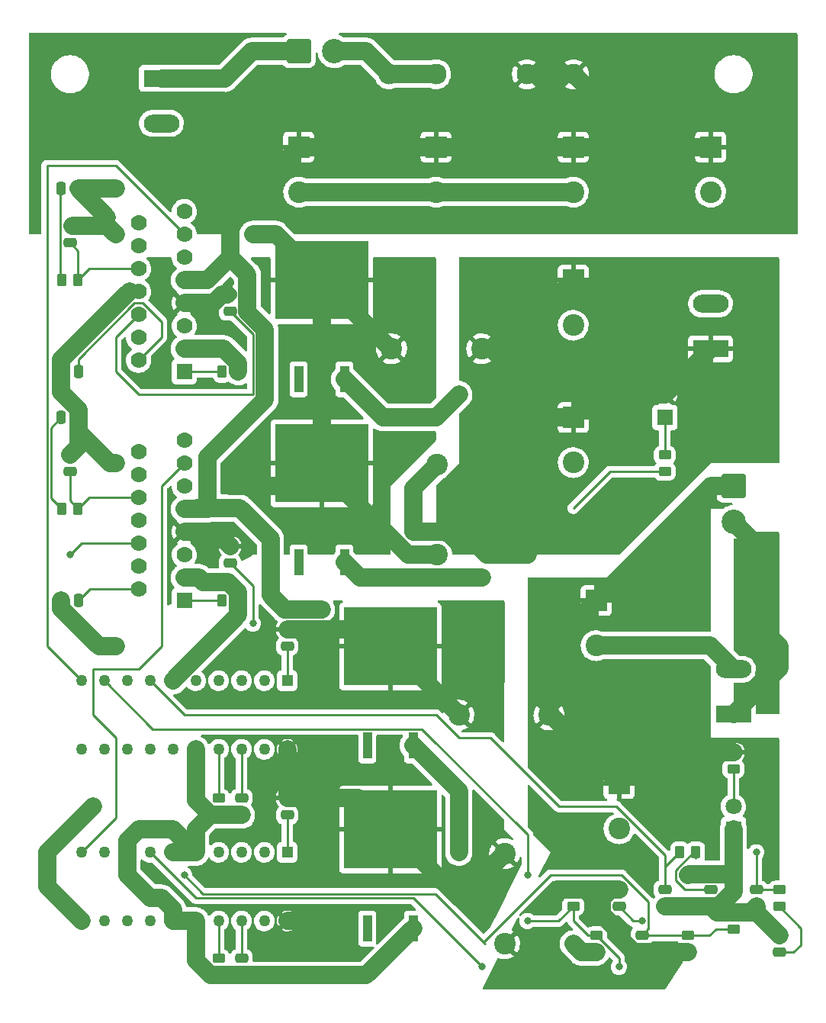
<source format=gtl>
%TF.GenerationSoftware,KiCad,Pcbnew,(6.0.1)*%
%TF.CreationDate,2022-02-23T20:13:36+01:00*%
%TF.ProjectId,PSU,5053552e-6b69-4636-9164-5f7063625858,rev?*%
%TF.SameCoordinates,Original*%
%TF.FileFunction,Copper,L1,Top*%
%TF.FilePolarity,Positive*%
%FSLAX46Y46*%
G04 Gerber Fmt 4.6, Leading zero omitted, Abs format (unit mm)*
G04 Created by KiCad (PCBNEW (6.0.1)) date 2022-02-23 20:13:36*
%MOMM*%
%LPD*%
G01*
G04 APERTURE LIST*
G04 Aperture macros list*
%AMRoundRect*
0 Rectangle with rounded corners*
0 $1 Rounding radius*
0 $2 $3 $4 $5 $6 $7 $8 $9 X,Y pos of 4 corners*
0 Add a 4 corners polygon primitive as box body*
4,1,4,$2,$3,$4,$5,$6,$7,$8,$9,$2,$3,0*
0 Add four circle primitives for the rounded corners*
1,1,$1+$1,$2,$3*
1,1,$1+$1,$4,$5*
1,1,$1+$1,$6,$7*
1,1,$1+$1,$8,$9*
0 Add four rect primitives between the rounded corners*
20,1,$1+$1,$2,$3,$4,$5,0*
20,1,$1+$1,$4,$5,$6,$7,0*
20,1,$1+$1,$6,$7,$8,$9,0*
20,1,$1+$1,$8,$9,$2,$3,0*%
G04 Aperture macros list end*
%TA.AperFunction,SMDPad,CuDef*%
%ADD10RoundRect,0.250000X0.475000X-0.250000X0.475000X0.250000X-0.475000X0.250000X-0.475000X-0.250000X0*%
%TD*%
%TA.AperFunction,SMDPad,CuDef*%
%ADD11RoundRect,0.250000X-0.475000X0.250000X-0.475000X-0.250000X0.475000X-0.250000X0.475000X0.250000X0*%
%TD*%
%TA.AperFunction,SMDPad,CuDef*%
%ADD12RoundRect,0.250000X0.450000X-0.262500X0.450000X0.262500X-0.450000X0.262500X-0.450000X-0.262500X0*%
%TD*%
%TA.AperFunction,ComponentPad*%
%ADD13R,2.400000X2.400000*%
%TD*%
%TA.AperFunction,ComponentPad*%
%ADD14C,2.400000*%
%TD*%
%TA.AperFunction,ComponentPad*%
%ADD15R,3.960000X1.980000*%
%TD*%
%TA.AperFunction,ComponentPad*%
%ADD16O,3.960000X1.980000*%
%TD*%
%TA.AperFunction,SMDPad,CuDef*%
%ADD17R,0.990600X2.997200*%
%TD*%
%TA.AperFunction,SMDPad,CuDef*%
%ADD18R,10.337800X8.712200*%
%TD*%
%TA.AperFunction,SMDPad,CuDef*%
%ADD19RoundRect,0.250000X-0.250000X-0.475000X0.250000X-0.475000X0.250000X0.475000X-0.250000X0.475000X0*%
%TD*%
%TA.AperFunction,ComponentPad*%
%ADD20R,1.270000X1.270000*%
%TD*%
%TA.AperFunction,ComponentPad*%
%ADD21C,1.270000*%
%TD*%
%TA.AperFunction,SMDPad,CuDef*%
%ADD22RoundRect,0.250000X0.262500X0.450000X-0.262500X0.450000X-0.262500X-0.450000X0.262500X-0.450000X0*%
%TD*%
%TA.AperFunction,SMDPad,CuDef*%
%ADD23RoundRect,0.250000X-0.450000X0.262500X-0.450000X-0.262500X0.450000X-0.262500X0.450000X0.262500X0*%
%TD*%
%TA.AperFunction,ComponentPad*%
%ADD24R,1.778000X1.778000*%
%TD*%
%TA.AperFunction,ComponentPad*%
%ADD25C,1.778000*%
%TD*%
%TA.AperFunction,ComponentPad*%
%ADD26RoundRect,0.250001X-1.099999X1.099999X-1.099999X-1.099999X1.099999X-1.099999X1.099999X1.099999X0*%
%TD*%
%TA.AperFunction,ComponentPad*%
%ADD27C,2.700000*%
%TD*%
%TA.AperFunction,ComponentPad*%
%ADD28C,2.300000*%
%TD*%
%TA.AperFunction,ComponentPad*%
%ADD29R,1.800000X1.800000*%
%TD*%
%TA.AperFunction,ComponentPad*%
%ADD30C,1.800000*%
%TD*%
%TA.AperFunction,ComponentPad*%
%ADD31RoundRect,0.250001X-1.099999X-1.099999X1.099999X-1.099999X1.099999X1.099999X-1.099999X1.099999X0*%
%TD*%
%TA.AperFunction,SMDPad,CuDef*%
%ADD32RoundRect,0.250000X-0.262500X-0.450000X0.262500X-0.450000X0.262500X0.450000X-0.262500X0.450000X0*%
%TD*%
%TA.AperFunction,ViaPad*%
%ADD33C,0.800000*%
%TD*%
%TA.AperFunction,Conductor*%
%ADD34C,0.250000*%
%TD*%
%TA.AperFunction,Conductor*%
%ADD35C,2.000000*%
%TD*%
G04 APERTURE END LIST*
D10*
%TO.P,C5,1*%
%TO.N,Net-(C5-Pad1)*%
X41910000Y-86360000D03*
%TO.P,C5,2*%
%TO.N,/12VOUTPREIND*%
X41910000Y-84460000D03*
%TD*%
D11*
%TO.P,C15,1*%
%TO.N,Net-(C15-Pad1)*%
X93980000Y-113350000D03*
%TO.P,C15,2*%
%TO.N,GND*%
X93980000Y-115250000D03*
%TD*%
D12*
%TO.P,R11,1*%
%TO.N,GND*%
X34290000Y-122832500D03*
%TO.P,R11,2*%
%TO.N,Net-(CR2-Pad17)*%
X34290000Y-121007500D03*
%TD*%
D13*
%TO.P,C3,1*%
%TO.N,+12V*%
X76200000Y-81280000D03*
D14*
%TO.P,C3,2*%
%TO.N,GND*%
X76200000Y-86280000D03*
%TD*%
D15*
%TO.P,J1,1,Pin_1*%
%TO.N,/VBATPRESWITCH*%
X27940000Y-23320000D03*
D16*
%TO.P,J1,2,Pin_2*%
%TO.N,GND*%
X27940000Y-28320000D03*
%TD*%
D14*
%TO.P,L4,1,1*%
%TO.N,/5VOUTPREIND*%
X58500000Y-76200000D03*
%TO.P,L4,2,2*%
%TO.N,+5V*%
X58500000Y-66200000D03*
%TD*%
D11*
%TO.P,C25,1*%
%TO.N,Net-(C25-Pad1)*%
X36830000Y-120970000D03*
%TO.P,C25,2*%
%TO.N,GND*%
X36830000Y-122870000D03*
%TD*%
D13*
%TO.P,C23,1*%
%TO.N,+24V*%
X88900000Y-30940000D03*
D14*
%TO.P,C23,2*%
%TO.N,GND*%
X88900000Y-35940000D03*
%TD*%
D12*
%TO.P,R5,1*%
%TO.N,GND*%
X34290000Y-105052500D03*
%TO.P,R5,2*%
%TO.N,Net-(CR1-Pad17)*%
X34290000Y-103227500D03*
%TD*%
D17*
%TO.P,U4,1,NC*%
%TO.N,unconnected-(U4-Pad1)*%
X50800000Y-117690900D03*
%TO.P,U4,2,A*%
%TO.N,GND*%
X55880000Y-117690900D03*
D18*
%TO.P,U4,3,K*%
%TO.N,/12VOUTPREIND*%
X53340000Y-106680000D03*
%TD*%
D11*
%TO.P,C12,1*%
%TO.N,Net-(C12-Pad1)*%
X36830000Y-103190000D03*
%TO.P,C12,2*%
%TO.N,GND*%
X36830000Y-105090000D03*
%TD*%
D19*
%TO.P,C24,1*%
%TO.N,Net-(C24-Pad1)*%
X16830000Y-60960000D03*
%TO.P,C24,2*%
%TO.N,GND*%
X18730000Y-60960000D03*
%TD*%
D20*
%TO.P,CR2,1,BOOTSTRAP*%
%TO.N,Net-(C18-Pad1)*%
X41910000Y-109220000D03*
D21*
%TO.P,CR2,2,RESETDELAY*%
%TO.N,unconnected-(CR2-Pad2)*%
X39370000Y-109220000D03*
%TO.P,CR2,3,RESETOUT*%
%TO.N,unconnected-(CR2-Pad3)*%
X36830000Y-109220000D03*
%TO.P,CR2,4,PFAILINPUT*%
%TO.N,unconnected-(CR2-Pad4)*%
X34290000Y-109220000D03*
%TO.P,CR2,5,GND*%
%TO.N,GND*%
X31750000Y-109220000D03*
%TO.P,CR2,6,GND*%
X29210000Y-109220000D03*
%TO.P,CR2,7,FREQCOMP*%
%TO.N,Net-(C15-Pad1)*%
X26670000Y-109220000D03*
%TO.P,CR2,8,SOFTSTART*%
%TO.N,GND*%
X24130000Y-109220000D03*
%TO.P,CR2,9,FEEDBACKIN*%
%TO.N,Net-(C14-Pad2)*%
X21590000Y-109220000D03*
%TO.P,CR2,10,SYNCINPUT*%
%TO.N,Net-(CR2-Pad10)*%
X19050000Y-109220000D03*
%TO.P,CR2,11,VI*%
%TO.N,+24V*%
X19050000Y-116840000D03*
%TO.P,CR2,12,NC*%
%TO.N,unconnected-(CR2-Pad12)*%
X21590000Y-116840000D03*
%TO.P,CR2,13,VREF*%
%TO.N,unconnected-(CR2-Pad13)*%
X24130000Y-116840000D03*
%TO.P,CR2,14,VSTART*%
%TO.N,unconnected-(CR2-Pad14)*%
X26670000Y-116840000D03*
%TO.P,CR2,15,GND*%
%TO.N,GND*%
X29210000Y-116840000D03*
%TO.P,CR2,16,GND*%
X31750000Y-116840000D03*
%TO.P,CR2,17,ROSC*%
%TO.N,Net-(CR2-Pad17)*%
X34290000Y-116840000D03*
%TO.P,CR2,18,COSC*%
%TO.N,Net-(C25-Pad1)*%
X36830000Y-116840000D03*
%TO.P,CR2,19,NC*%
%TO.N,unconnected-(CR2-Pad19)*%
X39370000Y-116840000D03*
%TO.P,CR2,20,OUTPUT*%
%TO.N,/12VOUTPREIND*%
X41910000Y-116840000D03*
%TD*%
D12*
%TO.P,R1,1*%
%TO.N,Net-(C1-Pad2)*%
X73660000Y-115212500D03*
%TO.P,R1,2*%
%TO.N,+12V*%
X73660000Y-113387500D03*
%TD*%
D10*
%TO.P,C17,1*%
%TO.N,Net-(C17-Pad1)*%
X96520000Y-120330000D03*
%TO.P,C17,2*%
%TO.N,GND*%
X96520000Y-118430000D03*
%TD*%
D17*
%TO.P,U5,1,NC*%
%TO.N,unconnected-(U5-Pad1)*%
X43180000Y-77050900D03*
%TO.P,U5,2,A*%
%TO.N,GND*%
X48260000Y-77050900D03*
D18*
%TO.P,U5,3,K*%
%TO.N,/5VOUTPREIND*%
X45720000Y-66040000D03*
%TD*%
D13*
%TO.P,C10,1*%
%TO.N,+24V*%
X58420000Y-30940000D03*
D14*
%TO.P,C10,2*%
%TO.N,GND*%
X58420000Y-35940000D03*
%TD*%
D19*
%TO.P,C11,1*%
%TO.N,Net-(C11-Pad1)*%
X16830000Y-35560000D03*
%TO.P,C11,2*%
%TO.N,GND*%
X18730000Y-35560000D03*
%TD*%
D15*
%TO.P,J5,1,Pin_1*%
%TO.N,+5V*%
X88900000Y-53340000D03*
D16*
%TO.P,J5,2,Pin_2*%
%TO.N,GND*%
X88900000Y-48340000D03*
%TD*%
D11*
%TO.P,C7,1*%
%TO.N,/5VOUTPREIND*%
X35560000Y-47310000D03*
%TO.P,C7,2*%
%TO.N,Net-(C7-Pad2)*%
X35560000Y-49210000D03*
%TD*%
D20*
%TO.P,CR1,1,BOOTSTRAP*%
%TO.N,Net-(C5-Pad1)*%
X41910000Y-90170000D03*
D21*
%TO.P,CR1,2,RESETDELAY*%
%TO.N,unconnected-(CR1-Pad2)*%
X39370000Y-90170000D03*
%TO.P,CR1,3,RESETOUT*%
%TO.N,unconnected-(CR1-Pad3)*%
X36830000Y-90170000D03*
%TO.P,CR1,4,PFAILINPUT*%
%TO.N,unconnected-(CR1-Pad4)*%
X34290000Y-90170000D03*
%TO.P,CR1,5,GND*%
%TO.N,GND*%
X31750000Y-90170000D03*
%TO.P,CR1,6,GND*%
X29210000Y-90170000D03*
%TO.P,CR1,7,FREQCOMP*%
%TO.N,Net-(C2-Pad1)*%
X26670000Y-90170000D03*
%TO.P,CR1,8,SOFTSTART*%
%TO.N,GND*%
X24130000Y-90170000D03*
%TO.P,CR1,9,FEEDBACKIN*%
%TO.N,Net-(C1-Pad2)*%
X21590000Y-90170000D03*
%TO.P,CR1,10,SYNCINPUT*%
%TO.N,Net-(CR1-Pad10)*%
X19050000Y-90170000D03*
%TO.P,CR1,11,VI*%
%TO.N,+24V*%
X19050000Y-97790000D03*
%TO.P,CR1,12,NC*%
%TO.N,unconnected-(CR1-Pad12)*%
X21590000Y-97790000D03*
%TO.P,CR1,13,VREF*%
%TO.N,unconnected-(CR1-Pad13)*%
X24130000Y-97790000D03*
%TO.P,CR1,14,VSTART*%
%TO.N,unconnected-(CR1-Pad14)*%
X26670000Y-97790000D03*
%TO.P,CR1,15,GND*%
%TO.N,GND*%
X29210000Y-97790000D03*
%TO.P,CR1,16,GND*%
X31750000Y-97790000D03*
%TO.P,CR1,17,ROSC*%
%TO.N,Net-(CR1-Pad17)*%
X34290000Y-97790000D03*
%TO.P,CR1,18,COSC*%
%TO.N,Net-(C12-Pad1)*%
X36830000Y-97790000D03*
%TO.P,CR1,19,NC*%
%TO.N,unconnected-(CR1-Pad19)*%
X39370000Y-97790000D03*
%TO.P,CR1,20,OUTPUT*%
%TO.N,/12VOUTPREIND*%
X41910000Y-97790000D03*
%TD*%
D11*
%TO.P,C20,1*%
%TO.N,/5VOUTPREIND*%
X35560000Y-75250000D03*
%TO.P,C20,2*%
%TO.N,Net-(C20-Pad2)*%
X35560000Y-77150000D03*
%TD*%
D22*
%TO.P,R6,1*%
%TO.N,Net-(C13-Pad1)*%
X18692500Y-45720000D03*
%TO.P,R6,2*%
%TO.N,Net-(C11-Pad1)*%
X16867500Y-45720000D03*
%TD*%
D13*
%TO.P,C16,1*%
%TO.N,+12V*%
X78740000Y-101600000D03*
D14*
%TO.P,C16,2*%
%TO.N,GND*%
X78740000Y-106600000D03*
%TD*%
D23*
%TO.P,R8,1*%
%TO.N,GND*%
X91440000Y-115927500D03*
%TO.P,R8,2*%
%TO.N,Net-(C14-Pad2)*%
X91440000Y-117752500D03*
%TD*%
D24*
%TO.P,U6,1,R_OSC*%
%TO.N,Net-(R10-Pad2)*%
X30480000Y-81280000D03*
D25*
%TO.P,U6,2,C_OSC*%
%TO.N,Net-(C19-Pad2)*%
X25400000Y-80010000D03*
%TO.P,U6,3,RST*%
%TO.N,GND*%
X30480000Y-78740000D03*
%TO.P,U6,4,RST_OUT*%
%TO.N,unconnected-(U6-Pad4)*%
X25400000Y-77470000D03*
%TO.P,U6,5,RST_DLY*%
%TO.N,unconnected-(U6-Pad5)*%
X30480000Y-76200000D03*
%TO.P,U6,6,BOOT*%
%TO.N,Net-(C20-Pad2)*%
X25400000Y-74930000D03*
%TO.P,U6,7,OUT*%
%TO.N,/5VOUTPREIND*%
X30480000Y-73660000D03*
%TO.P,U6,8,GND*%
%TO.N,GND*%
X25400000Y-72390000D03*
%TO.P,U6,9,VI*%
%TO.N,+24V*%
X30480000Y-71120000D03*
%TO.P,U6,10,FCOMP*%
%TO.N,Net-(C26-Pad1)*%
X25400000Y-69850000D03*
%TO.P,U6,11,FB*%
%TO.N,+5V*%
X30480000Y-68580000D03*
%TO.P,U6,12,SS*%
%TO.N,unconnected-(U6-Pad12)*%
X25400000Y-67310000D03*
%TO.P,U6,13,SYNC*%
%TO.N,Net-(CR2-Pad10)*%
X30480000Y-66040000D03*
%TO.P,U6,14,VREF*%
%TO.N,unconnected-(U6-Pad14)*%
X25400000Y-64770000D03*
%TO.P,U6,15,VSTART*%
%TO.N,unconnected-(U6-Pad15)*%
X30480000Y-63500000D03*
%TD*%
D22*
%TO.P,R12,1*%
%TO.N,Net-(C26-Pad1)*%
X18692500Y-71120000D03*
%TO.P,R12,2*%
%TO.N,Net-(C24-Pad1)*%
X16867500Y-71120000D03*
%TD*%
D13*
%TO.P,C9,1*%
%TO.N,+24V*%
X43180000Y-30940000D03*
D14*
%TO.P,C9,2*%
%TO.N,GND*%
X43180000Y-35940000D03*
%TD*%
D10*
%TO.P,C14,1*%
%TO.N,+12V*%
X81280000Y-120330000D03*
%TO.P,C14,2*%
%TO.N,Net-(C14-Pad2)*%
X81280000Y-118430000D03*
%TD*%
D23*
%TO.P,R9,1*%
%TO.N,Net-(C15-Pad1)*%
X96520000Y-113387500D03*
%TO.P,R9,2*%
%TO.N,Net-(C17-Pad1)*%
X96520000Y-115212500D03*
%TD*%
D10*
%TO.P,C26,1*%
%TO.N,Net-(C26-Pad1)*%
X17780000Y-66990000D03*
%TO.P,C26,2*%
%TO.N,GND*%
X17780000Y-65090000D03*
%TD*%
D26*
%TO.P,EMER_STOP1,1,Pin_1*%
%TO.N,+12V*%
X91440000Y-68580000D03*
D27*
%TO.P,EMER_STOP1,2,Pin_2*%
%TO.N,/12VOUTPOSTEMER*%
X91440000Y-72540000D03*
%TD*%
D11*
%TO.P,C4,1*%
%TO.N,Net-(C4-Pad1)*%
X88900000Y-113350000D03*
%TO.P,C4,2*%
%TO.N,GND*%
X88900000Y-115250000D03*
%TD*%
D12*
%TO.P,R14,1*%
%TO.N,GND*%
X83820000Y-66952500D03*
%TO.P,R14,2*%
%TO.N,Net-(D2-Pad1)*%
X83820000Y-65127500D03*
%TD*%
D28*
%TO.P,F1,1*%
%TO.N,/VBATPOSTSWITCH*%
X53220000Y-22860000D03*
X58420000Y-22860000D03*
%TO.P,F1,2*%
%TO.N,+24V*%
X73720000Y-22860000D03*
X68520000Y-22860000D03*
%TD*%
D24*
%TO.P,U3,1,R_OSC*%
%TO.N,Net-(R4-Pad2)*%
X30480000Y-55880000D03*
D25*
%TO.P,U3,2,C_OSC*%
%TO.N,Net-(C6-Pad2)*%
X25400000Y-54610000D03*
%TO.P,U3,3,RST*%
%TO.N,GND*%
X30480000Y-53340000D03*
%TO.P,U3,4,RST_OUT*%
%TO.N,unconnected-(U3-Pad4)*%
X25400000Y-52070000D03*
%TO.P,U3,5,RST_DLY*%
%TO.N,unconnected-(U3-Pad5)*%
X30480000Y-50800000D03*
%TO.P,U3,6,BOOT*%
%TO.N,Net-(C7-Pad2)*%
X25400000Y-49530000D03*
%TO.P,U3,7,OUT*%
%TO.N,/5VOUTPREIND*%
X30480000Y-48260000D03*
%TO.P,U3,8,GND*%
%TO.N,GND*%
X25400000Y-46990000D03*
%TO.P,U3,9,VI*%
%TO.N,+24V*%
X30480000Y-45720000D03*
%TO.P,U3,10,FCOMP*%
%TO.N,Net-(C13-Pad1)*%
X25400000Y-44450000D03*
%TO.P,U3,11,FB*%
%TO.N,+5V*%
X30480000Y-43180000D03*
%TO.P,U3,12,SS*%
%TO.N,unconnected-(U3-Pad12)*%
X25400000Y-41910000D03*
%TO.P,U3,13,SYNC*%
%TO.N,Net-(CR1-Pad10)*%
X30480000Y-40640000D03*
%TO.P,U3,14,VREF*%
%TO.N,unconnected-(U3-Pad14)*%
X25400000Y-39370000D03*
%TO.P,U3,15,VSTART*%
%TO.N,unconnected-(U3-Pad15)*%
X30480000Y-38100000D03*
%TD*%
D13*
%TO.P,C8,1*%
%TO.N,+5V*%
X73660000Y-45720000D03*
D14*
%TO.P,C8,2*%
%TO.N,GND*%
X73660000Y-50720000D03*
%TD*%
D15*
%TO.P,J3,1,Pin_1*%
%TO.N,/12VOUTPOSTEMER*%
X91440000Y-93900000D03*
D16*
%TO.P,J3,2,Pin_2*%
%TO.N,GND*%
X91440000Y-88900000D03*
%TD*%
D19*
%TO.P,C19,1*%
%TO.N,GND*%
X16830000Y-81280000D03*
%TO.P,C19,2*%
%TO.N,Net-(C19-Pad2)*%
X18730000Y-81280000D03*
%TD*%
D29*
%TO.P,D2,1,K*%
%TO.N,Net-(D2-Pad1)*%
X83820000Y-60960000D03*
D30*
%TO.P,D2,2,A*%
%TO.N,+5V*%
X83820000Y-58420000D03*
%TD*%
D17*
%TO.P,U2,1,NC*%
%TO.N,unconnected-(U2-Pad1)*%
X43180000Y-56730900D03*
%TO.P,U2,2,A*%
%TO.N,GND*%
X48260000Y-56730900D03*
D18*
%TO.P,U2,3,K*%
%TO.N,/5VOUTPREIND*%
X45720000Y-45720000D03*
%TD*%
D22*
%TO.P,R10,1*%
%TO.N,GND*%
X36472500Y-81280000D03*
%TO.P,R10,2*%
%TO.N,Net-(R10-Pad2)*%
X34647500Y-81280000D03*
%TD*%
D13*
%TO.P,C22,1*%
%TO.N,+24V*%
X73660000Y-30940000D03*
D14*
%TO.P,C22,2*%
%TO.N,GND*%
X73660000Y-35940000D03*
%TD*%
D31*
%TO.P,SW1,1,A*%
%TO.N,/VBATPRESWITCH*%
X43180000Y-20320000D03*
D27*
%TO.P,SW1,2,B*%
%TO.N,/VBATPOSTSWITCH*%
X47140000Y-20320000D03*
%TD*%
D12*
%TO.P,R13,1*%
%TO.N,Net-(D1-Pad2)*%
X91440000Y-99972500D03*
%TO.P,R13,2*%
%TO.N,+12V*%
X91440000Y-98147500D03*
%TD*%
D19*
%TO.P,C6,1*%
%TO.N,GND*%
X16830000Y-55880000D03*
%TO.P,C6,2*%
%TO.N,Net-(C6-Pad2)*%
X18730000Y-55880000D03*
%TD*%
D11*
%TO.P,C2,1*%
%TO.N,Net-(C2-Pad1)*%
X83820000Y-113350000D03*
%TO.P,C2,2*%
%TO.N,GND*%
X83820000Y-115250000D03*
%TD*%
D10*
%TO.P,C13,1*%
%TO.N,Net-(C13-Pad1)*%
X17780000Y-41590000D03*
%TO.P,C13,2*%
%TO.N,GND*%
X17780000Y-39690000D03*
%TD*%
D13*
%TO.P,C21,1*%
%TO.N,+5V*%
X73660000Y-60960000D03*
D14*
%TO.P,C21,2*%
%TO.N,GND*%
X73660000Y-65960000D03*
%TD*%
D17*
%TO.P,U1,1,NC*%
%TO.N,unconnected-(U1-Pad1)*%
X50800000Y-97370900D03*
%TO.P,U1,2,A*%
%TO.N,GND*%
X55880000Y-97370900D03*
D18*
%TO.P,U1,3,K*%
%TO.N,/12VOUTPREIND*%
X53340000Y-86360000D03*
%TD*%
D14*
%TO.P,L2,1,1*%
%TO.N,/5VOUTPREIND*%
X53500000Y-53340000D03*
%TO.P,L2,2,2*%
%TO.N,+5V*%
X63500000Y-53340000D03*
%TD*%
D12*
%TO.P,R2,1*%
%TO.N,GND*%
X76200000Y-120292500D03*
%TO.P,R2,2*%
%TO.N,Net-(C1-Pad2)*%
X76200000Y-118467500D03*
%TD*%
D32*
%TO.P,R3,1*%
%TO.N,Net-(C2-Pad1)*%
X85447500Y-109220000D03*
%TO.P,R3,2*%
%TO.N,Net-(C4-Pad1)*%
X87272500Y-109220000D03*
%TD*%
D14*
%TO.P,L3,1,1*%
%TO.N,+12V*%
X66040000Y-119380000D03*
%TO.P,L3,2,2*%
%TO.N,/12VOUTPREIND*%
X66040000Y-109380000D03*
%TD*%
D29*
%TO.P,D1,1,K*%
%TO.N,GND*%
X91440000Y-106680000D03*
D30*
%TO.P,D1,2,A*%
%TO.N,Net-(D1-Pad2)*%
X91440000Y-104140000D03*
%TD*%
D14*
%TO.P,L1,1,1*%
%TO.N,+12V*%
X70960000Y-93980000D03*
%TO.P,L1,2,2*%
%TO.N,/12VOUTPREIND*%
X60960000Y-93980000D03*
%TD*%
D10*
%TO.P,C18,1*%
%TO.N,Net-(C18-Pad1)*%
X41910000Y-105090000D03*
%TO.P,C18,2*%
%TO.N,/12VOUTPREIND*%
X41910000Y-103190000D03*
%TD*%
D22*
%TO.P,R4,1*%
%TO.N,GND*%
X36472500Y-55880000D03*
%TO.P,R4,2*%
%TO.N,Net-(R4-Pad2)*%
X34647500Y-55880000D03*
%TD*%
D23*
%TO.P,R7,1*%
%TO.N,Net-(C14-Pad2)*%
X86360000Y-118467500D03*
%TO.P,R7,2*%
%TO.N,+12V*%
X86360000Y-120292500D03*
%TD*%
D11*
%TO.P,C1,1*%
%TO.N,+12V*%
X78740000Y-113350000D03*
%TO.P,C1,2*%
%TO.N,Net-(C1-Pad2)*%
X78740000Y-115250000D03*
%TD*%
D33*
%TO.N,/12VOUTPREIND*%
X45720000Y-109220000D03*
X45720000Y-116840000D03*
%TO.N,+12V*%
X71120000Y-114300000D03*
%TO.N,GND*%
X22860000Y-35560000D03*
X60960000Y-58420000D03*
X22860000Y-66040000D03*
X73660000Y-119380000D03*
X86360000Y-111760000D03*
X34869930Y-53340000D03*
X60960000Y-109220000D03*
X22860000Y-40640000D03*
X44770000Y-122870000D03*
X22860000Y-86360000D03*
X63500000Y-78740000D03*
%TO.N,/5VOUTPREIND*%
X35560000Y-68580000D03*
X33020000Y-73660000D03*
X38100000Y-40640000D03*
%TO.N,+12V*%
X73660000Y-109220000D03*
%TO.N,Net-(C1-Pad2)*%
X78740000Y-121920000D03*
X81280000Y-116840000D03*
X68580000Y-111760000D03*
X68580000Y-116840000D03*
%TO.N,Net-(C14-Pad2)*%
X30480000Y-111760000D03*
%TO.N,Net-(C15-Pad1)*%
X93980000Y-109220000D03*
X63500000Y-121920000D03*
%TO.N,Net-(C20-Pad2)*%
X17780000Y-76200000D03*
X38100000Y-83820000D03*
%TO.N,+5V*%
X55880000Y-73660000D03*
%TO.N,+24V*%
X45720000Y-82260480D03*
X20320000Y-104140000D03*
%TD*%
D34*
%TO.N,Net-(C17-Pad1)*%
X98934980Y-117627480D02*
X96520000Y-115212500D01*
X98934980Y-119505020D02*
X98934980Y-117627480D01*
X96520000Y-120330000D02*
X98110000Y-120330000D01*
X98110000Y-120330000D02*
X98934980Y-119505020D01*
D35*
%TO.N,/5VOUTPREIND*%
X33970000Y-73660000D02*
X35560000Y-75250000D01*
X33020000Y-73660000D02*
X33970000Y-73660000D01*
D34*
%TO.N,Net-(C20-Pad2)*%
X38100000Y-79690000D02*
X35560000Y-77150000D01*
X38100000Y-83820000D02*
X38100000Y-79690000D01*
%TO.N,Net-(C13-Pad1)*%
X18692500Y-42502500D02*
X18692500Y-45720000D01*
X17780000Y-41590000D02*
X18692500Y-42502500D01*
D35*
%TO.N,/12VOUTPREIND*%
X41910000Y-103190000D02*
X46670000Y-103190000D01*
X45720000Y-109220000D02*
X45720000Y-104140000D01*
X46670000Y-103190000D02*
X49850000Y-103190000D01*
X45720000Y-104140000D02*
X46670000Y-103190000D01*
X41910000Y-116840000D02*
X45720000Y-116840000D01*
D34*
%TO.N,Net-(C15-Pad1)*%
X55880000Y-114300000D02*
X63500000Y-121920000D01*
X26670000Y-109220000D02*
X31750000Y-114300000D01*
X31750000Y-114300000D02*
X55880000Y-114300000D01*
%TO.N,Net-(C14-Pad2)*%
X88777173Y-118467500D02*
X86360000Y-118467500D01*
X89492173Y-117752500D02*
X88777173Y-118467500D01*
X91440000Y-117752500D02*
X89492173Y-117752500D01*
D35*
%TO.N,GND*%
X93302500Y-115927500D02*
X89577500Y-115927500D01*
X93980000Y-115250000D02*
X93302500Y-115927500D01*
X89577500Y-115927500D02*
X88900000Y-115250000D01*
%TO.N,/VBATPRESWITCH*%
X37980000Y-20320000D02*
X43180000Y-20320000D01*
X34980000Y-23320000D02*
X37980000Y-20320000D01*
X27940000Y-23320000D02*
X34980000Y-23320000D01*
%TO.N,/12VOUTPREIND*%
X61120000Y-114300000D02*
X60960000Y-114300000D01*
X66040000Y-109380000D02*
X61120000Y-114300000D01*
%TO.N,+5V*%
X55880000Y-68820000D02*
X58500000Y-66200000D01*
X55880000Y-73660000D02*
X55880000Y-68820000D01*
D34*
%TO.N,Net-(C2-Pad1)*%
X30480000Y-93980000D02*
X58420000Y-93980000D01*
X83820000Y-110847500D02*
X83820000Y-113350000D01*
X85447500Y-109220000D02*
X83820000Y-110847500D01*
X26670000Y-90170000D02*
X30480000Y-93980000D01*
X83820000Y-109524015D02*
X78435985Y-104140000D01*
X60960000Y-96520000D02*
X64450000Y-96520000D01*
X72070000Y-104140000D02*
X64450000Y-96520000D01*
X78435985Y-104140000D02*
X72070000Y-104140000D01*
X58420000Y-93980000D02*
X60960000Y-96520000D01*
X83820000Y-110847500D02*
X83820000Y-109524015D01*
D35*
%TO.N,GND*%
X76200000Y-86280000D02*
X88820000Y-86280000D01*
X33352570Y-105052500D02*
X34290000Y-105052500D01*
X22860000Y-40640000D02*
X21910000Y-39690000D01*
X18730000Y-62550000D02*
X18730000Y-60960000D01*
X17780000Y-65090000D02*
X18730000Y-64140000D01*
X35321419Y-79191489D02*
X32568511Y-79191489D01*
X29210000Y-109220000D02*
X31750000Y-109220000D01*
X34290000Y-122832500D02*
X33352570Y-122832500D01*
X29210000Y-116840000D02*
X31750000Y-116840000D01*
X48260000Y-77050900D02*
X49949100Y-78740000D01*
X18730000Y-35560000D02*
X21910000Y-38740000D01*
X50700900Y-122870000D02*
X55880000Y-117690900D01*
X22220000Y-66040000D02*
X22860000Y-66040000D01*
D34*
X77747500Y-66952500D02*
X73660000Y-71040000D01*
D35*
X29210000Y-106680000D02*
X31115000Y-108585000D01*
X93980000Y-115250000D02*
X93980000Y-115890000D01*
X36472500Y-80342570D02*
X35321419Y-79191489D01*
X18730000Y-62550000D02*
X22220000Y-66040000D01*
X36472500Y-81280000D02*
X36472500Y-80342570D01*
X21910000Y-39690000D02*
X18055000Y-39690000D01*
X24130000Y-109220000D02*
X24130000Y-107950000D01*
X18730000Y-64140000D02*
X18730000Y-62550000D01*
X31115000Y-108585000D02*
X30480000Y-109220000D01*
X16830000Y-54510681D02*
X24405201Y-46935480D01*
X36472500Y-54942570D02*
X34869930Y-53340000D01*
X18730000Y-35560000D02*
X22860000Y-35560000D01*
X29210000Y-115570000D02*
X29210000Y-116840000D01*
D34*
X83820000Y-66952500D02*
X77747500Y-66952500D01*
D35*
X74572500Y-120292500D02*
X73660000Y-119380000D01*
D34*
X21910000Y-38740000D02*
X21910000Y-39690000D01*
D35*
X33352570Y-122832500D02*
X36792500Y-122832500D01*
X16830000Y-55880000D02*
X16830000Y-54510681D01*
X43180000Y-35940000D02*
X58420000Y-35940000D01*
X36472500Y-55880000D02*
X36472500Y-54942570D01*
X31115000Y-108585000D02*
X31750000Y-109220000D01*
X24130000Y-111705609D02*
X26724391Y-114300000D01*
X27940000Y-114300000D02*
X29210000Y-115570000D01*
X25400000Y-106680000D02*
X29210000Y-106680000D01*
X58420000Y-35940000D02*
X73660000Y-35940000D01*
X30480000Y-109220000D02*
X29210000Y-109220000D01*
X31750000Y-97790000D02*
X31750000Y-103449930D01*
X16830000Y-81280000D02*
X16830000Y-82154930D01*
X55880000Y-97370900D02*
X60960000Y-102450900D01*
X24130000Y-107950000D02*
X25400000Y-106680000D01*
X52489100Y-60960000D02*
X58420000Y-60960000D01*
X58420000Y-60960000D02*
X60960000Y-58420000D01*
X30480000Y-53340000D02*
X34869930Y-53340000D01*
X91330480Y-111650480D02*
X91440000Y-111760000D01*
X48260000Y-56730900D02*
X52489100Y-60960000D01*
X88820000Y-86280000D02*
X91440000Y-88900000D01*
X16830000Y-58185070D02*
X18730000Y-60085070D01*
X32568511Y-79191489D02*
X32117022Y-78740000D01*
X44770000Y-122870000D02*
X50700900Y-122870000D01*
X32117022Y-78740000D02*
X30480000Y-78740000D01*
X86360000Y-111760000D02*
X86469520Y-111650480D01*
X88900000Y-115250000D02*
X89774930Y-115250000D01*
X31750000Y-109220000D02*
X31750000Y-106655070D01*
X34290000Y-105052500D02*
X36792500Y-105052500D01*
X36830000Y-122870000D02*
X44770000Y-122870000D01*
X86469520Y-111650480D02*
X91330480Y-111650480D01*
X31750000Y-103449930D02*
X33352570Y-105052500D01*
X31750000Y-106655070D02*
X33352570Y-105052500D01*
X26724391Y-114300000D02*
X27940000Y-114300000D01*
X36792500Y-122832500D02*
X36830000Y-122870000D01*
X16830000Y-55880000D02*
X16830000Y-58185070D01*
X36472500Y-81280000D02*
X36472500Y-82907500D01*
X33352570Y-122832500D02*
X31750000Y-121229930D01*
X91440000Y-113584930D02*
X91440000Y-106680000D01*
X76200000Y-120292500D02*
X74572500Y-120292500D01*
X31750000Y-121229930D02*
X31750000Y-116840000D01*
X36792500Y-105052500D02*
X36830000Y-105090000D01*
X24130000Y-109220000D02*
X24130000Y-111705609D01*
X18730000Y-60085070D02*
X18730000Y-60960000D01*
X89774930Y-115250000D02*
X91440000Y-113584930D01*
X21035070Y-86360000D02*
X22860000Y-86360000D01*
X60960000Y-102450900D02*
X60960000Y-109220000D01*
X49949100Y-78740000D02*
X63500000Y-78740000D01*
X16830000Y-82154930D02*
X21035070Y-86360000D01*
X83820000Y-115250000D02*
X88900000Y-115250000D01*
X36472500Y-82907500D02*
X29210000Y-90170000D01*
X93980000Y-115890000D02*
X96520000Y-118430000D01*
D34*
%TO.N,Net-(C4-Pad1)*%
X88900000Y-113350000D02*
X86076846Y-113350000D01*
X86076846Y-113350000D02*
X85035480Y-112308634D01*
X85035480Y-111211366D02*
X87026846Y-109220000D01*
X87272500Y-109897500D02*
X87272500Y-109220000D01*
X85035480Y-112308634D02*
X85035480Y-111211366D01*
X87026846Y-109220000D02*
X87272500Y-109220000D01*
%TO.N,Net-(C5-Pad1)*%
X41910000Y-90170000D02*
X41910000Y-86360000D01*
D35*
%TO.N,/12VOUTPREIND*%
X41910000Y-97790000D02*
X41910000Y-103190000D01*
X53340000Y-86360000D02*
X60960000Y-93980000D01*
X60960000Y-114300000D02*
X53340000Y-106680000D01*
X41910000Y-84460000D02*
X51440000Y-84460000D01*
X49850000Y-103190000D02*
X53340000Y-106680000D01*
X51440000Y-84460000D02*
X53340000Y-86360000D01*
D34*
%TO.N,Net-(C6-Pad2)*%
X18730000Y-54483835D02*
X24953835Y-48260000D01*
X25846165Y-48260000D02*
X27940000Y-50353835D01*
X27940000Y-50353835D02*
X27940000Y-52070000D01*
X24953835Y-48260000D02*
X25846165Y-48260000D01*
X18730000Y-55880000D02*
X18730000Y-54483835D01*
X27940000Y-52070000D02*
X25400000Y-54610000D01*
D35*
%TO.N,/5VOUTPREIND*%
X40640000Y-40640000D02*
X45720000Y-45720000D01*
X33735070Y-48260000D02*
X34685070Y-47310000D01*
X45720000Y-66040000D02*
X45720000Y-45720000D01*
X30480000Y-48260000D02*
X33735070Y-48260000D01*
X30480000Y-73660000D02*
X33020000Y-73660000D01*
X55309409Y-76200000D02*
X45720000Y-66610591D01*
X45720000Y-66610591D02*
X45720000Y-66040000D01*
X53500000Y-53340000D02*
X53340000Y-53340000D01*
X38100000Y-40640000D02*
X40640000Y-40640000D01*
X53340000Y-53340000D02*
X45720000Y-45720000D01*
X58580000Y-76200000D02*
X55309409Y-76200000D01*
X34685070Y-47310000D02*
X35285000Y-47310000D01*
X43180000Y-68580000D02*
X45720000Y-66040000D01*
X35560000Y-68580000D02*
X43180000Y-68580000D01*
D34*
%TO.N,Net-(C7-Pad2)*%
X38100000Y-51750000D02*
X35560000Y-49210000D01*
X25400000Y-58420000D02*
X38100000Y-58420000D01*
X25400000Y-49530000D02*
X22860000Y-52070000D01*
X22860000Y-55880000D02*
X25400000Y-58420000D01*
X38100000Y-58420000D02*
X38100000Y-51750000D01*
X22860000Y-52070000D02*
X22860000Y-55880000D01*
D35*
%TO.N,+12V*%
X78740000Y-101600000D02*
X82192500Y-98147500D01*
X76200000Y-81280000D02*
X88900000Y-68580000D01*
X77865070Y-113350000D02*
X76815480Y-114399590D01*
X78740000Y-118664930D02*
X80405070Y-120330000D01*
X71120000Y-114300000D02*
X70960000Y-114300000D01*
X76815480Y-116100410D02*
X78740000Y-118024930D01*
X71872500Y-113387500D02*
X70960000Y-114300000D01*
X88900000Y-68580000D02*
X91440000Y-68580000D01*
X76815480Y-114399590D02*
X76815480Y-116100410D01*
D34*
X81242500Y-120330000D02*
X81255923Y-120316577D01*
D35*
X71120000Y-93980000D02*
X78740000Y-101600000D01*
X78740000Y-113350000D02*
X77865070Y-113350000D01*
X70960000Y-93980000D02*
X70960000Y-86520000D01*
X82192500Y-98147500D02*
X91440000Y-98147500D01*
X73660000Y-113387500D02*
X71872500Y-113387500D01*
X80405070Y-120330000D02*
X81280000Y-120330000D01*
X81280000Y-120330000D02*
X86322500Y-120330000D01*
X70960000Y-93980000D02*
X71120000Y-93980000D01*
X86322500Y-120330000D02*
X86360000Y-120292500D01*
X73660000Y-113387500D02*
X78702500Y-113387500D01*
X78702500Y-113387500D02*
X78740000Y-113350000D01*
X78740000Y-118024930D02*
X78740000Y-118664930D01*
X70960000Y-86520000D02*
X76200000Y-81280000D01*
D34*
%TO.N,Net-(C1-Pad2)*%
X73660000Y-115212500D02*
X73660000Y-116840000D01*
X76248154Y-118467500D02*
X78740000Y-120959346D01*
X21590000Y-90170000D02*
X26967789Y-95547789D01*
X73660000Y-116840000D02*
X75287500Y-118467500D01*
X75287500Y-118467500D02*
X76200000Y-118467500D01*
X68580000Y-107292493D02*
X68580000Y-111760000D01*
X76200000Y-118467500D02*
X76248154Y-118467500D01*
X26967789Y-95547789D02*
X56835296Y-95547789D01*
X81280000Y-116840000D02*
X80330000Y-116840000D01*
X56835296Y-95547789D02*
X68580000Y-107292493D01*
X72032500Y-116840000D02*
X73660000Y-115212500D01*
X68580000Y-116840000D02*
X72032500Y-116840000D01*
X78740000Y-120959346D02*
X78740000Y-121920000D01*
X80330000Y-116840000D02*
X78740000Y-115250000D01*
%TO.N,Net-(C11-Pad1)*%
X16730480Y-35659520D02*
X16730480Y-45582980D01*
X16730480Y-45582980D02*
X16867500Y-45720000D01*
X16830000Y-35560000D02*
X16730480Y-35659520D01*
%TO.N,Net-(C12-Pad1)*%
X36830000Y-103190000D02*
X36830000Y-97790000D01*
%TO.N,Net-(C13-Pad1)*%
X25400000Y-44450000D02*
X19962500Y-44450000D01*
X19962500Y-44450000D02*
X18692500Y-45720000D01*
%TO.N,Net-(CR1-Pad10)*%
X19050000Y-90170000D02*
X15240000Y-86360000D01*
X15240000Y-33020000D02*
X22860000Y-33020000D01*
X22860000Y-33020000D02*
X30480000Y-40640000D01*
X15240000Y-86360000D02*
X15240000Y-33020000D01*
%TO.N,Net-(CR1-Pad17)*%
X34290000Y-103227500D02*
X34290000Y-97790000D01*
%TO.N,Net-(R4-Pad2)*%
X30480000Y-55880000D02*
X34647500Y-55880000D01*
%TO.N,Net-(C14-Pad2)*%
X58354495Y-113850480D02*
X63692008Y-119187992D01*
X81280000Y-118430000D02*
X82004511Y-117705489D01*
X82004511Y-114741357D02*
X79023154Y-111760000D01*
X32483525Y-113850480D02*
X32570480Y-113850480D01*
X63692008Y-119187992D02*
X63884015Y-119380000D01*
X86360000Y-118467500D02*
X86322500Y-118430000D01*
X71120000Y-111760000D02*
X63692008Y-119187992D01*
X32570480Y-113850480D02*
X30480000Y-111760000D01*
X82004511Y-117705489D02*
X82004511Y-114741357D01*
X79023154Y-111760000D02*
X71120000Y-111760000D01*
X32570480Y-113850480D02*
X58354495Y-113850480D01*
X86322500Y-118430000D02*
X81280000Y-118430000D01*
%TO.N,Net-(C15-Pad1)*%
X93980000Y-113350000D02*
X94017500Y-113387500D01*
X93980000Y-109220000D02*
X93980000Y-113350000D01*
X94017500Y-113387500D02*
X96520000Y-113387500D01*
%TO.N,Net-(C18-Pad1)*%
X41910000Y-109220000D02*
X41910000Y-105090000D01*
%TO.N,Net-(C19-Pad2)*%
X20000000Y-80010000D02*
X18730000Y-81280000D01*
X25400000Y-80010000D02*
X20000000Y-80010000D01*
%TO.N,Net-(C20-Pad2)*%
X19050000Y-74930000D02*
X17780000Y-76200000D01*
X25400000Y-74930000D02*
X19050000Y-74930000D01*
%TO.N,Net-(C24-Pad1)*%
X16830000Y-60960000D02*
X15689520Y-62100480D01*
X15689520Y-69942020D02*
X16867500Y-71120000D01*
X15689520Y-62100480D02*
X15689520Y-69942020D01*
%TO.N,Net-(C25-Pad1)*%
X36830000Y-120970000D02*
X36830000Y-116840000D01*
%TO.N,Net-(C26-Pad1)*%
X17780000Y-70207500D02*
X18692500Y-71120000D01*
X17780000Y-66990000D02*
X17780000Y-70207500D01*
X19962500Y-69850000D02*
X18692500Y-71120000D01*
X25400000Y-69850000D02*
X19962500Y-69850000D01*
%TO.N,Net-(CR2-Pad10)*%
X22860000Y-96520000D02*
X22860000Y-105410000D01*
X27940000Y-86360000D02*
X25400000Y-88900000D01*
X20320000Y-88900000D02*
X20320000Y-93980000D01*
X27940000Y-68580000D02*
X27940000Y-86360000D01*
X25400000Y-88900000D02*
X20320000Y-88900000D01*
X22860000Y-105410000D02*
X19050000Y-109220000D01*
X30480000Y-66040000D02*
X27940000Y-68580000D01*
X20320000Y-93980000D02*
X22860000Y-96520000D01*
%TO.N,Net-(CR2-Pad17)*%
X34290000Y-121007500D02*
X34290000Y-116840000D01*
%TO.N,Net-(R10-Pad2)*%
X30480000Y-81280000D02*
X34647500Y-81280000D01*
D35*
%TO.N,+5V*%
X83820000Y-58420000D02*
X83820000Y-55880000D01*
X71120000Y-60960000D02*
X73660000Y-60960000D01*
X88900000Y-53340000D02*
X83820000Y-58420000D01*
X61530592Y-73660000D02*
X64070592Y-76200000D01*
X68580000Y-76200000D02*
X68580000Y-63500000D01*
X55880000Y-73660000D02*
X61530592Y-73660000D01*
X66040000Y-53340000D02*
X63500000Y-53340000D01*
X68580000Y-63500000D02*
X71120000Y-60960000D01*
X83820000Y-55880000D02*
X73660000Y-45720000D01*
X64070592Y-76200000D02*
X68580000Y-76200000D01*
X73660000Y-60960000D02*
X76200000Y-58420000D01*
X76200000Y-58420000D02*
X83820000Y-58420000D01*
X73660000Y-45720000D02*
X66040000Y-53340000D01*
%TO.N,+24V*%
X41620480Y-82260480D02*
X45720000Y-82260480D01*
X35560000Y-38560000D02*
X35560000Y-43180000D01*
X43180000Y-30940000D02*
X35560000Y-38560000D01*
X43180000Y-30940000D02*
X80820000Y-30940000D01*
X37484520Y-45104520D02*
X37484520Y-49261366D01*
X31737235Y-71120000D02*
X31846755Y-71010480D01*
X40039705Y-74414775D02*
X40039705Y-80679705D01*
X15240000Y-111760000D02*
X15240000Y-109220000D01*
X30480000Y-71120000D02*
X31737235Y-71120000D01*
X36635410Y-71010480D02*
X40039705Y-74414775D01*
X80820000Y-29960000D02*
X80820000Y-30940000D01*
X31846755Y-71010480D02*
X36635410Y-71010480D01*
X35560000Y-43180000D02*
X37484520Y-45104520D01*
X33020000Y-65373154D02*
X33020000Y-71120000D01*
X15240000Y-113030000D02*
X15240000Y-111760000D01*
X35560000Y-43180000D02*
X33020000Y-45720000D01*
X37484520Y-49261366D02*
X39424520Y-51201366D01*
X33020000Y-71120000D02*
X30480000Y-71120000D01*
X80820000Y-30940000D02*
X88900000Y-30940000D01*
X33020000Y-45720000D02*
X30480000Y-45720000D01*
X40039705Y-80679705D02*
X41620480Y-82260480D01*
X73720000Y-22860000D02*
X80820000Y-29960000D01*
X19050000Y-116840000D02*
X15240000Y-113030000D01*
X39424520Y-58968634D02*
X33020000Y-65373154D01*
X15240000Y-109220000D02*
X20320000Y-104140000D01*
X68520000Y-22860000D02*
X73720000Y-22860000D01*
X39424520Y-51201366D02*
X39424520Y-58968634D01*
D34*
%TO.N,Net-(D1-Pad2)*%
X91440000Y-99972500D02*
X91440000Y-104140000D01*
%TO.N,Net-(D2-Pad1)*%
X83820000Y-65127500D02*
X83820000Y-60960000D01*
D35*
%TO.N,/12VOUTPOSTEMER*%
X94619520Y-84459520D02*
X96520000Y-86360000D01*
X96520000Y-86360000D02*
X96520000Y-88820000D01*
X91440000Y-72540000D02*
X94619520Y-75719520D01*
X96520000Y-88820000D02*
X91440000Y-93900000D01*
X94619520Y-75719520D02*
X94619520Y-84459520D01*
%TO.N,/VBATPOSTSWITCH*%
X53220000Y-22860000D02*
X58420000Y-22860000D01*
X47140000Y-20320000D02*
X50680000Y-20320000D01*
X50680000Y-20320000D02*
X53220000Y-22860000D01*
%TD*%
%TA.AperFunction,Conductor*%
%TO.N,+24V*%
G36*
X41773469Y-18308002D02*
G01*
X41819962Y-18361658D01*
X41830066Y-18431932D01*
X41800572Y-18496512D01*
X41760140Y-18527087D01*
X41756055Y-18528450D01*
X41605652Y-18621522D01*
X41480695Y-18746697D01*
X41476854Y-18752928D01*
X41472317Y-18758673D01*
X41470987Y-18757623D01*
X41424893Y-18799108D01*
X41370403Y-18811500D01*
X38004016Y-18811500D01*
X38000498Y-18811451D01*
X37905850Y-18808807D01*
X37905847Y-18808807D01*
X37900795Y-18808666D01*
X37822902Y-18819059D01*
X37816361Y-18819758D01*
X37791617Y-18821749D01*
X37743077Y-18825654D01*
X37743073Y-18825655D01*
X37738035Y-18826060D01*
X37706122Y-18833899D01*
X37692742Y-18836426D01*
X37660180Y-18840771D01*
X37655339Y-18842232D01*
X37655337Y-18842233D01*
X37584971Y-18863478D01*
X37578610Y-18865219D01*
X37502294Y-18883963D01*
X37497634Y-18885941D01*
X37472049Y-18896801D01*
X37459239Y-18901438D01*
X37427792Y-18910933D01*
X37423244Y-18913151D01*
X37423237Y-18913154D01*
X37357182Y-18945371D01*
X37351180Y-18948107D01*
X37307192Y-18966779D01*
X37278844Y-18978812D01*
X37254532Y-18994123D01*
X37251044Y-18996319D01*
X37239140Y-19002945D01*
X37209612Y-19017346D01*
X37152979Y-19057297D01*
X37145403Y-19062641D01*
X37139914Y-19066301D01*
X37102429Y-19089907D01*
X37073433Y-19108167D01*
X37069644Y-19111508D01*
X37069638Y-19111512D01*
X37048783Y-19129898D01*
X37038088Y-19138344D01*
X37011253Y-19157274D01*
X37008329Y-19159944D01*
X36994178Y-19172866D01*
X36989750Y-19176909D01*
X36950034Y-19216625D01*
X36944264Y-19222044D01*
X36895142Y-19265350D01*
X36895139Y-19265353D01*
X36891345Y-19268698D01*
X36888135Y-19272606D01*
X36888134Y-19272607D01*
X36864821Y-19300989D01*
X36856551Y-19310108D01*
X34392064Y-21774595D01*
X34329752Y-21808621D01*
X34302969Y-21811500D01*
X27878999Y-21811500D01*
X27876491Y-21811702D01*
X27876486Y-21811702D01*
X27759757Y-21821094D01*
X27749652Y-21821500D01*
X25911866Y-21821500D01*
X25849684Y-21828255D01*
X25713295Y-21879385D01*
X25596739Y-21966739D01*
X25509385Y-22083295D01*
X25458255Y-22219684D01*
X25451500Y-22281866D01*
X25451500Y-24358134D01*
X25458255Y-24420316D01*
X25509385Y-24556705D01*
X25596739Y-24673261D01*
X25713295Y-24760615D01*
X25849684Y-24811745D01*
X25911866Y-24818500D01*
X27741790Y-24818500D01*
X27763236Y-24820339D01*
X27798926Y-24826504D01*
X27798932Y-24826505D01*
X27802836Y-24827179D01*
X27806797Y-24827359D01*
X27806798Y-24827359D01*
X27830506Y-24828436D01*
X27830525Y-24828436D01*
X27831925Y-24828500D01*
X34955984Y-24828500D01*
X34959502Y-24828549D01*
X35054150Y-24831193D01*
X35054153Y-24831193D01*
X35059205Y-24831334D01*
X35137098Y-24820941D01*
X35143639Y-24820242D01*
X35172332Y-24817933D01*
X35216923Y-24814346D01*
X35216927Y-24814345D01*
X35221965Y-24813940D01*
X35253878Y-24806101D01*
X35267258Y-24803574D01*
X35299820Y-24799229D01*
X35304661Y-24797768D01*
X35304663Y-24797767D01*
X35375029Y-24776522D01*
X35381392Y-24774781D01*
X35439067Y-24760615D01*
X35457706Y-24756037D01*
X35487952Y-24743199D01*
X35500763Y-24738561D01*
X35527362Y-24730530D01*
X35532208Y-24729067D01*
X35536756Y-24726849D01*
X35536763Y-24726846D01*
X35602818Y-24694629D01*
X35608820Y-24691893D01*
X35665697Y-24667750D01*
X35681156Y-24661188D01*
X35708956Y-24643681D01*
X35720860Y-24637055D01*
X35750388Y-24622654D01*
X35814600Y-24577357D01*
X35820086Y-24573699D01*
X35882286Y-24534529D01*
X35882287Y-24534528D01*
X35886567Y-24531833D01*
X35890356Y-24528492D01*
X35890362Y-24528488D01*
X35911217Y-24510102D01*
X35921912Y-24501656D01*
X35924937Y-24499522D01*
X35948747Y-24482726D01*
X35970250Y-24463091D01*
X36009966Y-24423375D01*
X36015736Y-24417956D01*
X36064858Y-24374650D01*
X36064861Y-24374647D01*
X36068655Y-24371302D01*
X36095179Y-24339011D01*
X36103449Y-24329892D01*
X38567936Y-21865405D01*
X38630248Y-21831379D01*
X38657031Y-21828500D01*
X41370572Y-21828500D01*
X41438693Y-21848502D01*
X41472495Y-21882888D01*
X41473125Y-21882388D01*
X41477668Y-21888120D01*
X41481522Y-21894348D01*
X41606697Y-22019305D01*
X41612927Y-22023145D01*
X41612928Y-22023146D01*
X41750090Y-22107694D01*
X41757262Y-22112115D01*
X41812459Y-22130423D01*
X41918611Y-22165632D01*
X41918613Y-22165632D01*
X41925139Y-22167797D01*
X41931975Y-22168497D01*
X41931978Y-22168498D01*
X41975031Y-22172909D01*
X42029600Y-22178500D01*
X44330400Y-22178500D01*
X44333646Y-22178163D01*
X44333650Y-22178163D01*
X44429307Y-22168238D01*
X44429311Y-22168237D01*
X44436165Y-22167526D01*
X44442701Y-22165345D01*
X44442703Y-22165345D01*
X44574805Y-22121272D01*
X44603945Y-22111550D01*
X44754348Y-22018478D01*
X44879305Y-21893303D01*
X44888504Y-21878379D01*
X44968275Y-21748968D01*
X44968276Y-21748966D01*
X44972115Y-21742738D01*
X45027797Y-21574861D01*
X45038500Y-21470400D01*
X45038500Y-20549536D01*
X45058502Y-20481415D01*
X45112158Y-20434922D01*
X45182432Y-20424818D01*
X45247012Y-20454312D01*
X45285396Y-20514038D01*
X45288450Y-20526899D01*
X45335290Y-20783371D01*
X45418584Y-21033034D01*
X45432960Y-21061804D01*
X45519265Y-21234527D01*
X45536225Y-21268470D01*
X45538754Y-21272129D01*
X45649810Y-21432814D01*
X45685865Y-21484982D01*
X45727364Y-21529875D01*
X45841956Y-21653839D01*
X45864520Y-21678249D01*
X46068623Y-21844415D01*
X46072431Y-21846708D01*
X46072433Y-21846709D01*
X46290288Y-21977868D01*
X46290292Y-21977870D01*
X46294104Y-21980165D01*
X46430026Y-22037721D01*
X46532359Y-22081054D01*
X46532364Y-22081056D01*
X46536462Y-22082791D01*
X46540760Y-22083930D01*
X46540764Y-22083932D01*
X46644927Y-22111550D01*
X46790862Y-22150244D01*
X47052229Y-22181179D01*
X47315347Y-22174978D01*
X47319745Y-22174246D01*
X47570576Y-22132496D01*
X47570580Y-22132495D01*
X47574966Y-22131765D01*
X47579207Y-22130424D01*
X47579210Y-22130423D01*
X47821661Y-22053746D01*
X47821663Y-22053745D01*
X47825907Y-22052403D01*
X47829918Y-22050477D01*
X47829923Y-22050475D01*
X48059143Y-21940405D01*
X48059144Y-21940404D01*
X48063162Y-21938475D01*
X48123015Y-21898483D01*
X48195971Y-21849735D01*
X48265973Y-21828500D01*
X50002969Y-21828500D01*
X50071090Y-21848502D01*
X50092064Y-21865405D01*
X51646270Y-23419611D01*
X51673583Y-23460487D01*
X51737697Y-23615271D01*
X51874097Y-23837856D01*
X52043637Y-24036363D01*
X52242144Y-24205903D01*
X52464729Y-24342303D01*
X52469299Y-24344196D01*
X52469303Y-24344198D01*
X52700189Y-24439834D01*
X52705911Y-24442204D01*
X52788650Y-24462068D01*
X52954938Y-24501991D01*
X52954944Y-24501992D01*
X52959751Y-24503146D01*
X53220000Y-24523628D01*
X53480249Y-24503146D01*
X53485056Y-24501992D01*
X53485062Y-24501991D01*
X53651350Y-24462068D01*
X53734089Y-24442204D01*
X53888872Y-24378091D01*
X53937089Y-24368500D01*
X57702911Y-24368500D01*
X57751128Y-24378091D01*
X57905911Y-24442204D01*
X57988650Y-24462068D01*
X58154938Y-24501991D01*
X58154944Y-24501992D01*
X58159751Y-24503146D01*
X58420000Y-24523628D01*
X58680249Y-24503146D01*
X58685056Y-24501992D01*
X58685062Y-24501991D01*
X58851350Y-24462068D01*
X58934089Y-24442204D01*
X58939811Y-24439834D01*
X59170697Y-24344198D01*
X59170701Y-24344196D01*
X59175271Y-24342303D01*
X59397856Y-24205903D01*
X59402187Y-24202204D01*
X67543151Y-24202204D01*
X67547720Y-24208735D01*
X67760736Y-24339271D01*
X67769530Y-24343752D01*
X68001492Y-24439834D01*
X68010877Y-24442883D01*
X68255017Y-24501496D01*
X68264764Y-24503039D01*
X68515070Y-24522739D01*
X68524930Y-24522739D01*
X68775236Y-24503039D01*
X68784983Y-24501496D01*
X69029123Y-24442883D01*
X69038508Y-24439834D01*
X69270470Y-24343752D01*
X69279264Y-24339271D01*
X69490875Y-24209596D01*
X69495699Y-24202204D01*
X72743151Y-24202204D01*
X72747720Y-24208735D01*
X72960736Y-24339271D01*
X72969530Y-24343752D01*
X73201492Y-24439834D01*
X73210877Y-24442883D01*
X73455017Y-24501496D01*
X73464764Y-24503039D01*
X73715070Y-24522739D01*
X73724930Y-24522739D01*
X73975236Y-24503039D01*
X73984983Y-24501496D01*
X74229123Y-24442883D01*
X74238508Y-24439834D01*
X74470470Y-24343752D01*
X74479264Y-24339271D01*
X74690875Y-24209596D01*
X74696922Y-24200330D01*
X74690915Y-24190125D01*
X73732812Y-23232022D01*
X73718868Y-23224408D01*
X73717035Y-23224539D01*
X73710420Y-23228790D01*
X72750544Y-24188666D01*
X72743151Y-24202204D01*
X69495699Y-24202204D01*
X69496922Y-24200330D01*
X69490915Y-24190125D01*
X68532812Y-23232022D01*
X68518868Y-23224408D01*
X68517035Y-23224539D01*
X68510420Y-23228790D01*
X67550544Y-24188666D01*
X67543151Y-24202204D01*
X59402187Y-24202204D01*
X59596363Y-24036363D01*
X59765903Y-23837856D01*
X59902303Y-23615271D01*
X59916984Y-23579830D01*
X60000310Y-23378662D01*
X60000311Y-23378660D01*
X60002204Y-23374089D01*
X60026359Y-23273478D01*
X60061991Y-23125062D01*
X60061992Y-23125056D01*
X60063146Y-23120249D01*
X60083240Y-22864930D01*
X66857261Y-22864930D01*
X66876961Y-23115236D01*
X66878504Y-23124983D01*
X66937117Y-23369123D01*
X66940166Y-23378508D01*
X67036248Y-23610470D01*
X67040729Y-23619264D01*
X67170404Y-23830875D01*
X67179670Y-23836922D01*
X67189875Y-23830915D01*
X68147978Y-22872812D01*
X68154356Y-22861132D01*
X68884408Y-22861132D01*
X68884539Y-22862965D01*
X68888790Y-22869580D01*
X69848666Y-23829456D01*
X69862204Y-23836849D01*
X69868735Y-23832280D01*
X69999271Y-23619264D01*
X70003752Y-23610470D01*
X70099834Y-23378508D01*
X70102883Y-23369123D01*
X70161496Y-23124983D01*
X70163039Y-23115236D01*
X70182739Y-22864930D01*
X72057261Y-22864930D01*
X72076961Y-23115236D01*
X72078504Y-23124983D01*
X72137117Y-23369123D01*
X72140166Y-23378508D01*
X72236248Y-23610470D01*
X72240729Y-23619264D01*
X72370404Y-23830875D01*
X72379670Y-23836922D01*
X72389875Y-23830915D01*
X73347978Y-22872812D01*
X73354356Y-22861132D01*
X74084408Y-22861132D01*
X74084539Y-22862965D01*
X74088790Y-22869580D01*
X75048666Y-23829456D01*
X75062204Y-23836849D01*
X75068735Y-23832280D01*
X75199271Y-23619264D01*
X75203752Y-23610470D01*
X75299834Y-23378508D01*
X75302883Y-23369123D01*
X75361496Y-23124983D01*
X75363039Y-23115236D01*
X75372683Y-22992703D01*
X89330743Y-22992703D01*
X89368268Y-23277734D01*
X89444129Y-23555036D01*
X89556923Y-23819476D01*
X89568693Y-23839142D01*
X89684476Y-24032601D01*
X89704561Y-24066161D01*
X89884313Y-24290528D01*
X89969431Y-24371302D01*
X90086848Y-24482726D01*
X90092851Y-24488423D01*
X90211525Y-24573699D01*
X90308915Y-24643681D01*
X90326317Y-24656186D01*
X90330112Y-24658195D01*
X90330113Y-24658196D01*
X90351869Y-24669715D01*
X90580392Y-24790712D01*
X90850373Y-24889511D01*
X91131264Y-24950755D01*
X91159841Y-24953004D01*
X91354282Y-24968307D01*
X91354291Y-24968307D01*
X91356739Y-24968500D01*
X91512271Y-24968500D01*
X91514407Y-24968354D01*
X91514418Y-24968354D01*
X91722548Y-24954165D01*
X91722554Y-24954164D01*
X91726825Y-24953873D01*
X91731020Y-24953004D01*
X91731022Y-24953004D01*
X91867583Y-24924724D01*
X92008342Y-24895574D01*
X92279343Y-24799607D01*
X92534812Y-24667750D01*
X92538313Y-24665289D01*
X92538317Y-24665287D01*
X92728202Y-24531833D01*
X92770023Y-24502441D01*
X92911145Y-24371302D01*
X92977479Y-24309661D01*
X92977481Y-24309658D01*
X92980622Y-24306740D01*
X93162713Y-24084268D01*
X93312927Y-23839142D01*
X93411200Y-23615271D01*
X93426757Y-23579830D01*
X93428483Y-23575898D01*
X93507244Y-23299406D01*
X93547751Y-23014784D01*
X93547845Y-22996951D01*
X93549235Y-22731583D01*
X93549235Y-22731576D01*
X93549257Y-22727297D01*
X93511732Y-22442266D01*
X93435871Y-22164964D01*
X93354383Y-21973919D01*
X93324763Y-21904476D01*
X93324761Y-21904472D01*
X93323077Y-21900524D01*
X93224486Y-21735791D01*
X93177643Y-21657521D01*
X93177640Y-21657517D01*
X93175439Y-21653839D01*
X92995687Y-21429472D01*
X92863460Y-21303993D01*
X92790258Y-21234527D01*
X92790255Y-21234525D01*
X92787149Y-21231577D01*
X92553683Y-21063814D01*
X92531843Y-21052250D01*
X92495550Y-21033034D01*
X92299608Y-20929288D01*
X92029627Y-20830489D01*
X91748736Y-20769245D01*
X91717685Y-20766801D01*
X91525718Y-20751693D01*
X91525709Y-20751693D01*
X91523261Y-20751500D01*
X91367729Y-20751500D01*
X91365593Y-20751646D01*
X91365582Y-20751646D01*
X91157452Y-20765835D01*
X91157446Y-20765836D01*
X91153175Y-20766127D01*
X91148980Y-20766996D01*
X91148978Y-20766996D01*
X91069906Y-20783371D01*
X90871658Y-20824426D01*
X90600657Y-20920393D01*
X90345188Y-21052250D01*
X90341687Y-21054711D01*
X90341683Y-21054713D01*
X90331594Y-21061804D01*
X90109977Y-21217559D01*
X90094892Y-21231577D01*
X89939208Y-21376248D01*
X89899378Y-21413260D01*
X89717287Y-21635732D01*
X89567073Y-21880858D01*
X89565347Y-21884791D01*
X89565346Y-21884792D01*
X89467499Y-22107694D01*
X89451517Y-22144102D01*
X89450342Y-22148229D01*
X89450341Y-22148230D01*
X89429987Y-22219684D01*
X89372756Y-22420594D01*
X89332249Y-22705216D01*
X89332227Y-22709505D01*
X89332226Y-22709512D01*
X89331412Y-22864930D01*
X89330743Y-22992703D01*
X75372683Y-22992703D01*
X75382739Y-22864930D01*
X75382739Y-22855070D01*
X75363039Y-22604764D01*
X75361496Y-22595017D01*
X75302883Y-22350877D01*
X75299834Y-22341492D01*
X75203752Y-22109530D01*
X75199271Y-22100736D01*
X75069596Y-21889125D01*
X75060330Y-21883078D01*
X75050125Y-21889085D01*
X74092022Y-22847188D01*
X74084408Y-22861132D01*
X73354356Y-22861132D01*
X73355592Y-22858868D01*
X73355461Y-22857035D01*
X73351210Y-22850420D01*
X72391334Y-21890544D01*
X72377796Y-21883151D01*
X72371265Y-21887720D01*
X72240729Y-22100736D01*
X72236248Y-22109530D01*
X72140166Y-22341492D01*
X72137117Y-22350877D01*
X72078504Y-22595017D01*
X72076961Y-22604764D01*
X72057261Y-22855070D01*
X72057261Y-22864930D01*
X70182739Y-22864930D01*
X70182739Y-22855070D01*
X70163039Y-22604764D01*
X70161496Y-22595017D01*
X70102883Y-22350877D01*
X70099834Y-22341492D01*
X70003752Y-22109530D01*
X69999271Y-22100736D01*
X69869596Y-21889125D01*
X69860330Y-21883078D01*
X69850125Y-21889085D01*
X68892022Y-22847188D01*
X68884408Y-22861132D01*
X68154356Y-22861132D01*
X68155592Y-22858868D01*
X68155461Y-22857035D01*
X68151210Y-22850420D01*
X67191334Y-21890544D01*
X67177796Y-21883151D01*
X67171265Y-21887720D01*
X67040729Y-22100736D01*
X67036248Y-22109530D01*
X66940166Y-22341492D01*
X66937117Y-22350877D01*
X66878504Y-22595017D01*
X66876961Y-22604764D01*
X66857261Y-22855070D01*
X66857261Y-22864930D01*
X60083240Y-22864930D01*
X60083628Y-22860000D01*
X60063146Y-22599751D01*
X60061992Y-22594944D01*
X60061991Y-22594938D01*
X60003359Y-22350723D01*
X60002204Y-22345911D01*
X59949919Y-22219684D01*
X59904198Y-22109303D01*
X59904196Y-22109299D01*
X59902303Y-22104729D01*
X59765903Y-21882144D01*
X59596363Y-21683637D01*
X59404381Y-21519670D01*
X67543078Y-21519670D01*
X67549085Y-21529875D01*
X68507188Y-22487978D01*
X68521132Y-22495592D01*
X68522965Y-22495461D01*
X68529580Y-22491210D01*
X69489456Y-21531334D01*
X69495826Y-21519670D01*
X72743078Y-21519670D01*
X72749085Y-21529875D01*
X73707188Y-22487978D01*
X73721132Y-22495592D01*
X73722965Y-22495461D01*
X73729580Y-22491210D01*
X74689456Y-21531334D01*
X74696849Y-21517796D01*
X74692280Y-21511265D01*
X74479264Y-21380729D01*
X74470470Y-21376248D01*
X74238508Y-21280166D01*
X74229123Y-21277117D01*
X73984983Y-21218504D01*
X73975236Y-21216961D01*
X73724930Y-21197261D01*
X73715070Y-21197261D01*
X73464764Y-21216961D01*
X73455017Y-21218504D01*
X73210877Y-21277117D01*
X73201492Y-21280166D01*
X72969530Y-21376248D01*
X72960736Y-21380729D01*
X72749125Y-21510404D01*
X72743078Y-21519670D01*
X69495826Y-21519670D01*
X69496849Y-21517796D01*
X69492280Y-21511265D01*
X69279264Y-21380729D01*
X69270470Y-21376248D01*
X69038508Y-21280166D01*
X69029123Y-21277117D01*
X68784983Y-21218504D01*
X68775236Y-21216961D01*
X68524930Y-21197261D01*
X68515070Y-21197261D01*
X68264764Y-21216961D01*
X68255017Y-21218504D01*
X68010877Y-21277117D01*
X68001492Y-21280166D01*
X67769530Y-21376248D01*
X67760736Y-21380729D01*
X67549125Y-21510404D01*
X67543078Y-21519670D01*
X59404381Y-21519670D01*
X59397856Y-21514097D01*
X59175271Y-21377697D01*
X59170701Y-21375804D01*
X59170697Y-21375802D01*
X58938662Y-21279690D01*
X58938660Y-21279689D01*
X58934089Y-21277796D01*
X58845069Y-21256424D01*
X58685062Y-21218009D01*
X58685056Y-21218008D01*
X58680249Y-21216854D01*
X58420000Y-21196372D01*
X58159751Y-21216854D01*
X58154944Y-21218008D01*
X58154938Y-21218009D01*
X57994931Y-21256424D01*
X57905911Y-21277796D01*
X57901340Y-21279689D01*
X57901338Y-21279690D01*
X57751129Y-21341909D01*
X57702911Y-21351500D01*
X53937089Y-21351500D01*
X53888872Y-21341909D01*
X53820486Y-21313583D01*
X53779610Y-21286269D01*
X51763675Y-19270334D01*
X51761221Y-19267812D01*
X51696138Y-19198988D01*
X51696135Y-19198986D01*
X51692668Y-19195319D01*
X51630239Y-19147589D01*
X51625108Y-19143448D01*
X51569133Y-19095809D01*
X51569132Y-19095808D01*
X51565280Y-19092530D01*
X51560955Y-19089911D01*
X51560950Y-19089907D01*
X51537176Y-19075509D01*
X51525929Y-19067837D01*
X51499826Y-19047880D01*
X51430592Y-19010757D01*
X51424868Y-19007493D01*
X51357642Y-18966779D01*
X51327181Y-18954472D01*
X51314841Y-18948692D01*
X51311350Y-18946820D01*
X51285891Y-18933169D01*
X51281110Y-18931523D01*
X51281106Y-18931521D01*
X51211599Y-18907588D01*
X51205421Y-18905278D01*
X51137266Y-18877742D01*
X51137267Y-18877742D01*
X51132571Y-18875845D01*
X51100539Y-18868568D01*
X51087441Y-18864837D01*
X51056369Y-18854138D01*
X50978900Y-18840757D01*
X50972496Y-18839477D01*
X50895856Y-18822065D01*
X50863047Y-18820001D01*
X50849547Y-18818415D01*
X50817164Y-18812821D01*
X50813207Y-18812641D01*
X50813204Y-18812641D01*
X50789494Y-18811564D01*
X50789475Y-18811564D01*
X50788075Y-18811500D01*
X50731892Y-18811500D01*
X50723980Y-18811251D01*
X50718386Y-18810899D01*
X50653587Y-18806822D01*
X50614545Y-18810650D01*
X50612008Y-18810899D01*
X50599712Y-18811500D01*
X48269517Y-18811500D01*
X48201396Y-18791498D01*
X48193075Y-18785663D01*
X48166506Y-18765386D01*
X48166502Y-18765383D01*
X48162965Y-18762684D01*
X47933332Y-18634084D01*
X47687870Y-18539122D01*
X47681323Y-18537605D01*
X47677620Y-18536746D01*
X47615775Y-18501879D01*
X47582598Y-18439111D01*
X47588622Y-18368371D01*
X47631936Y-18312117D01*
X47698786Y-18288211D01*
X47706070Y-18288000D01*
X98426000Y-18288000D01*
X98494121Y-18308002D01*
X98540614Y-18361658D01*
X98552000Y-18414000D01*
X98552000Y-40514000D01*
X98531998Y-40582121D01*
X98478342Y-40628614D01*
X98426000Y-40640000D01*
X42825531Y-40640000D01*
X42757410Y-40619998D01*
X42736436Y-40603095D01*
X41723675Y-39590334D01*
X41721221Y-39587812D01*
X41656138Y-39518988D01*
X41656135Y-39518986D01*
X41652668Y-39515319D01*
X41590239Y-39467589D01*
X41585108Y-39463448D01*
X41529133Y-39415809D01*
X41529132Y-39415808D01*
X41525280Y-39412530D01*
X41520955Y-39409911D01*
X41520950Y-39409907D01*
X41497176Y-39395509D01*
X41485929Y-39387837D01*
X41459826Y-39367880D01*
X41390592Y-39330757D01*
X41384868Y-39327493D01*
X41317642Y-39286779D01*
X41287181Y-39274472D01*
X41274841Y-39268692D01*
X41250350Y-39255560D01*
X41250351Y-39255560D01*
X41245891Y-39253169D01*
X41241110Y-39251523D01*
X41241106Y-39251521D01*
X41171599Y-39227588D01*
X41165421Y-39225278D01*
X41097266Y-39197742D01*
X41097267Y-39197742D01*
X41092571Y-39195845D01*
X41060539Y-39188568D01*
X41047441Y-39184837D01*
X41016369Y-39174138D01*
X40938900Y-39160757D01*
X40932496Y-39159477D01*
X40855856Y-39142065D01*
X40823047Y-39140001D01*
X40809547Y-39138415D01*
X40777164Y-39132821D01*
X40773207Y-39132641D01*
X40773204Y-39132641D01*
X40749494Y-39131564D01*
X40749475Y-39131564D01*
X40748075Y-39131500D01*
X40691892Y-39131500D01*
X40683980Y-39131251D01*
X40678386Y-39130899D01*
X40613587Y-39126822D01*
X40574545Y-39130650D01*
X40572008Y-39130899D01*
X40559712Y-39131500D01*
X38038999Y-39131500D01*
X38036491Y-39131702D01*
X38036486Y-39131702D01*
X37863076Y-39145654D01*
X37863071Y-39145655D01*
X37858035Y-39146060D01*
X37853127Y-39147266D01*
X37853124Y-39147266D01*
X37627208Y-39202756D01*
X37622294Y-39203963D01*
X37617642Y-39205938D01*
X37617638Y-39205939D01*
X37566637Y-39227588D01*
X37398844Y-39298812D01*
X37348356Y-39330606D01*
X37197712Y-39425472D01*
X37197709Y-39425474D01*
X37193433Y-39428167D01*
X37148714Y-39467592D01*
X37015142Y-39585350D01*
X37015139Y-39585353D01*
X37011345Y-39588698D01*
X37008135Y-39592606D01*
X37008134Y-39592607D01*
X36961197Y-39649750D01*
X36857266Y-39776278D01*
X36854724Y-39780646D01*
X36740241Y-39977347D01*
X36735159Y-39986078D01*
X36733346Y-39990801D01*
X36657615Y-40188090D01*
X36648167Y-40212702D01*
X36647133Y-40217652D01*
X36647132Y-40217655D01*
X36600460Y-40441064D01*
X36598526Y-40450320D01*
X36598297Y-40455373D01*
X36595374Y-40519717D01*
X36572302Y-40586860D01*
X36516592Y-40630871D01*
X36469504Y-40640000D01*
X31998356Y-40640000D01*
X31930235Y-40619998D01*
X31883742Y-40566342D01*
X31872780Y-40524325D01*
X31868974Y-40478039D01*
X31863460Y-40410970D01*
X31807477Y-40188090D01*
X31715843Y-39977347D01*
X31659891Y-39890858D01*
X31593830Y-39788743D01*
X31593828Y-39788740D01*
X31591020Y-39784400D01*
X31580076Y-39772372D01*
X31439837Y-39618252D01*
X31439835Y-39618251D01*
X31436359Y-39614430D01*
X31432308Y-39611231D01*
X31432304Y-39611227D01*
X31260069Y-39475204D01*
X31260064Y-39475201D01*
X31256015Y-39472003D01*
X31255590Y-39471768D01*
X31210796Y-39418452D01*
X31201766Y-39348032D01*
X31232240Y-39283908D01*
X31253026Y-39265285D01*
X31380916Y-39174062D01*
X31385119Y-39171064D01*
X31410211Y-39146060D01*
X31544237Y-39012500D01*
X31547898Y-39008852D01*
X31620061Y-38908427D01*
X31678979Y-38826433D01*
X31681997Y-38822233D01*
X31783816Y-38616217D01*
X31815913Y-38510574D01*
X31849117Y-38401291D01*
X31849118Y-38401285D01*
X31850621Y-38396339D01*
X31876988Y-38196060D01*
X31880179Y-38171823D01*
X31880179Y-38171819D01*
X31880616Y-38168502D01*
X31882290Y-38100000D01*
X31872000Y-37974839D01*
X31863884Y-37876121D01*
X31863883Y-37876115D01*
X31863460Y-37870970D01*
X31807477Y-37648090D01*
X31715843Y-37437347D01*
X31713037Y-37433009D01*
X31593830Y-37248743D01*
X31593828Y-37248740D01*
X31591020Y-37244400D01*
X31505549Y-37150468D01*
X31439837Y-37078252D01*
X31439835Y-37078251D01*
X31436359Y-37074430D01*
X31432308Y-37071231D01*
X31432304Y-37071227D01*
X31260073Y-36935208D01*
X31256015Y-36932003D01*
X31054831Y-36820943D01*
X30875708Y-36757512D01*
X30843084Y-36745959D01*
X30843080Y-36745958D01*
X30838209Y-36744233D01*
X30833116Y-36743326D01*
X30833113Y-36743325D01*
X30617056Y-36704839D01*
X30617050Y-36704838D01*
X30611967Y-36703933D01*
X30538784Y-36703039D01*
X30387351Y-36701189D01*
X30387349Y-36701189D01*
X30382181Y-36701126D01*
X30230610Y-36724319D01*
X30160131Y-36735104D01*
X30160128Y-36735105D01*
X30155022Y-36735886D01*
X30132263Y-36743325D01*
X29941504Y-36805675D01*
X29941502Y-36805676D01*
X29936591Y-36807281D01*
X29909307Y-36821484D01*
X29761380Y-36898490D01*
X29732753Y-36913392D01*
X29728620Y-36916495D01*
X29728617Y-36916497D01*
X29621072Y-36997244D01*
X29548983Y-37051370D01*
X29390216Y-37217510D01*
X29260716Y-37407350D01*
X29235554Y-37461557D01*
X29190740Y-37558102D01*
X29163961Y-37615792D01*
X29102548Y-37837237D01*
X29101999Y-37842374D01*
X29079442Y-38053449D01*
X29052314Y-38119059D01*
X28994022Y-38159587D01*
X28923072Y-38162166D01*
X28865060Y-38129155D01*
X26631056Y-35895151D01*
X41467296Y-35895151D01*
X41479480Y-36148798D01*
X41529021Y-36397857D01*
X41530600Y-36402255D01*
X41530602Y-36402262D01*
X41610195Y-36623945D01*
X41614831Y-36636858D01*
X41617048Y-36640984D01*
X41714034Y-36821484D01*
X41735025Y-36860551D01*
X41737820Y-36864294D01*
X41737822Y-36864297D01*
X41884171Y-37060282D01*
X41884176Y-37060288D01*
X41886963Y-37064020D01*
X41890272Y-37067300D01*
X41890277Y-37067306D01*
X42041798Y-37217510D01*
X42067307Y-37242797D01*
X42071069Y-37245555D01*
X42071072Y-37245558D01*
X42075416Y-37248743D01*
X42272094Y-37392953D01*
X42276229Y-37395129D01*
X42276233Y-37395131D01*
X42356473Y-37437347D01*
X42496827Y-37511191D01*
X42736568Y-37594912D01*
X42986050Y-37642278D01*
X43106532Y-37647011D01*
X43235125Y-37652064D01*
X43235130Y-37652064D01*
X43239793Y-37652247D01*
X43338774Y-37641407D01*
X43487569Y-37625112D01*
X43487575Y-37625111D01*
X43492222Y-37624602D01*
X43525685Y-37615792D01*
X43733273Y-37561138D01*
X43737793Y-37559948D01*
X43971110Y-37459708D01*
X43971662Y-37460994D01*
X44022722Y-37448500D01*
X57586549Y-37448500D01*
X57645215Y-37462991D01*
X57736827Y-37511191D01*
X57741250Y-37512736D01*
X57741251Y-37512736D01*
X57879854Y-37561138D01*
X57976568Y-37594912D01*
X58226050Y-37642278D01*
X58346532Y-37647011D01*
X58475125Y-37652064D01*
X58475130Y-37652064D01*
X58479793Y-37652247D01*
X58578774Y-37641407D01*
X58727569Y-37625112D01*
X58727575Y-37625111D01*
X58732222Y-37624602D01*
X58765685Y-37615792D01*
X58973273Y-37561138D01*
X58977793Y-37559948D01*
X59211110Y-37459708D01*
X59211662Y-37460994D01*
X59262722Y-37448500D01*
X72826549Y-37448500D01*
X72885215Y-37462991D01*
X72976827Y-37511191D01*
X72981250Y-37512736D01*
X72981251Y-37512736D01*
X73119854Y-37561138D01*
X73216568Y-37594912D01*
X73466050Y-37642278D01*
X73586532Y-37647011D01*
X73715125Y-37652064D01*
X73715130Y-37652064D01*
X73719793Y-37652247D01*
X73818774Y-37641407D01*
X73967569Y-37625112D01*
X73967575Y-37625111D01*
X73972222Y-37624602D01*
X74005685Y-37615792D01*
X74213273Y-37561138D01*
X74217793Y-37559948D01*
X74336355Y-37509010D01*
X74446807Y-37461557D01*
X74446810Y-37461555D01*
X74451110Y-37459708D01*
X74455090Y-37457245D01*
X74455094Y-37457243D01*
X74663064Y-37328547D01*
X74663066Y-37328545D01*
X74667047Y-37326082D01*
X74765428Y-37242797D01*
X74857289Y-37165031D01*
X74857291Y-37165029D01*
X74860862Y-37162006D01*
X75028295Y-36971084D01*
X75051372Y-36935208D01*
X75163141Y-36761442D01*
X75165669Y-36757512D01*
X75269967Y-36525980D01*
X75338896Y-36281575D01*
X75370943Y-36029667D01*
X75372053Y-35987298D01*
X75373208Y-35943160D01*
X75373291Y-35940000D01*
X75369958Y-35895151D01*
X87187296Y-35895151D01*
X87199480Y-36148798D01*
X87249021Y-36397857D01*
X87250600Y-36402255D01*
X87250602Y-36402262D01*
X87330195Y-36623945D01*
X87334831Y-36636858D01*
X87337048Y-36640984D01*
X87434034Y-36821484D01*
X87455025Y-36860551D01*
X87457820Y-36864294D01*
X87457822Y-36864297D01*
X87604171Y-37060282D01*
X87604176Y-37060288D01*
X87606963Y-37064020D01*
X87610272Y-37067300D01*
X87610277Y-37067306D01*
X87761798Y-37217510D01*
X87787307Y-37242797D01*
X87791069Y-37245555D01*
X87791072Y-37245558D01*
X87795416Y-37248743D01*
X87992094Y-37392953D01*
X87996229Y-37395129D01*
X87996233Y-37395131D01*
X88076473Y-37437347D01*
X88216827Y-37511191D01*
X88456568Y-37594912D01*
X88706050Y-37642278D01*
X88826532Y-37647011D01*
X88955125Y-37652064D01*
X88955130Y-37652064D01*
X88959793Y-37652247D01*
X89058774Y-37641407D01*
X89207569Y-37625112D01*
X89207575Y-37625111D01*
X89212222Y-37624602D01*
X89245685Y-37615792D01*
X89453273Y-37561138D01*
X89457793Y-37559948D01*
X89576355Y-37509010D01*
X89686807Y-37461557D01*
X89686810Y-37461555D01*
X89691110Y-37459708D01*
X89695090Y-37457245D01*
X89695094Y-37457243D01*
X89903064Y-37328547D01*
X89903066Y-37328545D01*
X89907047Y-37326082D01*
X90005428Y-37242797D01*
X90097289Y-37165031D01*
X90097291Y-37165029D01*
X90100862Y-37162006D01*
X90268295Y-36971084D01*
X90291372Y-36935208D01*
X90403141Y-36761442D01*
X90405669Y-36757512D01*
X90509967Y-36525980D01*
X90578896Y-36281575D01*
X90610943Y-36029667D01*
X90612053Y-35987298D01*
X90613208Y-35943160D01*
X90613291Y-35940000D01*
X90599148Y-35749680D01*
X90594818Y-35691411D01*
X90594817Y-35691407D01*
X90594472Y-35686759D01*
X90586167Y-35650054D01*
X90539459Y-35443639D01*
X90538428Y-35439082D01*
X90446391Y-35202409D01*
X90425866Y-35166498D01*
X90322702Y-34985997D01*
X90322700Y-34985995D01*
X90320383Y-34981940D01*
X90163171Y-34782517D01*
X89978209Y-34608523D01*
X89875988Y-34537610D01*
X89773393Y-34466437D01*
X89773390Y-34466435D01*
X89769561Y-34463779D01*
X89765384Y-34461719D01*
X89765377Y-34461715D01*
X89545996Y-34353528D01*
X89545992Y-34353527D01*
X89541810Y-34351464D01*
X89299960Y-34274047D01*
X89295355Y-34273297D01*
X89053935Y-34233980D01*
X89053934Y-34233980D01*
X89049323Y-34233229D01*
X88922364Y-34231567D01*
X88800083Y-34229966D01*
X88800080Y-34229966D01*
X88795406Y-34229905D01*
X88543787Y-34264149D01*
X88299993Y-34335208D01*
X88295740Y-34337168D01*
X88295739Y-34337169D01*
X88277742Y-34345466D01*
X88069380Y-34441522D01*
X88031378Y-34466437D01*
X87860928Y-34578189D01*
X87860923Y-34578193D01*
X87857015Y-34580755D01*
X87667562Y-34749848D01*
X87505183Y-34945087D01*
X87373447Y-35162182D01*
X87275246Y-35396365D01*
X87212738Y-35642490D01*
X87187296Y-35895151D01*
X75369958Y-35895151D01*
X75359148Y-35749680D01*
X75354818Y-35691411D01*
X75354817Y-35691407D01*
X75354472Y-35686759D01*
X75346167Y-35650054D01*
X75299459Y-35443639D01*
X75298428Y-35439082D01*
X75206391Y-35202409D01*
X75185866Y-35166498D01*
X75082702Y-34985997D01*
X75082700Y-34985995D01*
X75080383Y-34981940D01*
X74923171Y-34782517D01*
X74738209Y-34608523D01*
X74635988Y-34537610D01*
X74533393Y-34466437D01*
X74533390Y-34466435D01*
X74529561Y-34463779D01*
X74525384Y-34461719D01*
X74525377Y-34461715D01*
X74305996Y-34353528D01*
X74305992Y-34353527D01*
X74301810Y-34351464D01*
X74059960Y-34274047D01*
X74055355Y-34273297D01*
X73813935Y-34233980D01*
X73813934Y-34233980D01*
X73809323Y-34233229D01*
X73682364Y-34231567D01*
X73560083Y-34229966D01*
X73560080Y-34229966D01*
X73555406Y-34229905D01*
X73303787Y-34264149D01*
X73059993Y-34335208D01*
X73055740Y-34337169D01*
X73055739Y-34337169D01*
X72876225Y-34419926D01*
X72823474Y-34431500D01*
X59253486Y-34431500D01*
X59197757Y-34418506D01*
X59065996Y-34353528D01*
X59065992Y-34353527D01*
X59061810Y-34351464D01*
X58819960Y-34274047D01*
X58815355Y-34273297D01*
X58573935Y-34233980D01*
X58573934Y-34233980D01*
X58569323Y-34233229D01*
X58442364Y-34231567D01*
X58320083Y-34229966D01*
X58320080Y-34229966D01*
X58315406Y-34229905D01*
X58063787Y-34264149D01*
X57819993Y-34335208D01*
X57815740Y-34337169D01*
X57815739Y-34337169D01*
X57636225Y-34419926D01*
X57583474Y-34431500D01*
X44013486Y-34431500D01*
X43957757Y-34418506D01*
X43825996Y-34353528D01*
X43825992Y-34353527D01*
X43821810Y-34351464D01*
X43579960Y-34274047D01*
X43575355Y-34273297D01*
X43333935Y-34233980D01*
X43333934Y-34233980D01*
X43329323Y-34233229D01*
X43202364Y-34231567D01*
X43080083Y-34229966D01*
X43080080Y-34229966D01*
X43075406Y-34229905D01*
X42823787Y-34264149D01*
X42579993Y-34335208D01*
X42575740Y-34337168D01*
X42575739Y-34337169D01*
X42557742Y-34345466D01*
X42349380Y-34441522D01*
X42311378Y-34466437D01*
X42140928Y-34578189D01*
X42140923Y-34578193D01*
X42137015Y-34580755D01*
X41947562Y-34749848D01*
X41785183Y-34945087D01*
X41653447Y-35162182D01*
X41555246Y-35396365D01*
X41492738Y-35642490D01*
X41467296Y-35895151D01*
X26631056Y-35895151D01*
X23363652Y-32627747D01*
X23356112Y-32619461D01*
X23352000Y-32612982D01*
X23302348Y-32566356D01*
X23299507Y-32563602D01*
X23279770Y-32543865D01*
X23276573Y-32541385D01*
X23267551Y-32533680D01*
X23235321Y-32503414D01*
X23228375Y-32499595D01*
X23228372Y-32499593D01*
X23217566Y-32493652D01*
X23201047Y-32482801D01*
X23200583Y-32482441D01*
X23185041Y-32470386D01*
X23177772Y-32467241D01*
X23177768Y-32467238D01*
X23144463Y-32452826D01*
X23133813Y-32447609D01*
X23095060Y-32426305D01*
X23075437Y-32421267D01*
X23056734Y-32414863D01*
X23045420Y-32409967D01*
X23045419Y-32409967D01*
X23038145Y-32406819D01*
X23030322Y-32405580D01*
X23030312Y-32405577D01*
X22994476Y-32399901D01*
X22982856Y-32397495D01*
X22947711Y-32388472D01*
X22947710Y-32388472D01*
X22940030Y-32386500D01*
X22919776Y-32386500D01*
X22900065Y-32384949D01*
X22895766Y-32384268D01*
X22880057Y-32381780D01*
X22854351Y-32384210D01*
X22836039Y-32385941D01*
X22824181Y-32386500D01*
X15311793Y-32386500D01*
X15288184Y-32384268D01*
X15287881Y-32384210D01*
X15287877Y-32384210D01*
X15280094Y-32382725D01*
X15224049Y-32386251D01*
X15216138Y-32386500D01*
X15200144Y-32386500D01*
X15184270Y-32388506D01*
X15176410Y-32389248D01*
X15148951Y-32390976D01*
X15128263Y-32392277D01*
X15128262Y-32392277D01*
X15120350Y-32392775D01*
X15112809Y-32395225D01*
X15112513Y-32395321D01*
X15089369Y-32400494D01*
X15089065Y-32400532D01*
X15089060Y-32400533D01*
X15081203Y-32401526D01*
X15073838Y-32404442D01*
X15073834Y-32404443D01*
X15028989Y-32422199D01*
X15021570Y-32424871D01*
X14968125Y-32442236D01*
X14961429Y-32446486D01*
X14961428Y-32446486D01*
X14961169Y-32446650D01*
X14940042Y-32457415D01*
X14939754Y-32457529D01*
X14939749Y-32457532D01*
X14932383Y-32460448D01*
X14925975Y-32465104D01*
X14925969Y-32465107D01*
X14886948Y-32493458D01*
X14880411Y-32497901D01*
X14832982Y-32528000D01*
X14827556Y-32533778D01*
X14827555Y-32533779D01*
X14827341Y-32534007D01*
X14809554Y-32549688D01*
X14809309Y-32549866D01*
X14809307Y-32549868D01*
X14802893Y-32554528D01*
X14797839Y-32560637D01*
X14797838Y-32560638D01*
X14767097Y-32597796D01*
X14761866Y-32603730D01*
X14728842Y-32638898D01*
X14728840Y-32638901D01*
X14723414Y-32644679D01*
X14719445Y-32651899D01*
X14706119Y-32671506D01*
X14705920Y-32671746D01*
X14705916Y-32671753D01*
X14700867Y-32677856D01*
X14697493Y-32685027D01*
X14676953Y-32728676D01*
X14673371Y-32735708D01*
X14646305Y-32784940D01*
X14644335Y-32792615D01*
X14644332Y-32792621D01*
X14644256Y-32792919D01*
X14636224Y-32815228D01*
X14636094Y-32815503D01*
X14636091Y-32815511D01*
X14632717Y-32822682D01*
X14631231Y-32830474D01*
X14622195Y-32877843D01*
X14620471Y-32885558D01*
X14606500Y-32939970D01*
X14606500Y-32948207D01*
X14604268Y-32971816D01*
X14602725Y-32979906D01*
X14603223Y-32987817D01*
X14606251Y-33035951D01*
X14606500Y-33043862D01*
X14606500Y-40514000D01*
X14586498Y-40582121D01*
X14532842Y-40628614D01*
X14480500Y-40640000D01*
X13334000Y-40640000D01*
X13265879Y-40619998D01*
X13219386Y-40566342D01*
X13208000Y-40514000D01*
X13208000Y-32184669D01*
X41472001Y-32184669D01*
X41472371Y-32191490D01*
X41477895Y-32242352D01*
X41481521Y-32257604D01*
X41526676Y-32378054D01*
X41535214Y-32393649D01*
X41611715Y-32495724D01*
X41624276Y-32508285D01*
X41726351Y-32584786D01*
X41741946Y-32593324D01*
X41862394Y-32638478D01*
X41877649Y-32642105D01*
X41928514Y-32647631D01*
X41935328Y-32648000D01*
X42907885Y-32648000D01*
X42923124Y-32643525D01*
X42924329Y-32642135D01*
X42926000Y-32634452D01*
X42926000Y-32629884D01*
X43434000Y-32629884D01*
X43438475Y-32645123D01*
X43439865Y-32646328D01*
X43447548Y-32647999D01*
X44424669Y-32647999D01*
X44431490Y-32647629D01*
X44482352Y-32642105D01*
X44497604Y-32638479D01*
X44618054Y-32593324D01*
X44633649Y-32584786D01*
X44735724Y-32508285D01*
X44748285Y-32495724D01*
X44824786Y-32393649D01*
X44833324Y-32378054D01*
X44878478Y-32257606D01*
X44882105Y-32242351D01*
X44887631Y-32191486D01*
X44888000Y-32184672D01*
X44888000Y-32184669D01*
X56712001Y-32184669D01*
X56712371Y-32191490D01*
X56717895Y-32242352D01*
X56721521Y-32257604D01*
X56766676Y-32378054D01*
X56775214Y-32393649D01*
X56851715Y-32495724D01*
X56864276Y-32508285D01*
X56966351Y-32584786D01*
X56981946Y-32593324D01*
X57102394Y-32638478D01*
X57117649Y-32642105D01*
X57168514Y-32647631D01*
X57175328Y-32648000D01*
X58147885Y-32648000D01*
X58163124Y-32643525D01*
X58164329Y-32642135D01*
X58166000Y-32634452D01*
X58166000Y-32629884D01*
X58674000Y-32629884D01*
X58678475Y-32645123D01*
X58679865Y-32646328D01*
X58687548Y-32647999D01*
X59664669Y-32647999D01*
X59671490Y-32647629D01*
X59722352Y-32642105D01*
X59737604Y-32638479D01*
X59858054Y-32593324D01*
X59873649Y-32584786D01*
X59975724Y-32508285D01*
X59988285Y-32495724D01*
X60064786Y-32393649D01*
X60073324Y-32378054D01*
X60118478Y-32257606D01*
X60122105Y-32242351D01*
X60127631Y-32191486D01*
X60128000Y-32184672D01*
X60128000Y-32184669D01*
X71952001Y-32184669D01*
X71952371Y-32191490D01*
X71957895Y-32242352D01*
X71961521Y-32257604D01*
X72006676Y-32378054D01*
X72015214Y-32393649D01*
X72091715Y-32495724D01*
X72104276Y-32508285D01*
X72206351Y-32584786D01*
X72221946Y-32593324D01*
X72342394Y-32638478D01*
X72357649Y-32642105D01*
X72408514Y-32647631D01*
X72415328Y-32648000D01*
X73387885Y-32648000D01*
X73403124Y-32643525D01*
X73404329Y-32642135D01*
X73406000Y-32634452D01*
X73406000Y-32629884D01*
X73914000Y-32629884D01*
X73918475Y-32645123D01*
X73919865Y-32646328D01*
X73927548Y-32647999D01*
X74904669Y-32647999D01*
X74911490Y-32647629D01*
X74962352Y-32642105D01*
X74977604Y-32638479D01*
X75098054Y-32593324D01*
X75113649Y-32584786D01*
X75215724Y-32508285D01*
X75228285Y-32495724D01*
X75304786Y-32393649D01*
X75313324Y-32378054D01*
X75358478Y-32257606D01*
X75362105Y-32242351D01*
X75367631Y-32191486D01*
X75368000Y-32184672D01*
X75368000Y-32184669D01*
X87192001Y-32184669D01*
X87192371Y-32191490D01*
X87197895Y-32242352D01*
X87201521Y-32257604D01*
X87246676Y-32378054D01*
X87255214Y-32393649D01*
X87331715Y-32495724D01*
X87344276Y-32508285D01*
X87446351Y-32584786D01*
X87461946Y-32593324D01*
X87582394Y-32638478D01*
X87597649Y-32642105D01*
X87648514Y-32647631D01*
X87655328Y-32648000D01*
X88627885Y-32648000D01*
X88643124Y-32643525D01*
X88644329Y-32642135D01*
X88646000Y-32634452D01*
X88646000Y-32629884D01*
X89154000Y-32629884D01*
X89158475Y-32645123D01*
X89159865Y-32646328D01*
X89167548Y-32647999D01*
X90144669Y-32647999D01*
X90151490Y-32647629D01*
X90202352Y-32642105D01*
X90217604Y-32638479D01*
X90338054Y-32593324D01*
X90353649Y-32584786D01*
X90455724Y-32508285D01*
X90468285Y-32495724D01*
X90544786Y-32393649D01*
X90553324Y-32378054D01*
X90598478Y-32257606D01*
X90602105Y-32242351D01*
X90607631Y-32191486D01*
X90608000Y-32184672D01*
X90608000Y-31212115D01*
X90603525Y-31196876D01*
X90602135Y-31195671D01*
X90594452Y-31194000D01*
X89172115Y-31194000D01*
X89156876Y-31198475D01*
X89155671Y-31199865D01*
X89154000Y-31207548D01*
X89154000Y-32629884D01*
X88646000Y-32629884D01*
X88646000Y-31212115D01*
X88641525Y-31196876D01*
X88640135Y-31195671D01*
X88632452Y-31194000D01*
X87210116Y-31194000D01*
X87194877Y-31198475D01*
X87193672Y-31199865D01*
X87192001Y-31207548D01*
X87192001Y-32184669D01*
X75368000Y-32184669D01*
X75368000Y-31212115D01*
X75363525Y-31196876D01*
X75362135Y-31195671D01*
X75354452Y-31194000D01*
X73932115Y-31194000D01*
X73916876Y-31198475D01*
X73915671Y-31199865D01*
X73914000Y-31207548D01*
X73914000Y-32629884D01*
X73406000Y-32629884D01*
X73406000Y-31212115D01*
X73401525Y-31196876D01*
X73400135Y-31195671D01*
X73392452Y-31194000D01*
X71970116Y-31194000D01*
X71954877Y-31198475D01*
X71953672Y-31199865D01*
X71952001Y-31207548D01*
X71952001Y-32184669D01*
X60128000Y-32184669D01*
X60128000Y-31212115D01*
X60123525Y-31196876D01*
X60122135Y-31195671D01*
X60114452Y-31194000D01*
X58692115Y-31194000D01*
X58676876Y-31198475D01*
X58675671Y-31199865D01*
X58674000Y-31207548D01*
X58674000Y-32629884D01*
X58166000Y-32629884D01*
X58166000Y-31212115D01*
X58161525Y-31196876D01*
X58160135Y-31195671D01*
X58152452Y-31194000D01*
X56730116Y-31194000D01*
X56714877Y-31198475D01*
X56713672Y-31199865D01*
X56712001Y-31207548D01*
X56712001Y-32184669D01*
X44888000Y-32184669D01*
X44888000Y-31212115D01*
X44883525Y-31196876D01*
X44882135Y-31195671D01*
X44874452Y-31194000D01*
X43452115Y-31194000D01*
X43436876Y-31198475D01*
X43435671Y-31199865D01*
X43434000Y-31207548D01*
X43434000Y-32629884D01*
X42926000Y-32629884D01*
X42926000Y-31212115D01*
X42921525Y-31196876D01*
X42920135Y-31195671D01*
X42912452Y-31194000D01*
X41490116Y-31194000D01*
X41474877Y-31198475D01*
X41473672Y-31199865D01*
X41472001Y-31207548D01*
X41472001Y-32184669D01*
X13208000Y-32184669D01*
X13208000Y-30667885D01*
X41472000Y-30667885D01*
X41476475Y-30683124D01*
X41477865Y-30684329D01*
X41485548Y-30686000D01*
X42907885Y-30686000D01*
X42923124Y-30681525D01*
X42924329Y-30680135D01*
X42926000Y-30672452D01*
X42926000Y-30667885D01*
X43434000Y-30667885D01*
X43438475Y-30683124D01*
X43439865Y-30684329D01*
X43447548Y-30686000D01*
X44869884Y-30686000D01*
X44885123Y-30681525D01*
X44886328Y-30680135D01*
X44887999Y-30672452D01*
X44887999Y-30667885D01*
X56712000Y-30667885D01*
X56716475Y-30683124D01*
X56717865Y-30684329D01*
X56725548Y-30686000D01*
X58147885Y-30686000D01*
X58163124Y-30681525D01*
X58164329Y-30680135D01*
X58166000Y-30672452D01*
X58166000Y-30667885D01*
X58674000Y-30667885D01*
X58678475Y-30683124D01*
X58679865Y-30684329D01*
X58687548Y-30686000D01*
X60109884Y-30686000D01*
X60125123Y-30681525D01*
X60126328Y-30680135D01*
X60127999Y-30672452D01*
X60127999Y-30667885D01*
X71952000Y-30667885D01*
X71956475Y-30683124D01*
X71957865Y-30684329D01*
X71965548Y-30686000D01*
X73387885Y-30686000D01*
X73403124Y-30681525D01*
X73404329Y-30680135D01*
X73406000Y-30672452D01*
X73406000Y-30667885D01*
X73914000Y-30667885D01*
X73918475Y-30683124D01*
X73919865Y-30684329D01*
X73927548Y-30686000D01*
X75349884Y-30686000D01*
X75365123Y-30681525D01*
X75366328Y-30680135D01*
X75367999Y-30672452D01*
X75367999Y-30667885D01*
X87192000Y-30667885D01*
X87196475Y-30683124D01*
X87197865Y-30684329D01*
X87205548Y-30686000D01*
X88627885Y-30686000D01*
X88643124Y-30681525D01*
X88644329Y-30680135D01*
X88646000Y-30672452D01*
X88646000Y-30667885D01*
X89154000Y-30667885D01*
X89158475Y-30683124D01*
X89159865Y-30684329D01*
X89167548Y-30686000D01*
X90589884Y-30686000D01*
X90605123Y-30681525D01*
X90606328Y-30680135D01*
X90607999Y-30672452D01*
X90607999Y-29695331D01*
X90607629Y-29688510D01*
X90602105Y-29637648D01*
X90598479Y-29622396D01*
X90553324Y-29501946D01*
X90544786Y-29486351D01*
X90468285Y-29384276D01*
X90455724Y-29371715D01*
X90353649Y-29295214D01*
X90338054Y-29286676D01*
X90217606Y-29241522D01*
X90202351Y-29237895D01*
X90151486Y-29232369D01*
X90144672Y-29232000D01*
X89172115Y-29232000D01*
X89156876Y-29236475D01*
X89155671Y-29237865D01*
X89154000Y-29245548D01*
X89154000Y-30667885D01*
X88646000Y-30667885D01*
X88646000Y-29250116D01*
X88641525Y-29234877D01*
X88640135Y-29233672D01*
X88632452Y-29232001D01*
X87655331Y-29232001D01*
X87648510Y-29232371D01*
X87597648Y-29237895D01*
X87582396Y-29241521D01*
X87461946Y-29286676D01*
X87446351Y-29295214D01*
X87344276Y-29371715D01*
X87331715Y-29384276D01*
X87255214Y-29486351D01*
X87246676Y-29501946D01*
X87201522Y-29622394D01*
X87197895Y-29637649D01*
X87192369Y-29688514D01*
X87192000Y-29695328D01*
X87192000Y-30667885D01*
X75367999Y-30667885D01*
X75367999Y-29695331D01*
X75367629Y-29688510D01*
X75362105Y-29637648D01*
X75358479Y-29622396D01*
X75313324Y-29501946D01*
X75304786Y-29486351D01*
X75228285Y-29384276D01*
X75215724Y-29371715D01*
X75113649Y-29295214D01*
X75098054Y-29286676D01*
X74977606Y-29241522D01*
X74962351Y-29237895D01*
X74911486Y-29232369D01*
X74904672Y-29232000D01*
X73932115Y-29232000D01*
X73916876Y-29236475D01*
X73915671Y-29237865D01*
X73914000Y-29245548D01*
X73914000Y-30667885D01*
X73406000Y-30667885D01*
X73406000Y-29250116D01*
X73401525Y-29234877D01*
X73400135Y-29233672D01*
X73392452Y-29232001D01*
X72415331Y-29232001D01*
X72408510Y-29232371D01*
X72357648Y-29237895D01*
X72342396Y-29241521D01*
X72221946Y-29286676D01*
X72206351Y-29295214D01*
X72104276Y-29371715D01*
X72091715Y-29384276D01*
X72015214Y-29486351D01*
X72006676Y-29501946D01*
X71961522Y-29622394D01*
X71957895Y-29637649D01*
X71952369Y-29688514D01*
X71952000Y-29695328D01*
X71952000Y-30667885D01*
X60127999Y-30667885D01*
X60127999Y-29695331D01*
X60127629Y-29688510D01*
X60122105Y-29637648D01*
X60118479Y-29622396D01*
X60073324Y-29501946D01*
X60064786Y-29486351D01*
X59988285Y-29384276D01*
X59975724Y-29371715D01*
X59873649Y-29295214D01*
X59858054Y-29286676D01*
X59737606Y-29241522D01*
X59722351Y-29237895D01*
X59671486Y-29232369D01*
X59664672Y-29232000D01*
X58692115Y-29232000D01*
X58676876Y-29236475D01*
X58675671Y-29237865D01*
X58674000Y-29245548D01*
X58674000Y-30667885D01*
X58166000Y-30667885D01*
X58166000Y-29250116D01*
X58161525Y-29234877D01*
X58160135Y-29233672D01*
X58152452Y-29232001D01*
X57175331Y-29232001D01*
X57168510Y-29232371D01*
X57117648Y-29237895D01*
X57102396Y-29241521D01*
X56981946Y-29286676D01*
X56966351Y-29295214D01*
X56864276Y-29371715D01*
X56851715Y-29384276D01*
X56775214Y-29486351D01*
X56766676Y-29501946D01*
X56721522Y-29622394D01*
X56717895Y-29637649D01*
X56712369Y-29688514D01*
X56712000Y-29695328D01*
X56712000Y-30667885D01*
X44887999Y-30667885D01*
X44887999Y-29695331D01*
X44887629Y-29688510D01*
X44882105Y-29637648D01*
X44878479Y-29622396D01*
X44833324Y-29501946D01*
X44824786Y-29486351D01*
X44748285Y-29384276D01*
X44735724Y-29371715D01*
X44633649Y-29295214D01*
X44618054Y-29286676D01*
X44497606Y-29241522D01*
X44482351Y-29237895D01*
X44431486Y-29232369D01*
X44424672Y-29232000D01*
X43452115Y-29232000D01*
X43436876Y-29236475D01*
X43435671Y-29237865D01*
X43434000Y-29245548D01*
X43434000Y-30667885D01*
X42926000Y-30667885D01*
X42926000Y-29250116D01*
X42921525Y-29234877D01*
X42920135Y-29233672D01*
X42912452Y-29232001D01*
X41935331Y-29232001D01*
X41928510Y-29232371D01*
X41877648Y-29237895D01*
X41862396Y-29241521D01*
X41741946Y-29286676D01*
X41726351Y-29295214D01*
X41624276Y-29371715D01*
X41611715Y-29384276D01*
X41535214Y-29486351D01*
X41526676Y-29501946D01*
X41481522Y-29622394D01*
X41477895Y-29637649D01*
X41472369Y-29688514D01*
X41472000Y-29695328D01*
X41472000Y-30667885D01*
X13208000Y-30667885D01*
X13208000Y-28424888D01*
X25450027Y-28424888D01*
X25487299Y-28668464D01*
X25563853Y-28902682D01*
X25677633Y-29121252D01*
X25680736Y-29125385D01*
X25680738Y-29125388D01*
X25808248Y-29295214D01*
X25825584Y-29318303D01*
X26003731Y-29488545D01*
X26008003Y-29491459D01*
X26008004Y-29491460D01*
X26203011Y-29624485D01*
X26203016Y-29624488D01*
X26207291Y-29627404D01*
X26211980Y-29629580D01*
X26211986Y-29629584D01*
X26426106Y-29728975D01*
X26426111Y-29728977D01*
X26430797Y-29731152D01*
X26435775Y-29732532D01*
X26435779Y-29732534D01*
X26663274Y-29795623D01*
X26668247Y-29797002D01*
X26774864Y-29808396D01*
X26866071Y-29818144D01*
X26866079Y-29818144D01*
X26869406Y-29818500D01*
X28992469Y-29818500D01*
X28995042Y-29818288D01*
X28995053Y-29818288D01*
X29170432Y-29803869D01*
X29170438Y-29803868D01*
X29175583Y-29803445D01*
X29295077Y-29773430D01*
X29409559Y-29744675D01*
X29409563Y-29744674D01*
X29414570Y-29743416D01*
X29419303Y-29741358D01*
X29419306Y-29741357D01*
X29635807Y-29647220D01*
X29635810Y-29647218D01*
X29640544Y-29645160D01*
X29644878Y-29642356D01*
X29644882Y-29642354D01*
X29843092Y-29514126D01*
X29843098Y-29514121D01*
X29847436Y-29511315D01*
X29857733Y-29501946D01*
X29987050Y-29384276D01*
X30029690Y-29345477D01*
X30032889Y-29341426D01*
X30032893Y-29341422D01*
X30179205Y-29156157D01*
X30182410Y-29152099D01*
X30301497Y-28936375D01*
X30383750Y-28704097D01*
X30426963Y-28461505D01*
X30429973Y-28215112D01*
X30392701Y-27971536D01*
X30316147Y-27737318D01*
X30202367Y-27518748D01*
X30179207Y-27487901D01*
X30057521Y-27325832D01*
X30057519Y-27325830D01*
X30054416Y-27321697D01*
X29876269Y-27151455D01*
X29847994Y-27132167D01*
X29676989Y-27015515D01*
X29676984Y-27015512D01*
X29672709Y-27012596D01*
X29668020Y-27010420D01*
X29668014Y-27010416D01*
X29453894Y-26911025D01*
X29453889Y-26911023D01*
X29449203Y-26908848D01*
X29444225Y-26907468D01*
X29444221Y-26907466D01*
X29216726Y-26844377D01*
X29216725Y-26844377D01*
X29211753Y-26842998D01*
X29105136Y-26831604D01*
X29013929Y-26821856D01*
X29013921Y-26821856D01*
X29010594Y-26821500D01*
X26887531Y-26821500D01*
X26884958Y-26821712D01*
X26884947Y-26821712D01*
X26709568Y-26836131D01*
X26709562Y-26836132D01*
X26704417Y-26836555D01*
X26584924Y-26866569D01*
X26470441Y-26895325D01*
X26470437Y-26895326D01*
X26465430Y-26896584D01*
X26460697Y-26898642D01*
X26460694Y-26898643D01*
X26244193Y-26992780D01*
X26244190Y-26992782D01*
X26239456Y-26994840D01*
X26235122Y-26997644D01*
X26235118Y-26997646D01*
X26036908Y-27125874D01*
X26036902Y-27125879D01*
X26032564Y-27128685D01*
X26028739Y-27132165D01*
X26028737Y-27132167D01*
X25974598Y-27181430D01*
X25850310Y-27294523D01*
X25847111Y-27298574D01*
X25847107Y-27298578D01*
X25738861Y-27435643D01*
X25697590Y-27487901D01*
X25578503Y-27703625D01*
X25496250Y-27935903D01*
X25453037Y-28178495D01*
X25450027Y-28424888D01*
X13208000Y-28424888D01*
X13208000Y-22992703D01*
X15670743Y-22992703D01*
X15708268Y-23277734D01*
X15784129Y-23555036D01*
X15896923Y-23819476D01*
X15908693Y-23839142D01*
X16024476Y-24032601D01*
X16044561Y-24066161D01*
X16224313Y-24290528D01*
X16309431Y-24371302D01*
X16426848Y-24482726D01*
X16432851Y-24488423D01*
X16551525Y-24573699D01*
X16648915Y-24643681D01*
X16666317Y-24656186D01*
X16670112Y-24658195D01*
X16670113Y-24658196D01*
X16691869Y-24669715D01*
X16920392Y-24790712D01*
X17190373Y-24889511D01*
X17471264Y-24950755D01*
X17499841Y-24953004D01*
X17694282Y-24968307D01*
X17694291Y-24968307D01*
X17696739Y-24968500D01*
X17852271Y-24968500D01*
X17854407Y-24968354D01*
X17854418Y-24968354D01*
X18062548Y-24954165D01*
X18062554Y-24954164D01*
X18066825Y-24953873D01*
X18071020Y-24953004D01*
X18071022Y-24953004D01*
X18207583Y-24924724D01*
X18348342Y-24895574D01*
X18619343Y-24799607D01*
X18874812Y-24667750D01*
X18878313Y-24665289D01*
X18878317Y-24665287D01*
X19068202Y-24531833D01*
X19110023Y-24502441D01*
X19251145Y-24371302D01*
X19317479Y-24309661D01*
X19317481Y-24309658D01*
X19320622Y-24306740D01*
X19502713Y-24084268D01*
X19652927Y-23839142D01*
X19751200Y-23615271D01*
X19766757Y-23579830D01*
X19768483Y-23575898D01*
X19847244Y-23299406D01*
X19887751Y-23014784D01*
X19887845Y-22996951D01*
X19889235Y-22731583D01*
X19889235Y-22731576D01*
X19889257Y-22727297D01*
X19851732Y-22442266D01*
X19775871Y-22164964D01*
X19694383Y-21973919D01*
X19664763Y-21904476D01*
X19664761Y-21904472D01*
X19663077Y-21900524D01*
X19564486Y-21735791D01*
X19517643Y-21657521D01*
X19517640Y-21657517D01*
X19515439Y-21653839D01*
X19335687Y-21429472D01*
X19203460Y-21303993D01*
X19130258Y-21234527D01*
X19130255Y-21234525D01*
X19127149Y-21231577D01*
X18893683Y-21063814D01*
X18871843Y-21052250D01*
X18835550Y-21033034D01*
X18639608Y-20929288D01*
X18369627Y-20830489D01*
X18088736Y-20769245D01*
X18057685Y-20766801D01*
X17865718Y-20751693D01*
X17865709Y-20751693D01*
X17863261Y-20751500D01*
X17707729Y-20751500D01*
X17705593Y-20751646D01*
X17705582Y-20751646D01*
X17497452Y-20765835D01*
X17497446Y-20765836D01*
X17493175Y-20766127D01*
X17488980Y-20766996D01*
X17488978Y-20766996D01*
X17409906Y-20783371D01*
X17211658Y-20824426D01*
X16940657Y-20920393D01*
X16685188Y-21052250D01*
X16681687Y-21054711D01*
X16681683Y-21054713D01*
X16671594Y-21061804D01*
X16449977Y-21217559D01*
X16434892Y-21231577D01*
X16279208Y-21376248D01*
X16239378Y-21413260D01*
X16057287Y-21635732D01*
X15907073Y-21880858D01*
X15905347Y-21884791D01*
X15905346Y-21884792D01*
X15807499Y-22107694D01*
X15791517Y-22144102D01*
X15790342Y-22148229D01*
X15790341Y-22148230D01*
X15769987Y-22219684D01*
X15712756Y-22420594D01*
X15672249Y-22705216D01*
X15672227Y-22709505D01*
X15672226Y-22709512D01*
X15671412Y-22864930D01*
X15670743Y-22992703D01*
X13208000Y-22992703D01*
X13208000Y-18414000D01*
X13228002Y-18345879D01*
X13281658Y-18299386D01*
X13334000Y-18288000D01*
X41705348Y-18288000D01*
X41773469Y-18308002D01*
G37*
%TD.AperFunction*%
%TD*%
%TA.AperFunction,Conductor*%
%TO.N,/12VOUTPREIND*%
G36*
X25847012Y-110015088D02*
G01*
X25852422Y-110020058D01*
X25947289Y-110112474D01*
X25952085Y-110115679D01*
X25952088Y-110115681D01*
X26011662Y-110155487D01*
X26122031Y-110229233D01*
X26127339Y-110231514D01*
X26127340Y-110231514D01*
X26309822Y-110309914D01*
X26309825Y-110309915D01*
X26315125Y-110312192D01*
X26320754Y-110313466D01*
X26320755Y-110313466D01*
X26514467Y-110357299D01*
X26514473Y-110357300D01*
X26520104Y-110358574D01*
X26525875Y-110358801D01*
X26525877Y-110358801D01*
X26589433Y-110361298D01*
X26730103Y-110366825D01*
X26834247Y-110351725D01*
X26904532Y-110361745D01*
X26941421Y-110387326D01*
X31246348Y-114692253D01*
X31253888Y-114700539D01*
X31258000Y-114707018D01*
X31263777Y-114712443D01*
X31307651Y-114753643D01*
X31310493Y-114756398D01*
X31330230Y-114776135D01*
X31333427Y-114778615D01*
X31342447Y-114786318D01*
X31374679Y-114816586D01*
X31381625Y-114820405D01*
X31381628Y-114820407D01*
X31392434Y-114826348D01*
X31408953Y-114837199D01*
X31424959Y-114849614D01*
X31432228Y-114852759D01*
X31432232Y-114852762D01*
X31465537Y-114867174D01*
X31476187Y-114872391D01*
X31514940Y-114893695D01*
X31522615Y-114895666D01*
X31522616Y-114895666D01*
X31534562Y-114898733D01*
X31553267Y-114905137D01*
X31571855Y-114913181D01*
X31579678Y-114914420D01*
X31579688Y-114914423D01*
X31615524Y-114920099D01*
X31627144Y-114922505D01*
X31662289Y-114931528D01*
X31669970Y-114933500D01*
X31690224Y-114933500D01*
X31709934Y-114935051D01*
X31729943Y-114938220D01*
X31737835Y-114937474D01*
X31773961Y-114934059D01*
X31785819Y-114933500D01*
X55565406Y-114933500D01*
X55633527Y-114953502D01*
X55654501Y-114970405D01*
X56152801Y-115468705D01*
X56186827Y-115531017D01*
X56181762Y-115601832D01*
X56139215Y-115658668D01*
X56072695Y-115683479D01*
X56063706Y-115683800D01*
X55336566Y-115683800D01*
X55274384Y-115690555D01*
X55137995Y-115741685D01*
X55021439Y-115829039D01*
X54934085Y-115945595D01*
X54882955Y-116081984D01*
X54876200Y-116144166D01*
X54876200Y-116509169D01*
X54856198Y-116577290D01*
X54839295Y-116598264D01*
X52003944Y-119433615D01*
X51941632Y-119467641D01*
X51870817Y-119462576D01*
X51813981Y-119420029D01*
X51789170Y-119353509D01*
X51794688Y-119315434D01*
X51792444Y-119314900D01*
X51794271Y-119307215D01*
X51797045Y-119299816D01*
X51803800Y-119237634D01*
X51803800Y-116144166D01*
X51797045Y-116081984D01*
X51745915Y-115945595D01*
X51658561Y-115829039D01*
X51542005Y-115741685D01*
X51405616Y-115690555D01*
X51343434Y-115683800D01*
X50256566Y-115683800D01*
X50194384Y-115690555D01*
X50057995Y-115741685D01*
X49941439Y-115829039D01*
X49854085Y-115945595D01*
X49802955Y-116081984D01*
X49796200Y-116144166D01*
X49796200Y-119237634D01*
X49802955Y-119299816D01*
X49854085Y-119436205D01*
X49941439Y-119552761D01*
X50057995Y-119640115D01*
X50194384Y-119691245D01*
X50256566Y-119698000D01*
X51343434Y-119698000D01*
X51405616Y-119691245D01*
X51413016Y-119688471D01*
X51420700Y-119686644D01*
X51421486Y-119689951D01*
X51476828Y-119685869D01*
X51539216Y-119719755D01*
X51573380Y-119781991D01*
X51568474Y-119852818D01*
X51539415Y-119898144D01*
X50112964Y-121324595D01*
X50050652Y-121358621D01*
X50023869Y-121361500D01*
X38189500Y-121361500D01*
X38121379Y-121341498D01*
X38074886Y-121287842D01*
X38063500Y-121235500D01*
X38063500Y-120669600D01*
X38052526Y-120563834D01*
X38032571Y-120504020D01*
X37998868Y-120403002D01*
X37996550Y-120396054D01*
X37903478Y-120245652D01*
X37778303Y-120120695D01*
X37764603Y-120112250D01*
X37633968Y-120031725D01*
X37633966Y-120031724D01*
X37627738Y-120027885D01*
X37563544Y-120006593D01*
X37549833Y-120002045D01*
X37491473Y-119961614D01*
X37464236Y-119896050D01*
X37463500Y-119882452D01*
X37463500Y-117859621D01*
X37483502Y-117791500D01*
X37508931Y-117762747D01*
X37620998Y-117669542D01*
X37642041Y-117652041D01*
X37776426Y-117490460D01*
X37879115Y-117307096D01*
X37880971Y-117301629D01*
X37880973Y-117301624D01*
X37944813Y-117113557D01*
X37944814Y-117113552D01*
X37946669Y-117108088D01*
X37976825Y-116900103D01*
X37976868Y-116898466D01*
X37997816Y-116844564D01*
X37996184Y-116841214D01*
X38202868Y-116841214D01*
X38225730Y-116884477D01*
X38227985Y-116901334D01*
X38234397Y-116999161D01*
X38235740Y-117019649D01*
X38287471Y-117223343D01*
X38289890Y-117228590D01*
X38373038Y-117408953D01*
X38373041Y-117408958D01*
X38375457Y-117414199D01*
X38378788Y-117418912D01*
X38378789Y-117418914D01*
X38493415Y-117581104D01*
X38496751Y-117585825D01*
X38647289Y-117732474D01*
X38652085Y-117735679D01*
X38652088Y-117735681D01*
X38759627Y-117807536D01*
X38822031Y-117849233D01*
X38827339Y-117851514D01*
X38827340Y-117851514D01*
X39009822Y-117929914D01*
X39009825Y-117929915D01*
X39015125Y-117932192D01*
X39020754Y-117933466D01*
X39020755Y-117933466D01*
X39214467Y-117977299D01*
X39214473Y-117977300D01*
X39220104Y-117978574D01*
X39225875Y-117978801D01*
X39225877Y-117978801D01*
X39289433Y-117981298D01*
X39430103Y-117986825D01*
X39638088Y-117956669D01*
X39643552Y-117954814D01*
X39643557Y-117954813D01*
X39831624Y-117890973D01*
X39831629Y-117890971D01*
X39837096Y-117889115D01*
X39867404Y-117872142D01*
X39914824Y-117845585D01*
X39984562Y-117806530D01*
X41307830Y-117806530D01*
X41317710Y-117819017D01*
X41357472Y-117845585D01*
X41367575Y-117851071D01*
X41549973Y-117929435D01*
X41560916Y-117932990D01*
X41754533Y-117976802D01*
X41765942Y-117978304D01*
X41964308Y-117986097D01*
X41975790Y-117985495D01*
X42172250Y-117957011D01*
X42183445Y-117954323D01*
X42371424Y-117890512D01*
X42381931Y-117885834D01*
X42503745Y-117817614D01*
X42513610Y-117807536D01*
X42510654Y-117799864D01*
X41922812Y-117212022D01*
X41908868Y-117204408D01*
X41907035Y-117204539D01*
X41900420Y-117208790D01*
X41314027Y-117795183D01*
X41307830Y-117806530D01*
X39984562Y-117806530D01*
X40020460Y-117786426D01*
X40182041Y-117652041D01*
X40316426Y-117490460D01*
X40419115Y-117307096D01*
X40420971Y-117301629D01*
X40420973Y-117301624D01*
X40484813Y-117113557D01*
X40484814Y-117113552D01*
X40486669Y-117108088D01*
X40516825Y-116900103D01*
X40516922Y-116896394D01*
X40516994Y-116895551D01*
X40536836Y-116844493D01*
X40534832Y-116840380D01*
X40744464Y-116840380D01*
X40766013Y-116881159D01*
X40768268Y-116898015D01*
X40775858Y-117013803D01*
X40777659Y-117025173D01*
X40826523Y-117217576D01*
X40830364Y-117228423D01*
X40913475Y-117408705D01*
X40919223Y-117418661D01*
X40930675Y-117434867D01*
X40941263Y-117443254D01*
X40954564Y-117436226D01*
X41537978Y-116852812D01*
X41544356Y-116841132D01*
X42274408Y-116841132D01*
X42274539Y-116842965D01*
X42278790Y-116849580D01*
X42865950Y-117436740D01*
X42878330Y-117443500D01*
X42884910Y-117438574D01*
X42955834Y-117311931D01*
X42960512Y-117301424D01*
X43024323Y-117113445D01*
X43027011Y-117102250D01*
X43055791Y-116903750D01*
X43056421Y-116896367D01*
X43057800Y-116843704D01*
X43057557Y-116836305D01*
X43039204Y-116636566D01*
X43037107Y-116625251D01*
X42983222Y-116434190D01*
X42979100Y-116423451D01*
X42891299Y-116245409D01*
X42889192Y-116241970D01*
X42879876Y-116234980D01*
X42867459Y-116241751D01*
X42282022Y-116827188D01*
X42274408Y-116841132D01*
X41544356Y-116841132D01*
X41545592Y-116838868D01*
X41545461Y-116837035D01*
X41541210Y-116830420D01*
X40952626Y-116241836D01*
X40940246Y-116235076D01*
X40934280Y-116239542D01*
X40852173Y-116395602D01*
X40847768Y-116406236D01*
X40788900Y-116595822D01*
X40786508Y-116607076D01*
X40764432Y-116793597D01*
X40744464Y-116840380D01*
X40534832Y-116840380D01*
X40515075Y-116799830D01*
X40513834Y-116790316D01*
X40499698Y-116636478D01*
X40499169Y-116630721D01*
X40492501Y-116607076D01*
X40444188Y-116435773D01*
X40442123Y-116428451D01*
X40349171Y-116239963D01*
X40343362Y-116232183D01*
X40226880Y-116076195D01*
X40226879Y-116076194D01*
X40223427Y-116071571D01*
X40195428Y-116045689D01*
X40073341Y-115932833D01*
X40073338Y-115932831D01*
X40069101Y-115928914D01*
X39980703Y-115873139D01*
X41307251Y-115873139D01*
X41310738Y-115881528D01*
X41897188Y-116467978D01*
X41911132Y-116475592D01*
X41912965Y-116475461D01*
X41919580Y-116471210D01*
X42505657Y-115885133D01*
X42512417Y-115872753D01*
X42506387Y-115864698D01*
X42436020Y-115820299D01*
X42425769Y-115815076D01*
X42241389Y-115741516D01*
X42230352Y-115738247D01*
X42035654Y-115699518D01*
X42024210Y-115698315D01*
X41825719Y-115695718D01*
X41814239Y-115696621D01*
X41618599Y-115730238D01*
X41607479Y-115733218D01*
X41421234Y-115801927D01*
X41410856Y-115806877D01*
X41316849Y-115862806D01*
X41307251Y-115873139D01*
X39980703Y-115873139D01*
X39891362Y-115816769D01*
X39696163Y-115738892D01*
X39690506Y-115737767D01*
X39690500Y-115737765D01*
X39495707Y-115699019D01*
X39495705Y-115699019D01*
X39490040Y-115697892D01*
X39484265Y-115697816D01*
X39484261Y-115697816D01*
X39379001Y-115696438D01*
X39279898Y-115695141D01*
X39274201Y-115696120D01*
X39274200Y-115696120D01*
X39141088Y-115718993D01*
X39072772Y-115730732D01*
X38875601Y-115803472D01*
X38870640Y-115806424D01*
X38870639Y-115806424D01*
X38727316Y-115891693D01*
X38694988Y-115910926D01*
X38536981Y-116049494D01*
X38533410Y-116054024D01*
X38423131Y-116193913D01*
X38406872Y-116214537D01*
X38404181Y-116219653D01*
X38404179Y-116219655D01*
X38360300Y-116303056D01*
X38309018Y-116400527D01*
X38246696Y-116601234D01*
X38246017Y-116606969D01*
X38246017Y-116606970D01*
X38224212Y-116791206D01*
X38202868Y-116841214D01*
X37996184Y-116841214D01*
X37974855Y-116797440D01*
X37973614Y-116787926D01*
X37959698Y-116636478D01*
X37959169Y-116630721D01*
X37952501Y-116607076D01*
X37904188Y-116435773D01*
X37902123Y-116428451D01*
X37809171Y-116239963D01*
X37803362Y-116232183D01*
X37686880Y-116076195D01*
X37686879Y-116076194D01*
X37683427Y-116071571D01*
X37655428Y-116045689D01*
X37533341Y-115932833D01*
X37533338Y-115932831D01*
X37529101Y-115928914D01*
X37351362Y-115816769D01*
X37156163Y-115738892D01*
X37150506Y-115737767D01*
X37150500Y-115737765D01*
X36955707Y-115699019D01*
X36955705Y-115699019D01*
X36950040Y-115697892D01*
X36944265Y-115697816D01*
X36944261Y-115697816D01*
X36839001Y-115696438D01*
X36739898Y-115695141D01*
X36734201Y-115696120D01*
X36734200Y-115696120D01*
X36601088Y-115718993D01*
X36532772Y-115730732D01*
X36335601Y-115803472D01*
X36330640Y-115806424D01*
X36330639Y-115806424D01*
X36187316Y-115891693D01*
X36154988Y-115910926D01*
X35996981Y-116049494D01*
X35993410Y-116054024D01*
X35883131Y-116193913D01*
X35866872Y-116214537D01*
X35864181Y-116219653D01*
X35864179Y-116219655D01*
X35820300Y-116303056D01*
X35769018Y-116400527D01*
X35706696Y-116601234D01*
X35706017Y-116606969D01*
X35706017Y-116606970D01*
X35684212Y-116791206D01*
X35662868Y-116841214D01*
X35685730Y-116884477D01*
X35687985Y-116901334D01*
X35694397Y-116999161D01*
X35695740Y-117019649D01*
X35747471Y-117223343D01*
X35749890Y-117228590D01*
X35833038Y-117408953D01*
X35833041Y-117408958D01*
X35835457Y-117414199D01*
X35838788Y-117418912D01*
X35838789Y-117418914D01*
X35953415Y-117581104D01*
X35956751Y-117585825D01*
X36107289Y-117732474D01*
X36112089Y-117735681D01*
X36112093Y-117735684D01*
X36140501Y-117754666D01*
X36186029Y-117809142D01*
X36196500Y-117859431D01*
X36196500Y-119882462D01*
X36176498Y-119950583D01*
X36122842Y-119997076D01*
X36110376Y-120001986D01*
X36061717Y-120018220D01*
X36031054Y-120028450D01*
X35880652Y-120121522D01*
X35755695Y-120246697D01*
X35751855Y-120252927D01*
X35751854Y-120252928D01*
X35744118Y-120265479D01*
X35662885Y-120397262D01*
X35660581Y-120404209D01*
X35657487Y-120410844D01*
X35655571Y-120409951D01*
X35621092Y-120459710D01*
X35555525Y-120486941D01*
X35485645Y-120474402D01*
X35433637Y-120426073D01*
X35432523Y-120423970D01*
X35431550Y-120421054D01*
X35425381Y-120411084D01*
X35342332Y-120276880D01*
X35338478Y-120270652D01*
X35213303Y-120145695D01*
X35177806Y-120123814D01*
X35068968Y-120056725D01*
X35068966Y-120056724D01*
X35062738Y-120052885D01*
X35009832Y-120035337D01*
X34951473Y-119994906D01*
X34924236Y-119929342D01*
X34923500Y-119915744D01*
X34923500Y-117859621D01*
X34943502Y-117791500D01*
X34968931Y-117762747D01*
X35080998Y-117669542D01*
X35102041Y-117652041D01*
X35236426Y-117490460D01*
X35339115Y-117307096D01*
X35340971Y-117301629D01*
X35340973Y-117301624D01*
X35404813Y-117113557D01*
X35404814Y-117113552D01*
X35406669Y-117108088D01*
X35436825Y-116900103D01*
X35436868Y-116898466D01*
X35457816Y-116844564D01*
X35434855Y-116797440D01*
X35433614Y-116787926D01*
X35419698Y-116636478D01*
X35419169Y-116630721D01*
X35412501Y-116607076D01*
X35364188Y-116435773D01*
X35362123Y-116428451D01*
X35269171Y-116239963D01*
X35263362Y-116232183D01*
X35146880Y-116076195D01*
X35146879Y-116076194D01*
X35143427Y-116071571D01*
X35115428Y-116045689D01*
X34993341Y-115932833D01*
X34993338Y-115932831D01*
X34989101Y-115928914D01*
X34811362Y-115816769D01*
X34616163Y-115738892D01*
X34610506Y-115737767D01*
X34610500Y-115737765D01*
X34415707Y-115699019D01*
X34415705Y-115699019D01*
X34410040Y-115697892D01*
X34404265Y-115697816D01*
X34404261Y-115697816D01*
X34299001Y-115696438D01*
X34199898Y-115695141D01*
X34194201Y-115696120D01*
X34194200Y-115696120D01*
X34061088Y-115718993D01*
X33992772Y-115730732D01*
X33795601Y-115803472D01*
X33790640Y-115806424D01*
X33790639Y-115806424D01*
X33647316Y-115891693D01*
X33614988Y-115910926D01*
X33456981Y-116049494D01*
X33326872Y-116214537D01*
X33324877Y-116212964D01*
X33279275Y-116252142D01*
X33208959Y-116261949D01*
X33144504Y-116232183D01*
X33111435Y-116186541D01*
X33093166Y-116143501D01*
X33093159Y-116143489D01*
X33091188Y-116138844D01*
X33088498Y-116134572D01*
X33088493Y-116134563D01*
X33081308Y-116123154D01*
X33073733Y-116109260D01*
X33068040Y-116097052D01*
X33065901Y-116092464D01*
X33013719Y-116015680D01*
X33011311Y-116012001D01*
X32964526Y-115937709D01*
X32964525Y-115937707D01*
X32961833Y-115933433D01*
X32958497Y-115929649D01*
X32958494Y-115929645D01*
X32949568Y-115919521D01*
X32939871Y-115907019D01*
X32932301Y-115895880D01*
X32929456Y-115891693D01*
X32925979Y-115888016D01*
X32925974Y-115888010D01*
X32865692Y-115824265D01*
X32862725Y-115821016D01*
X32804646Y-115755137D01*
X32804640Y-115755131D01*
X32801302Y-115751345D01*
X32786969Y-115739572D01*
X32775406Y-115728789D01*
X32762668Y-115715319D01*
X32688934Y-115658945D01*
X32685487Y-115656214D01*
X32628298Y-115609239D01*
X32613722Y-115597266D01*
X32597694Y-115587938D01*
X32584561Y-115579146D01*
X32569826Y-115567880D01*
X32487999Y-115524005D01*
X32484170Y-115521865D01*
X32408304Y-115477709D01*
X32408300Y-115477707D01*
X32403922Y-115475159D01*
X32399197Y-115473345D01*
X32399184Y-115473339D01*
X32386618Y-115468516D01*
X32372229Y-115461929D01*
X32360349Y-115455559D01*
X32360346Y-115455558D01*
X32355891Y-115453169D01*
X32351113Y-115451524D01*
X32351102Y-115451519D01*
X32268090Y-115422936D01*
X32263957Y-115421432D01*
X32182028Y-115389982D01*
X32182020Y-115389980D01*
X32177298Y-115388167D01*
X32159159Y-115384377D01*
X32143908Y-115380177D01*
X32140682Y-115379066D01*
X32126369Y-115374138D01*
X32034813Y-115358324D01*
X32030572Y-115357514D01*
X31993004Y-115349666D01*
X31944632Y-115339560D01*
X31944626Y-115339559D01*
X31939680Y-115338526D01*
X31934633Y-115338297D01*
X31934627Y-115338296D01*
X31924685Y-115337845D01*
X31921161Y-115337685D01*
X31905439Y-115335977D01*
X31887164Y-115332821D01*
X31880356Y-115332512D01*
X31859494Y-115331564D01*
X31859475Y-115331564D01*
X31858075Y-115331500D01*
X31787812Y-115331500D01*
X31782096Y-115331370D01*
X31697183Y-115327514D01*
X31692163Y-115328095D01*
X31692159Y-115328095D01*
X31669950Y-115330665D01*
X31655468Y-115331500D01*
X30807357Y-115331500D01*
X30739236Y-115311498D01*
X30692743Y-115257842D01*
X30686735Y-115241919D01*
X30666522Y-115174972D01*
X30664781Y-115168608D01*
X30647244Y-115097209D01*
X30646037Y-115092294D01*
X30633199Y-115062048D01*
X30628561Y-115049237D01*
X30620530Y-115022638D01*
X30619067Y-115017792D01*
X30616849Y-115013244D01*
X30616846Y-115013237D01*
X30584629Y-114947182D01*
X30581893Y-114941180D01*
X30553162Y-114873495D01*
X30551188Y-114868844D01*
X30533681Y-114841044D01*
X30527052Y-114829134D01*
X30512654Y-114799612D01*
X30467357Y-114735400D01*
X30463699Y-114729914D01*
X30424529Y-114667714D01*
X30424528Y-114667713D01*
X30421833Y-114663433D01*
X30418492Y-114659644D01*
X30418488Y-114659638D01*
X30400102Y-114638783D01*
X30391656Y-114628088D01*
X30375009Y-114604490D01*
X30372726Y-114601253D01*
X30353091Y-114579750D01*
X30313375Y-114540034D01*
X30307956Y-114534264D01*
X30264650Y-114485142D01*
X30264647Y-114485139D01*
X30261302Y-114481345D01*
X30229011Y-114454821D01*
X30219892Y-114446551D01*
X29023675Y-113250334D01*
X29021221Y-113247812D01*
X28956138Y-113178988D01*
X28956135Y-113178986D01*
X28952668Y-113175319D01*
X28890239Y-113127589D01*
X28885108Y-113123448D01*
X28829133Y-113075809D01*
X28829132Y-113075808D01*
X28825280Y-113072530D01*
X28820955Y-113069911D01*
X28820950Y-113069907D01*
X28797176Y-113055509D01*
X28785929Y-113047837D01*
X28759826Y-113027880D01*
X28690592Y-112990757D01*
X28684868Y-112987493D01*
X28621966Y-112949398D01*
X28617642Y-112946779D01*
X28587181Y-112934472D01*
X28574841Y-112928692D01*
X28550350Y-112915560D01*
X28550351Y-112915560D01*
X28545891Y-112913169D01*
X28541110Y-112911523D01*
X28541106Y-112911521D01*
X28471599Y-112887588D01*
X28465421Y-112885278D01*
X28397266Y-112857742D01*
X28397267Y-112857742D01*
X28392571Y-112855845D01*
X28360539Y-112848568D01*
X28347441Y-112844837D01*
X28316369Y-112834138D01*
X28238900Y-112820757D01*
X28232496Y-112819477D01*
X28155856Y-112802065D01*
X28123047Y-112800001D01*
X28109547Y-112798415D01*
X28077164Y-112792821D01*
X28073207Y-112792641D01*
X28073204Y-112792641D01*
X28049494Y-112791564D01*
X28049475Y-112791564D01*
X28048075Y-112791500D01*
X27991892Y-112791500D01*
X27983980Y-112791251D01*
X27978386Y-112790899D01*
X27913587Y-112786822D01*
X27876414Y-112790467D01*
X27872008Y-112790899D01*
X27859712Y-112791500D01*
X27401422Y-112791500D01*
X27333301Y-112771498D01*
X27312327Y-112754595D01*
X25675405Y-111117673D01*
X25641379Y-111055361D01*
X25638500Y-111028578D01*
X25638500Y-110110312D01*
X25658502Y-110042191D01*
X25712158Y-109995698D01*
X25782432Y-109985594D01*
X25847012Y-110015088D01*
G37*
%TD.AperFunction*%
%TA.AperFunction,Conductor*%
G36*
X49738321Y-96201291D02*
G01*
X49784814Y-96254947D01*
X49796200Y-96307289D01*
X49796200Y-98917634D01*
X49802955Y-98979816D01*
X49854085Y-99116205D01*
X49941439Y-99232761D01*
X50057995Y-99320115D01*
X50194384Y-99371245D01*
X50256566Y-99378000D01*
X51343434Y-99378000D01*
X51405616Y-99371245D01*
X51542005Y-99320115D01*
X51658561Y-99232761D01*
X51745915Y-99116205D01*
X51797045Y-98979816D01*
X51803800Y-98917634D01*
X51803800Y-96307289D01*
X51823802Y-96239168D01*
X51877458Y-96192675D01*
X51929800Y-96181289D01*
X54637329Y-96181289D01*
X54705450Y-96201291D01*
X54751943Y-96254947D01*
X54762047Y-96325221D01*
X54736074Y-96385553D01*
X54625532Y-96525023D01*
X54625529Y-96525027D01*
X54622382Y-96528998D01*
X54503955Y-96740898D01*
X54470968Y-96831528D01*
X54434238Y-96932443D01*
X54420930Y-96969005D01*
X54419982Y-96973974D01*
X54419981Y-96973978D01*
X54377792Y-97195144D01*
X54375444Y-97207453D01*
X54371590Y-97345410D01*
X54370668Y-97378451D01*
X54368666Y-97450105D01*
X54369335Y-97455118D01*
X54369335Y-97455120D01*
X54385364Y-97575251D01*
X54400771Y-97690720D01*
X54402233Y-97695561D01*
X54402233Y-97695563D01*
X54450000Y-97853773D01*
X54470933Y-97923108D01*
X54577346Y-98141288D01*
X54717274Y-98339647D01*
X54736909Y-98361150D01*
X54839295Y-98463536D01*
X54873321Y-98525848D01*
X54876200Y-98552631D01*
X54876200Y-98917634D01*
X54882955Y-98979816D01*
X54934085Y-99116205D01*
X55021439Y-99232761D01*
X55137995Y-99320115D01*
X55274384Y-99371245D01*
X55336566Y-99378000D01*
X55701569Y-99378000D01*
X55769690Y-99398002D01*
X55790664Y-99414905D01*
X57976564Y-101600805D01*
X58010590Y-101663117D01*
X58005525Y-101733932D01*
X57962978Y-101790768D01*
X57896458Y-101815579D01*
X57887469Y-101815900D01*
X53612115Y-101815900D01*
X53596876Y-101820375D01*
X53595671Y-101821765D01*
X53594000Y-101829448D01*
X53594000Y-106407885D01*
X53598475Y-106423124D01*
X53599865Y-106424329D01*
X53607548Y-106426000D01*
X58998784Y-106426000D01*
X59014023Y-106421525D01*
X59015228Y-106420135D01*
X59016899Y-106412452D01*
X59016899Y-102945330D01*
X59036901Y-102877209D01*
X59090557Y-102830716D01*
X59160831Y-102820612D01*
X59225411Y-102850106D01*
X59231994Y-102856235D01*
X59414595Y-103038836D01*
X59448621Y-103101148D01*
X59451500Y-103127931D01*
X59451500Y-109281001D01*
X59451702Y-109283509D01*
X59451702Y-109283514D01*
X59459227Y-109377035D01*
X59466060Y-109461965D01*
X59467266Y-109466873D01*
X59467266Y-109466876D01*
X59499072Y-109596369D01*
X59523963Y-109697706D01*
X59525938Y-109702358D01*
X59525939Y-109702362D01*
X59578374Y-109825891D01*
X59618812Y-109921156D01*
X59621510Y-109925440D01*
X59741312Y-110115681D01*
X59748167Y-110126567D01*
X59751512Y-110130361D01*
X59905350Y-110304858D01*
X59905353Y-110304861D01*
X59908698Y-110308655D01*
X59912606Y-110311865D01*
X59912607Y-110311866D01*
X60061937Y-110434526D01*
X60096278Y-110462734D01*
X60130198Y-110482476D01*
X60256779Y-110556148D01*
X60306078Y-110584841D01*
X60310801Y-110586654D01*
X60527978Y-110670020D01*
X60527982Y-110670021D01*
X60532702Y-110671833D01*
X60537652Y-110672867D01*
X60537655Y-110672868D01*
X60765369Y-110720440D01*
X60765373Y-110720440D01*
X60770320Y-110721474D01*
X61012817Y-110732486D01*
X61017837Y-110731905D01*
X61017841Y-110731905D01*
X61248929Y-110705167D01*
X61248933Y-110705166D01*
X61253956Y-110704585D01*
X61258820Y-110703209D01*
X61258823Y-110703208D01*
X61438159Y-110652461D01*
X61487532Y-110638490D01*
X61492108Y-110636356D01*
X61492114Y-110636354D01*
X61702954Y-110538038D01*
X61702958Y-110538036D01*
X61707536Y-110535901D01*
X61908307Y-110399456D01*
X62084681Y-110232668D01*
X62087760Y-110228641D01*
X62229047Y-110043846D01*
X62229050Y-110043842D01*
X62232120Y-110039826D01*
X62346831Y-109825891D01*
X62425862Y-109596369D01*
X62463747Y-109377035D01*
X62466504Y-109361074D01*
X62466505Y-109361068D01*
X62467179Y-109357164D01*
X62467966Y-109339835D01*
X64328022Y-109339835D01*
X64339754Y-109584064D01*
X64340891Y-109593324D01*
X64388593Y-109833143D01*
X64391082Y-109842118D01*
X64473708Y-110072250D01*
X64477505Y-110080778D01*
X64593234Y-110296160D01*
X64598245Y-110304027D01*
X64655173Y-110380263D01*
X64666431Y-110388712D01*
X64678850Y-110381940D01*
X65667978Y-109392812D01*
X65675592Y-109378868D01*
X65675461Y-109377035D01*
X65671210Y-109370420D01*
X64676828Y-108376038D01*
X64663520Y-108368771D01*
X64653481Y-108375893D01*
X64648581Y-108381784D01*
X64643168Y-108389373D01*
X64516322Y-108598409D01*
X64512084Y-108606726D01*
X64417529Y-108832214D01*
X64414572Y-108841052D01*
X64354384Y-109078042D01*
X64352763Y-109087232D01*
X64328267Y-109330510D01*
X64328022Y-109339835D01*
X62467966Y-109339835D01*
X62468436Y-109329494D01*
X62468436Y-109329475D01*
X62468500Y-109328075D01*
X62468500Y-102474916D01*
X62468549Y-102471397D01*
X62471099Y-102380118D01*
X62492996Y-102312583D01*
X62547929Y-102267606D01*
X62618457Y-102259469D01*
X62686145Y-102294542D01*
X65926421Y-105534818D01*
X65960447Y-105597130D01*
X65963325Y-105624310D01*
X65960244Y-106602684D01*
X65960000Y-106680000D01*
X66971632Y-107660742D01*
X67006618Y-107722518D01*
X67002651Y-107793404D01*
X66960991Y-107850893D01*
X66894863Y-107876732D01*
X66828199Y-107864213D01*
X66685810Y-107793995D01*
X66677177Y-107790507D01*
X66444288Y-107715958D01*
X66435238Y-107713785D01*
X66193891Y-107674480D01*
X66184602Y-107673668D01*
X65940114Y-107670467D01*
X65930803Y-107671037D01*
X65688522Y-107704010D01*
X65679403Y-107705948D01*
X65444668Y-107774367D01*
X65435915Y-107777639D01*
X65213869Y-107880004D01*
X65205714Y-107884524D01*
X65038468Y-107994175D01*
X65029330Y-108004917D01*
X65033903Y-108014693D01*
X67403732Y-110384522D01*
X67416112Y-110391282D01*
X67424453Y-110385038D01*
X67542700Y-110201202D01*
X67547147Y-110193011D01*
X67647572Y-109970076D01*
X67650767Y-109961298D01*
X67699231Y-109789457D01*
X67736972Y-109729323D01*
X67801234Y-109699140D01*
X67871612Y-109708490D01*
X67925762Y-109754406D01*
X67946500Y-109823658D01*
X67946500Y-110477622D01*
X67933546Y-110533269D01*
X66498063Y-113449448D01*
X66040282Y-114379428D01*
X66039789Y-114380419D01*
X65354818Y-115739574D01*
X64459986Y-117515145D01*
X64436562Y-117547534D01*
X63781103Y-118202993D01*
X63718791Y-118237019D01*
X63647976Y-118231954D01*
X63602913Y-118202993D01*
X58858147Y-113458227D01*
X58850607Y-113449941D01*
X58846495Y-113443462D01*
X58796843Y-113396836D01*
X58794002Y-113394082D01*
X58774265Y-113374345D01*
X58771068Y-113371865D01*
X58762046Y-113364160D01*
X58729816Y-113333894D01*
X58722870Y-113330075D01*
X58722867Y-113330073D01*
X58712061Y-113324132D01*
X58695542Y-113313281D01*
X58691951Y-113310496D01*
X58679536Y-113300866D01*
X58672267Y-113297721D01*
X58672263Y-113297718D01*
X58638958Y-113283306D01*
X58628308Y-113278089D01*
X58589555Y-113256785D01*
X58569932Y-113251747D01*
X58551229Y-113245343D01*
X58539915Y-113240447D01*
X58539914Y-113240447D01*
X58532640Y-113237299D01*
X58524817Y-113236060D01*
X58524807Y-113236057D01*
X58488971Y-113230381D01*
X58477351Y-113227975D01*
X58442206Y-113218952D01*
X58442205Y-113218952D01*
X58434525Y-113216980D01*
X58414271Y-113216980D01*
X58394560Y-113215429D01*
X58382381Y-113213500D01*
X58374552Y-113212260D01*
X58366660Y-113213006D01*
X58330534Y-113216421D01*
X58318676Y-113216980D01*
X32885075Y-113216980D01*
X32816954Y-113196978D01*
X32795980Y-113180075D01*
X31427122Y-111811217D01*
X31393096Y-111748905D01*
X31390907Y-111735292D01*
X31374232Y-111576635D01*
X31374232Y-111576633D01*
X31373542Y-111570072D01*
X31314527Y-111388444D01*
X31219040Y-111223056D01*
X31161558Y-111159215D01*
X31095675Y-111086045D01*
X31095671Y-111086041D01*
X31091253Y-111081134D01*
X31090751Y-111080769D01*
X47663101Y-111080769D01*
X47663471Y-111087590D01*
X47668995Y-111138452D01*
X47672621Y-111153704D01*
X47717776Y-111274154D01*
X47726314Y-111289749D01*
X47802815Y-111391824D01*
X47815376Y-111404385D01*
X47917451Y-111480886D01*
X47933046Y-111489424D01*
X48053494Y-111534578D01*
X48068749Y-111538205D01*
X48119614Y-111543731D01*
X48126428Y-111544100D01*
X53067885Y-111544100D01*
X53083124Y-111539625D01*
X53084329Y-111538235D01*
X53086000Y-111530552D01*
X53086000Y-111525984D01*
X53594000Y-111525984D01*
X53598475Y-111541223D01*
X53599865Y-111542428D01*
X53607548Y-111544099D01*
X58553569Y-111544099D01*
X58560390Y-111543729D01*
X58611252Y-111538205D01*
X58626504Y-111534579D01*
X58746954Y-111489424D01*
X58762549Y-111480886D01*
X58864624Y-111404385D01*
X58877185Y-111391824D01*
X58953686Y-111289749D01*
X58962224Y-111274154D01*
X59007378Y-111153706D01*
X59011005Y-111138451D01*
X59016531Y-111087586D01*
X59016900Y-111080772D01*
X59016900Y-110753359D01*
X65031386Y-110753359D01*
X65040099Y-110764879D01*
X65128586Y-110829760D01*
X65136505Y-110834708D01*
X65352877Y-110948547D01*
X65361451Y-110952275D01*
X65592282Y-111032885D01*
X65601291Y-111035299D01*
X65841518Y-111080908D01*
X65850775Y-111081962D01*
X66095107Y-111091563D01*
X66104420Y-111091237D01*
X66347478Y-111064618D01*
X66356655Y-111062917D01*
X66593107Y-111000665D01*
X66601926Y-110997628D01*
X66826584Y-110901107D01*
X66834856Y-110896800D01*
X67042777Y-110768135D01*
X67044620Y-110766796D01*
X67052038Y-110755541D01*
X67045974Y-110745184D01*
X66052812Y-109752022D01*
X66038868Y-109744408D01*
X66037035Y-109744539D01*
X66030420Y-109748790D01*
X65038044Y-110741166D01*
X65031386Y-110753359D01*
X59016900Y-110753359D01*
X59016900Y-106952115D01*
X59012425Y-106936876D01*
X59011035Y-106935671D01*
X59003352Y-106934000D01*
X53612115Y-106934000D01*
X53596876Y-106938475D01*
X53595671Y-106939865D01*
X53594000Y-106947548D01*
X53594000Y-111525984D01*
X53086000Y-111525984D01*
X53086000Y-106952115D01*
X53081525Y-106936876D01*
X53080135Y-106935671D01*
X53072452Y-106934000D01*
X47681216Y-106934000D01*
X47665977Y-106938475D01*
X47664772Y-106939865D01*
X47663101Y-106947548D01*
X47663101Y-111080769D01*
X31090751Y-111080769D01*
X30936752Y-110968882D01*
X30930722Y-110966197D01*
X30926255Y-110963618D01*
X30877262Y-110912234D01*
X30863828Y-110842520D01*
X30890216Y-110776610D01*
X30948049Y-110735429D01*
X30989257Y-110728500D01*
X31698108Y-110728500D01*
X31706020Y-110728749D01*
X31771358Y-110732860D01*
X31771359Y-110732860D01*
X31776413Y-110733178D01*
X31781451Y-110732684D01*
X31786510Y-110732596D01*
X31786510Y-110732612D01*
X31792711Y-110732450D01*
X31792710Y-110732433D01*
X31797763Y-110732257D01*
X31802817Y-110732486D01*
X31807837Y-110731905D01*
X31807841Y-110731905D01*
X31856272Y-110726301D01*
X31895056Y-110721814D01*
X31899407Y-110721387D01*
X31951290Y-110717213D01*
X31986921Y-110714346D01*
X31986923Y-110714346D01*
X31991965Y-110713940D01*
X31996876Y-110712733D01*
X32001880Y-110711923D01*
X32001883Y-110711940D01*
X32007984Y-110710898D01*
X32007981Y-110710880D01*
X32012960Y-110709984D01*
X32018002Y-110709490D01*
X32022901Y-110708195D01*
X32027878Y-110707300D01*
X32027881Y-110707316D01*
X32033970Y-110706166D01*
X32033967Y-110706149D01*
X32038932Y-110705166D01*
X32043956Y-110704585D01*
X32048816Y-110703210D01*
X32048825Y-110703208D01*
X32133290Y-110679307D01*
X32137540Y-110678184D01*
X32222789Y-110657245D01*
X32222792Y-110657244D01*
X32227706Y-110656037D01*
X32232367Y-110654058D01*
X32237168Y-110652461D01*
X32237174Y-110652478D01*
X32243031Y-110650472D01*
X32243025Y-110650456D01*
X32247800Y-110648774D01*
X32252696Y-110647481D01*
X32257324Y-110645421D01*
X32262093Y-110643741D01*
X32262099Y-110643758D01*
X32267926Y-110641648D01*
X32267920Y-110641631D01*
X32272657Y-110639869D01*
X32277532Y-110638490D01*
X32361682Y-110599250D01*
X32365673Y-110597473D01*
X32451156Y-110561188D01*
X32455434Y-110558494D01*
X32459922Y-110556148D01*
X32459929Y-110556162D01*
X32465400Y-110553242D01*
X32465392Y-110553227D01*
X32469834Y-110550805D01*
X32474456Y-110548747D01*
X32478688Y-110545977D01*
X32483133Y-110543554D01*
X32483141Y-110543569D01*
X32488557Y-110540555D01*
X32488548Y-110540540D01*
X32492949Y-110538040D01*
X32497536Y-110535901D01*
X32574320Y-110483719D01*
X32577999Y-110481311D01*
X32652291Y-110434526D01*
X32652293Y-110434525D01*
X32656567Y-110431833D01*
X32660356Y-110428492D01*
X32664414Y-110425457D01*
X32664424Y-110425470D01*
X32669357Y-110421712D01*
X32669347Y-110421699D01*
X32673344Y-110418598D01*
X32677579Y-110415827D01*
X32681314Y-110412416D01*
X32685317Y-110409311D01*
X32685327Y-110409324D01*
X32690183Y-110405489D01*
X32690172Y-110405476D01*
X32694123Y-110402299D01*
X32698307Y-110399456D01*
X32765739Y-110335688D01*
X32768984Y-110332725D01*
X32834863Y-110274646D01*
X32834869Y-110274640D01*
X32838655Y-110271302D01*
X32841861Y-110267399D01*
X32845381Y-110263754D01*
X32845393Y-110263765D01*
X32849661Y-110259267D01*
X32849649Y-110259256D01*
X32853104Y-110255551D01*
X32856837Y-110252142D01*
X32859977Y-110248180D01*
X32863432Y-110244475D01*
X32863444Y-110244486D01*
X32867626Y-110239922D01*
X32867614Y-110239911D01*
X32871009Y-110236140D01*
X32874681Y-110232668D01*
X32879762Y-110226023D01*
X32931055Y-110158934D01*
X32933786Y-110155487D01*
X32989527Y-110087626D01*
X32992734Y-110083722D01*
X32995277Y-110079352D01*
X32998167Y-110075194D01*
X32998181Y-110075204D01*
X33001674Y-110070083D01*
X33001660Y-110070074D01*
X33004478Y-110065864D01*
X33007619Y-110061902D01*
X33010084Y-110057490D01*
X33012906Y-110053276D01*
X33012919Y-110053285D01*
X33016317Y-110048113D01*
X33016303Y-110048104D01*
X33019051Y-110043840D01*
X33022120Y-110039826D01*
X33024507Y-110035374D01*
X33024511Y-110035368D01*
X33054516Y-109979407D01*
X33065995Y-109957999D01*
X33068135Y-109954170D01*
X33112295Y-109878297D01*
X33112297Y-109878294D01*
X33114841Y-109873922D01*
X33116656Y-109869195D01*
X33117608Y-109867207D01*
X33165080Y-109814416D01*
X33233557Y-109795670D01*
X33301298Y-109816922D01*
X33334136Y-109848928D01*
X33411228Y-109958010D01*
X33416751Y-109965825D01*
X33567289Y-110112474D01*
X33572085Y-110115679D01*
X33572088Y-110115681D01*
X33631662Y-110155487D01*
X33742031Y-110229233D01*
X33747339Y-110231514D01*
X33747340Y-110231514D01*
X33929822Y-110309914D01*
X33929825Y-110309915D01*
X33935125Y-110312192D01*
X33940754Y-110313466D01*
X33940755Y-110313466D01*
X34134467Y-110357299D01*
X34134473Y-110357300D01*
X34140104Y-110358574D01*
X34145875Y-110358801D01*
X34145877Y-110358801D01*
X34209433Y-110361298D01*
X34350103Y-110366825D01*
X34558088Y-110336669D01*
X34563552Y-110334814D01*
X34563557Y-110334813D01*
X34751624Y-110270973D01*
X34751629Y-110270971D01*
X34757096Y-110269115D01*
X34771462Y-110261070D01*
X34892989Y-110193011D01*
X34940460Y-110166426D01*
X35102041Y-110032041D01*
X35236426Y-109870460D01*
X35339115Y-109687096D01*
X35340971Y-109681629D01*
X35340973Y-109681624D01*
X35404813Y-109493557D01*
X35404814Y-109493552D01*
X35406669Y-109488088D01*
X35436825Y-109280103D01*
X35436868Y-109278466D01*
X35457816Y-109224564D01*
X35456184Y-109221214D01*
X35662868Y-109221214D01*
X35685730Y-109264477D01*
X35687985Y-109281334D01*
X35688823Y-109294121D01*
X35695740Y-109399649D01*
X35747471Y-109603343D01*
X35749890Y-109608590D01*
X35833038Y-109788953D01*
X35833041Y-109788958D01*
X35835457Y-109794199D01*
X35838788Y-109798912D01*
X35838789Y-109798914D01*
X35951228Y-109958010D01*
X35956751Y-109965825D01*
X36107289Y-110112474D01*
X36112085Y-110115679D01*
X36112088Y-110115681D01*
X36171662Y-110155487D01*
X36282031Y-110229233D01*
X36287339Y-110231514D01*
X36287340Y-110231514D01*
X36469822Y-110309914D01*
X36469825Y-110309915D01*
X36475125Y-110312192D01*
X36480754Y-110313466D01*
X36480755Y-110313466D01*
X36674467Y-110357299D01*
X36674473Y-110357300D01*
X36680104Y-110358574D01*
X36685875Y-110358801D01*
X36685877Y-110358801D01*
X36749433Y-110361298D01*
X36890103Y-110366825D01*
X37098088Y-110336669D01*
X37103552Y-110334814D01*
X37103557Y-110334813D01*
X37291624Y-110270973D01*
X37291629Y-110270971D01*
X37297096Y-110269115D01*
X37311462Y-110261070D01*
X37432989Y-110193011D01*
X37480460Y-110166426D01*
X37642041Y-110032041D01*
X37776426Y-109870460D01*
X37879115Y-109687096D01*
X37880971Y-109681629D01*
X37880973Y-109681624D01*
X37944813Y-109493557D01*
X37944814Y-109493552D01*
X37946669Y-109488088D01*
X37976825Y-109280103D01*
X37976868Y-109278466D01*
X37997816Y-109224564D01*
X37996184Y-109221214D01*
X38202868Y-109221214D01*
X38225730Y-109264477D01*
X38227985Y-109281334D01*
X38228823Y-109294121D01*
X38235740Y-109399649D01*
X38287471Y-109603343D01*
X38289890Y-109608590D01*
X38373038Y-109788953D01*
X38373041Y-109788958D01*
X38375457Y-109794199D01*
X38378788Y-109798912D01*
X38378789Y-109798914D01*
X38491228Y-109958010D01*
X38496751Y-109965825D01*
X38647289Y-110112474D01*
X38652085Y-110115679D01*
X38652088Y-110115681D01*
X38711662Y-110155487D01*
X38822031Y-110229233D01*
X38827339Y-110231514D01*
X38827340Y-110231514D01*
X39009822Y-110309914D01*
X39009825Y-110309915D01*
X39015125Y-110312192D01*
X39020754Y-110313466D01*
X39020755Y-110313466D01*
X39214467Y-110357299D01*
X39214473Y-110357300D01*
X39220104Y-110358574D01*
X39225875Y-110358801D01*
X39225877Y-110358801D01*
X39289433Y-110361298D01*
X39430103Y-110366825D01*
X39638088Y-110336669D01*
X39643552Y-110334814D01*
X39643557Y-110334813D01*
X39831624Y-110270973D01*
X39831629Y-110270971D01*
X39837096Y-110269115D01*
X39851462Y-110261070D01*
X39972989Y-110193011D01*
X40020460Y-110166426D01*
X40182041Y-110032041D01*
X40316426Y-109870460D01*
X40419115Y-109687096D01*
X40420971Y-109681629D01*
X40420973Y-109681624D01*
X40484813Y-109493557D01*
X40484814Y-109493552D01*
X40486669Y-109488088D01*
X40515804Y-109287145D01*
X40538743Y-109237073D01*
X40519604Y-109207293D01*
X40515029Y-109183324D01*
X40499698Y-109016478D01*
X40499169Y-109010721D01*
X40486588Y-108966110D01*
X40464929Y-108889315D01*
X40442123Y-108808451D01*
X40349171Y-108619963D01*
X40339287Y-108606726D01*
X40226880Y-108456195D01*
X40226879Y-108456194D01*
X40223427Y-108451571D01*
X40195428Y-108425689D01*
X40073341Y-108312833D01*
X40073338Y-108312831D01*
X40069101Y-108308914D01*
X39891362Y-108196769D01*
X39696163Y-108118892D01*
X39690506Y-108117767D01*
X39690500Y-108117765D01*
X39495707Y-108079019D01*
X39495705Y-108079019D01*
X39490040Y-108077892D01*
X39484265Y-108077816D01*
X39484261Y-108077816D01*
X39379001Y-108076438D01*
X39279898Y-108075141D01*
X39274201Y-108076120D01*
X39274200Y-108076120D01*
X39078469Y-108109753D01*
X39072772Y-108110732D01*
X38875601Y-108183472D01*
X38870640Y-108186424D01*
X38870639Y-108186424D01*
X38833530Y-108208502D01*
X38694988Y-108290926D01*
X38536981Y-108429494D01*
X38522664Y-108447655D01*
X38419004Y-108579148D01*
X38406872Y-108594537D01*
X38404181Y-108599653D01*
X38404179Y-108599655D01*
X38379279Y-108646983D01*
X38309018Y-108780527D01*
X38246696Y-108981234D01*
X38246017Y-108986969D01*
X38246017Y-108986970D01*
X38224212Y-109171206D01*
X38202868Y-109221214D01*
X37996184Y-109221214D01*
X37974855Y-109177440D01*
X37973614Y-109167926D01*
X37959698Y-109016478D01*
X37959169Y-109010721D01*
X37946588Y-108966110D01*
X37924929Y-108889315D01*
X37902123Y-108808451D01*
X37809171Y-108619963D01*
X37799287Y-108606726D01*
X37686880Y-108456195D01*
X37686879Y-108456194D01*
X37683427Y-108451571D01*
X37655428Y-108425689D01*
X37533341Y-108312833D01*
X37533338Y-108312831D01*
X37529101Y-108308914D01*
X37351362Y-108196769D01*
X37156163Y-108118892D01*
X37150506Y-108117767D01*
X37150500Y-108117765D01*
X36955707Y-108079019D01*
X36955705Y-108079019D01*
X36950040Y-108077892D01*
X36944265Y-108077816D01*
X36944261Y-108077816D01*
X36839001Y-108076438D01*
X36739898Y-108075141D01*
X36734201Y-108076120D01*
X36734200Y-108076120D01*
X36538469Y-108109753D01*
X36532772Y-108110732D01*
X36335601Y-108183472D01*
X36330640Y-108186424D01*
X36330639Y-108186424D01*
X36293530Y-108208502D01*
X36154988Y-108290926D01*
X35996981Y-108429494D01*
X35982664Y-108447655D01*
X35879004Y-108579148D01*
X35866872Y-108594537D01*
X35864181Y-108599653D01*
X35864179Y-108599655D01*
X35839279Y-108646983D01*
X35769018Y-108780527D01*
X35706696Y-108981234D01*
X35706017Y-108986969D01*
X35706017Y-108986970D01*
X35684212Y-109171206D01*
X35662868Y-109221214D01*
X35456184Y-109221214D01*
X35434855Y-109177440D01*
X35433614Y-109167926D01*
X35419698Y-109016478D01*
X35419169Y-109010721D01*
X35406588Y-108966110D01*
X35384929Y-108889315D01*
X35362123Y-108808451D01*
X35269171Y-108619963D01*
X35259287Y-108606726D01*
X35146880Y-108456195D01*
X35146879Y-108456194D01*
X35143427Y-108451571D01*
X35115428Y-108425689D01*
X34993341Y-108312833D01*
X34993338Y-108312831D01*
X34989101Y-108308914D01*
X34811362Y-108196769D01*
X34616163Y-108118892D01*
X34610506Y-108117767D01*
X34610500Y-108117765D01*
X34415707Y-108079019D01*
X34415705Y-108079019D01*
X34410040Y-108077892D01*
X34404265Y-108077816D01*
X34404261Y-108077816D01*
X34299001Y-108076438D01*
X34199898Y-108075141D01*
X34194201Y-108076120D01*
X34194200Y-108076120D01*
X33998469Y-108109753D01*
X33992772Y-108110732D01*
X33795601Y-108183472D01*
X33790640Y-108186424D01*
X33790639Y-108186424D01*
X33753530Y-108208502D01*
X33614988Y-108290926D01*
X33467575Y-108420203D01*
X33403173Y-108450079D01*
X33332841Y-108440393D01*
X33278909Y-108394220D01*
X33258500Y-108325470D01*
X33258500Y-107332102D01*
X33278502Y-107263981D01*
X33295405Y-107243006D01*
X33940508Y-106597904D01*
X34002820Y-106563879D01*
X34029603Y-106561000D01*
X36481454Y-106561000D01*
X36509369Y-106564131D01*
X36609213Y-106586815D01*
X36609216Y-106586815D01*
X36614144Y-106587935D01*
X36619191Y-106588253D01*
X36619194Y-106588253D01*
X36839650Y-106602123D01*
X36848562Y-106602684D01*
X36851359Y-106602860D01*
X36856413Y-106603178D01*
X37044476Y-106584737D01*
X37092975Y-106579982D01*
X37092976Y-106579982D01*
X37098002Y-106579489D01*
X37332696Y-106517481D01*
X37554456Y-106418746D01*
X37757578Y-106285826D01*
X37936836Y-106122142D01*
X38013895Y-106024917D01*
X38084473Y-105935871D01*
X38084477Y-105935865D01*
X38087618Y-105931902D01*
X38173424Y-105778371D01*
X38203575Y-105724422D01*
X38203576Y-105724419D01*
X38206045Y-105720002D01*
X38257210Y-105579430D01*
X38287339Y-105496652D01*
X38287340Y-105496647D01*
X38289070Y-105491895D01*
X38290939Y-105482101D01*
X38308431Y-105390400D01*
X40676500Y-105390400D01*
X40676837Y-105393646D01*
X40676837Y-105393650D01*
X40686515Y-105486922D01*
X40687474Y-105496166D01*
X40689655Y-105502702D01*
X40689655Y-105502704D01*
X40730226Y-105624310D01*
X40743450Y-105663946D01*
X40836522Y-105814348D01*
X40961697Y-105939305D01*
X40967927Y-105943145D01*
X40967928Y-105943146D01*
X41105090Y-106027694D01*
X41112262Y-106032115D01*
X41169949Y-106051249D01*
X41190167Y-106057955D01*
X41248527Y-106098386D01*
X41275764Y-106163950D01*
X41276500Y-106177548D01*
X41276500Y-107958129D01*
X41256498Y-108026250D01*
X41202842Y-108072743D01*
X41179646Y-108080712D01*
X41172541Y-108082402D01*
X41164684Y-108083255D01*
X41028295Y-108134385D01*
X40911739Y-108221739D01*
X40824385Y-108338295D01*
X40773255Y-108474684D01*
X40766500Y-108536866D01*
X40766500Y-109171795D01*
X40746498Y-109239916D01*
X40744422Y-109241715D01*
X40765239Y-109287442D01*
X40766500Y-109305225D01*
X40766500Y-109903134D01*
X40773255Y-109965316D01*
X40824385Y-110101705D01*
X40911739Y-110218261D01*
X41028295Y-110305615D01*
X41164684Y-110356745D01*
X41226866Y-110363500D01*
X42593134Y-110363500D01*
X42655316Y-110356745D01*
X42791705Y-110305615D01*
X42908261Y-110218261D01*
X42995615Y-110101705D01*
X43046745Y-109965316D01*
X43053500Y-109903134D01*
X43053500Y-108536866D01*
X43046745Y-108474684D01*
X42995615Y-108338295D01*
X42908261Y-108221739D01*
X42791705Y-108134385D01*
X42655316Y-108083255D01*
X42647459Y-108082402D01*
X42640354Y-108080712D01*
X42578707Y-108045494D01*
X42545887Y-107982539D01*
X42543500Y-107958129D01*
X42543500Y-106407885D01*
X47663100Y-106407885D01*
X47667575Y-106423124D01*
X47668965Y-106424329D01*
X47676648Y-106426000D01*
X53067885Y-106426000D01*
X53083124Y-106421525D01*
X53084329Y-106420135D01*
X53086000Y-106412452D01*
X53086000Y-101834016D01*
X53081525Y-101818777D01*
X53080135Y-101817572D01*
X53072452Y-101815901D01*
X48126431Y-101815901D01*
X48119610Y-101816271D01*
X48068748Y-101821795D01*
X48053496Y-101825421D01*
X47933046Y-101870576D01*
X47917451Y-101879114D01*
X47815376Y-101955615D01*
X47802815Y-101968176D01*
X47726314Y-102070251D01*
X47717776Y-102085846D01*
X47672622Y-102206294D01*
X47668995Y-102221549D01*
X47663469Y-102272414D01*
X47663100Y-102279228D01*
X47663100Y-106407885D01*
X42543500Y-106407885D01*
X42543500Y-106177538D01*
X42563502Y-106109417D01*
X42617158Y-106062924D01*
X42629624Y-106058014D01*
X42690653Y-106037653D01*
X42708946Y-106031550D01*
X42859348Y-105938478D01*
X42984305Y-105813303D01*
X42997991Y-105791100D01*
X43073275Y-105668968D01*
X43073276Y-105668966D01*
X43077115Y-105662738D01*
X43118511Y-105537932D01*
X43130632Y-105501389D01*
X43130632Y-105501387D01*
X43132797Y-105494861D01*
X43133611Y-105486922D01*
X43139665Y-105427829D01*
X43143500Y-105390400D01*
X43143500Y-104789600D01*
X43142319Y-104778219D01*
X43133238Y-104690692D01*
X43133237Y-104690688D01*
X43132526Y-104683834D01*
X43109940Y-104616134D01*
X43078868Y-104523002D01*
X43076550Y-104516054D01*
X42983478Y-104365652D01*
X42858303Y-104240695D01*
X42853765Y-104237898D01*
X42813176Y-104180647D01*
X42809946Y-104109724D01*
X42845572Y-104048313D01*
X42854068Y-104040938D01*
X42864207Y-104032902D01*
X42978739Y-103918171D01*
X42987751Y-103906760D01*
X43072816Y-103768757D01*
X43078963Y-103755576D01*
X43130138Y-103601290D01*
X43133005Y-103587914D01*
X43142672Y-103493562D01*
X43143000Y-103487146D01*
X43143000Y-103462115D01*
X43138525Y-103446876D01*
X43137135Y-103445671D01*
X43129452Y-103444000D01*
X40695116Y-103444000D01*
X40679877Y-103448475D01*
X40678672Y-103449865D01*
X40677001Y-103457548D01*
X40677001Y-103487095D01*
X40677338Y-103493614D01*
X40687257Y-103589206D01*
X40690149Y-103602600D01*
X40741588Y-103756784D01*
X40747761Y-103769962D01*
X40833063Y-103907807D01*
X40842099Y-103919208D01*
X40956828Y-104033738D01*
X40965762Y-104040794D01*
X41006823Y-104098712D01*
X41010053Y-104169635D01*
X40974426Y-104231046D01*
X40966593Y-104237846D01*
X40960652Y-104241522D01*
X40835695Y-104366697D01*
X40831855Y-104372927D01*
X40831854Y-104372928D01*
X40789769Y-104441203D01*
X40742885Y-104517262D01*
X40687203Y-104685139D01*
X40676500Y-104789600D01*
X40676500Y-105390400D01*
X38308431Y-105390400D01*
X38333607Y-105258422D01*
X38334556Y-105253447D01*
X38340917Y-105025717D01*
X38341193Y-105015850D01*
X38341193Y-105015847D01*
X38341334Y-105010795D01*
X38309229Y-104770180D01*
X38304097Y-104753181D01*
X38240532Y-104542643D01*
X38240530Y-104542639D01*
X38239067Y-104537792D01*
X38132654Y-104319612D01*
X37992726Y-104121253D01*
X37982199Y-104109724D01*
X37974062Y-104100813D01*
X37974054Y-104100805D01*
X37973091Y-104099750D01*
X37929862Y-104056521D01*
X37895836Y-103994209D01*
X37900901Y-103923394D01*
X37911695Y-103901315D01*
X37970342Y-103806172D01*
X37993275Y-103768968D01*
X37993276Y-103768966D01*
X37997115Y-103762738D01*
X38048728Y-103607130D01*
X38050632Y-103601389D01*
X38050632Y-103601387D01*
X38052797Y-103594861D01*
X38063500Y-103490400D01*
X38063500Y-102917885D01*
X40677000Y-102917885D01*
X40681475Y-102933124D01*
X40682865Y-102934329D01*
X40690548Y-102936000D01*
X41637885Y-102936000D01*
X41653124Y-102931525D01*
X41654329Y-102930135D01*
X41656000Y-102922452D01*
X41656000Y-102917885D01*
X42164000Y-102917885D01*
X42168475Y-102933124D01*
X42169865Y-102934329D01*
X42177548Y-102936000D01*
X43124884Y-102936000D01*
X43140123Y-102931525D01*
X43141328Y-102930135D01*
X43142999Y-102922452D01*
X43142999Y-102892905D01*
X43142662Y-102886386D01*
X43132743Y-102790794D01*
X43129851Y-102777400D01*
X43078412Y-102623216D01*
X43072239Y-102610038D01*
X42986937Y-102472193D01*
X42977901Y-102460792D01*
X42863171Y-102346261D01*
X42851760Y-102337249D01*
X42713757Y-102252184D01*
X42700576Y-102246037D01*
X42546290Y-102194862D01*
X42532914Y-102191995D01*
X42438562Y-102182328D01*
X42432145Y-102182000D01*
X42182115Y-102182000D01*
X42166876Y-102186475D01*
X42165671Y-102187865D01*
X42164000Y-102195548D01*
X42164000Y-102917885D01*
X41656000Y-102917885D01*
X41656000Y-102200116D01*
X41651525Y-102184877D01*
X41650135Y-102183672D01*
X41642452Y-102182001D01*
X41387905Y-102182001D01*
X41381386Y-102182338D01*
X41285794Y-102192257D01*
X41272400Y-102195149D01*
X41118216Y-102246588D01*
X41105038Y-102252761D01*
X40967193Y-102338063D01*
X40955792Y-102347099D01*
X40841261Y-102461829D01*
X40832249Y-102473240D01*
X40747184Y-102611243D01*
X40741037Y-102624424D01*
X40689862Y-102778710D01*
X40686995Y-102792086D01*
X40677328Y-102886438D01*
X40677000Y-102892855D01*
X40677000Y-102917885D01*
X38063500Y-102917885D01*
X38063500Y-102889600D01*
X38063163Y-102886350D01*
X38053238Y-102790692D01*
X38053237Y-102790688D01*
X38052526Y-102783834D01*
X38026873Y-102706941D01*
X37998868Y-102623002D01*
X37996550Y-102616054D01*
X37903478Y-102465652D01*
X37778303Y-102340695D01*
X37765279Y-102332667D01*
X37633968Y-102251725D01*
X37633966Y-102251724D01*
X37627738Y-102247885D01*
X37563544Y-102226593D01*
X37549833Y-102222045D01*
X37491473Y-102181614D01*
X37464236Y-102116050D01*
X37463500Y-102102452D01*
X37463500Y-98809621D01*
X37483502Y-98741500D01*
X37508931Y-98712747D01*
X37637603Y-98605732D01*
X37642041Y-98602041D01*
X37776426Y-98440460D01*
X37879115Y-98257096D01*
X37880971Y-98251629D01*
X37880973Y-98251624D01*
X37944813Y-98063557D01*
X37944814Y-98063552D01*
X37946669Y-98058088D01*
X37976825Y-97850103D01*
X37976868Y-97848466D01*
X37997816Y-97794564D01*
X37996184Y-97791214D01*
X38202868Y-97791214D01*
X38225730Y-97834477D01*
X38227985Y-97851334D01*
X38232988Y-97927661D01*
X38235740Y-97969649D01*
X38287471Y-98173343D01*
X38289890Y-98178590D01*
X38373038Y-98358953D01*
X38373041Y-98358958D01*
X38375457Y-98364199D01*
X38378788Y-98368912D01*
X38378789Y-98368914D01*
X38489700Y-98525848D01*
X38496751Y-98535825D01*
X38647289Y-98682474D01*
X38652085Y-98685679D01*
X38652088Y-98685681D01*
X38759627Y-98757536D01*
X38822031Y-98799233D01*
X38827339Y-98801514D01*
X38827340Y-98801514D01*
X39009822Y-98879914D01*
X39009825Y-98879915D01*
X39015125Y-98882192D01*
X39020754Y-98883466D01*
X39020755Y-98883466D01*
X39214467Y-98927299D01*
X39214473Y-98927300D01*
X39220104Y-98928574D01*
X39225875Y-98928801D01*
X39225877Y-98928801D01*
X39289433Y-98931298D01*
X39430103Y-98936825D01*
X39638088Y-98906669D01*
X39643552Y-98904814D01*
X39643557Y-98904813D01*
X39831624Y-98840973D01*
X39831629Y-98840971D01*
X39837096Y-98839115D01*
X39848746Y-98832591D01*
X39914824Y-98795585D01*
X39984562Y-98756530D01*
X41307830Y-98756530D01*
X41317710Y-98769017D01*
X41357472Y-98795585D01*
X41367575Y-98801071D01*
X41549973Y-98879435D01*
X41560916Y-98882990D01*
X41754533Y-98926802D01*
X41765942Y-98928304D01*
X41964308Y-98936097D01*
X41975790Y-98935495D01*
X42172250Y-98907011D01*
X42183445Y-98904323D01*
X42371424Y-98840512D01*
X42381931Y-98835834D01*
X42503745Y-98767614D01*
X42513610Y-98757536D01*
X42510654Y-98749864D01*
X41922812Y-98162022D01*
X41908868Y-98154408D01*
X41907035Y-98154539D01*
X41900420Y-98158790D01*
X41314027Y-98745183D01*
X41307830Y-98756530D01*
X39984562Y-98756530D01*
X40020460Y-98736426D01*
X40182041Y-98602041D01*
X40316426Y-98440460D01*
X40419115Y-98257096D01*
X40420971Y-98251629D01*
X40420973Y-98251624D01*
X40484813Y-98063557D01*
X40484814Y-98063552D01*
X40486669Y-98058088D01*
X40516825Y-97850103D01*
X40516922Y-97846394D01*
X40516994Y-97845551D01*
X40536836Y-97794493D01*
X40534832Y-97790380D01*
X40744464Y-97790380D01*
X40766013Y-97831159D01*
X40768268Y-97848015D01*
X40775858Y-97963803D01*
X40777659Y-97975173D01*
X40826523Y-98167576D01*
X40830364Y-98178423D01*
X40913475Y-98358705D01*
X40919223Y-98368661D01*
X40930675Y-98384867D01*
X40941263Y-98393254D01*
X40954564Y-98386226D01*
X41537978Y-97802812D01*
X41544356Y-97791132D01*
X42274408Y-97791132D01*
X42274539Y-97792965D01*
X42278790Y-97799580D01*
X42865950Y-98386740D01*
X42878330Y-98393500D01*
X42884910Y-98388574D01*
X42955834Y-98261931D01*
X42960512Y-98251424D01*
X43024323Y-98063445D01*
X43027011Y-98052250D01*
X43055791Y-97853750D01*
X43056421Y-97846367D01*
X43057800Y-97793704D01*
X43057557Y-97786305D01*
X43039204Y-97586566D01*
X43037107Y-97575251D01*
X42983222Y-97384190D01*
X42979100Y-97373451D01*
X42891299Y-97195409D01*
X42889192Y-97191970D01*
X42879876Y-97184980D01*
X42867459Y-97191751D01*
X42282022Y-97777188D01*
X42274408Y-97791132D01*
X41544356Y-97791132D01*
X41545592Y-97788868D01*
X41545461Y-97787035D01*
X41541210Y-97780420D01*
X40952626Y-97191836D01*
X40940246Y-97185076D01*
X40934280Y-97189542D01*
X40852173Y-97345602D01*
X40847768Y-97356236D01*
X40788900Y-97545822D01*
X40786508Y-97557076D01*
X40764432Y-97743597D01*
X40744464Y-97790380D01*
X40534832Y-97790380D01*
X40515075Y-97749830D01*
X40513834Y-97740316D01*
X40499698Y-97586478D01*
X40499169Y-97580721D01*
X40492501Y-97557076D01*
X40463746Y-97455120D01*
X40442123Y-97378451D01*
X40349171Y-97189963D01*
X40343362Y-97182183D01*
X40226880Y-97026195D01*
X40226879Y-97026194D01*
X40223427Y-97021571D01*
X40219191Y-97017655D01*
X40073341Y-96882833D01*
X40073338Y-96882831D01*
X40069101Y-96878914D01*
X39980703Y-96823139D01*
X41307251Y-96823139D01*
X41310738Y-96831528D01*
X41897188Y-97417978D01*
X41911132Y-97425592D01*
X41912965Y-97425461D01*
X41919580Y-97421210D01*
X42505657Y-96835133D01*
X42512417Y-96822753D01*
X42506387Y-96814698D01*
X42436020Y-96770299D01*
X42425769Y-96765076D01*
X42241389Y-96691516D01*
X42230352Y-96688247D01*
X42035654Y-96649518D01*
X42024210Y-96648315D01*
X41825719Y-96645718D01*
X41814239Y-96646621D01*
X41618599Y-96680238D01*
X41607479Y-96683218D01*
X41421234Y-96751927D01*
X41410856Y-96756877D01*
X41316849Y-96812806D01*
X41307251Y-96823139D01*
X39980703Y-96823139D01*
X39891362Y-96766769D01*
X39696163Y-96688892D01*
X39690506Y-96687767D01*
X39690500Y-96687765D01*
X39495707Y-96649019D01*
X39495705Y-96649019D01*
X39490040Y-96647892D01*
X39484265Y-96647816D01*
X39484261Y-96647816D01*
X39379001Y-96646438D01*
X39279898Y-96645141D01*
X39274201Y-96646120D01*
X39274200Y-96646120D01*
X39183548Y-96661697D01*
X39072772Y-96680732D01*
X38875601Y-96753472D01*
X38870640Y-96756424D01*
X38870639Y-96756424D01*
X38847318Y-96770299D01*
X38694988Y-96860926D01*
X38536981Y-96999494D01*
X38522664Y-97017655D01*
X38411853Y-97158219D01*
X38406872Y-97164537D01*
X38404181Y-97169653D01*
X38404179Y-97169655D01*
X38387087Y-97202142D01*
X38309018Y-97350527D01*
X38246696Y-97551234D01*
X38246017Y-97556969D01*
X38246017Y-97556970D01*
X38224212Y-97741206D01*
X38202868Y-97791214D01*
X37996184Y-97791214D01*
X37974855Y-97747440D01*
X37973614Y-97737926D01*
X37959698Y-97586478D01*
X37959169Y-97580721D01*
X37952501Y-97557076D01*
X37923746Y-97455120D01*
X37902123Y-97378451D01*
X37809171Y-97189963D01*
X37803362Y-97182183D01*
X37686880Y-97026195D01*
X37686879Y-97026194D01*
X37683427Y-97021571D01*
X37679191Y-97017655D01*
X37533341Y-96882833D01*
X37533338Y-96882831D01*
X37529101Y-96878914D01*
X37351362Y-96766769D01*
X37156163Y-96688892D01*
X37150506Y-96687767D01*
X37150500Y-96687765D01*
X36955707Y-96649019D01*
X36955705Y-96649019D01*
X36950040Y-96647892D01*
X36944265Y-96647816D01*
X36944261Y-96647816D01*
X36839001Y-96646438D01*
X36739898Y-96645141D01*
X36734201Y-96646120D01*
X36734200Y-96646120D01*
X36643548Y-96661697D01*
X36532772Y-96680732D01*
X36335601Y-96753472D01*
X36330640Y-96756424D01*
X36330639Y-96756424D01*
X36307318Y-96770299D01*
X36154988Y-96860926D01*
X35996981Y-96999494D01*
X35982664Y-97017655D01*
X35871853Y-97158219D01*
X35866872Y-97164537D01*
X35864181Y-97169653D01*
X35864179Y-97169655D01*
X35847087Y-97202142D01*
X35769018Y-97350527D01*
X35706696Y-97551234D01*
X35706017Y-97556969D01*
X35706017Y-97556970D01*
X35684212Y-97741206D01*
X35662868Y-97791214D01*
X35685730Y-97834477D01*
X35687985Y-97851334D01*
X35692988Y-97927661D01*
X35695740Y-97969649D01*
X35747471Y-98173343D01*
X35749890Y-98178590D01*
X35833038Y-98358953D01*
X35833041Y-98358958D01*
X35835457Y-98364199D01*
X35838788Y-98368912D01*
X35838789Y-98368914D01*
X35949700Y-98525848D01*
X35956751Y-98535825D01*
X36107289Y-98682474D01*
X36112089Y-98685681D01*
X36112093Y-98685684D01*
X36140501Y-98704666D01*
X36186029Y-98759142D01*
X36196500Y-98809431D01*
X36196500Y-102102462D01*
X36176498Y-102170583D01*
X36122842Y-102217076D01*
X36110376Y-102221986D01*
X36049347Y-102242347D01*
X36031054Y-102248450D01*
X35880652Y-102341522D01*
X35755695Y-102466697D01*
X35751855Y-102472927D01*
X35751854Y-102472928D01*
X35744118Y-102485479D01*
X35662885Y-102617262D01*
X35660581Y-102624209D01*
X35657487Y-102630844D01*
X35655571Y-102629951D01*
X35621092Y-102679710D01*
X35555525Y-102706941D01*
X35485645Y-102694402D01*
X35433637Y-102646073D01*
X35432523Y-102643970D01*
X35431550Y-102641054D01*
X35420512Y-102623216D01*
X35342332Y-102496880D01*
X35338478Y-102490652D01*
X35213303Y-102365695D01*
X35182494Y-102346704D01*
X35068968Y-102276725D01*
X35068966Y-102276724D01*
X35062738Y-102272885D01*
X35009832Y-102255337D01*
X34951473Y-102214906D01*
X34924236Y-102149342D01*
X34923500Y-102135744D01*
X34923500Y-98809621D01*
X34943502Y-98741500D01*
X34968931Y-98712747D01*
X35097603Y-98605732D01*
X35102041Y-98602041D01*
X35236426Y-98440460D01*
X35339115Y-98257096D01*
X35340971Y-98251629D01*
X35340973Y-98251624D01*
X35404813Y-98063557D01*
X35404814Y-98063552D01*
X35406669Y-98058088D01*
X35436825Y-97850103D01*
X35436868Y-97848466D01*
X35457816Y-97794564D01*
X35434855Y-97747440D01*
X35433614Y-97737926D01*
X35419698Y-97586478D01*
X35419169Y-97580721D01*
X35412501Y-97557076D01*
X35383746Y-97455120D01*
X35362123Y-97378451D01*
X35269171Y-97189963D01*
X35263362Y-97182183D01*
X35146880Y-97026195D01*
X35146879Y-97026194D01*
X35143427Y-97021571D01*
X35139191Y-97017655D01*
X34993341Y-96882833D01*
X34993338Y-96882831D01*
X34989101Y-96878914D01*
X34811362Y-96766769D01*
X34616163Y-96688892D01*
X34610506Y-96687767D01*
X34610500Y-96687765D01*
X34415707Y-96649019D01*
X34415705Y-96649019D01*
X34410040Y-96647892D01*
X34404265Y-96647816D01*
X34404261Y-96647816D01*
X34299001Y-96646438D01*
X34199898Y-96645141D01*
X34194201Y-96646120D01*
X34194200Y-96646120D01*
X34103548Y-96661697D01*
X33992772Y-96680732D01*
X33795601Y-96753472D01*
X33790640Y-96756424D01*
X33790639Y-96756424D01*
X33767318Y-96770299D01*
X33614988Y-96860926D01*
X33456981Y-96999494D01*
X33326872Y-97164537D01*
X33324877Y-97162964D01*
X33279275Y-97202142D01*
X33208959Y-97211949D01*
X33144504Y-97182183D01*
X33111435Y-97136541D01*
X33093169Y-97093509D01*
X33093165Y-97093501D01*
X33091188Y-97088844D01*
X33003706Y-96949926D01*
X32964528Y-96887712D01*
X32964526Y-96887709D01*
X32961833Y-96883433D01*
X32872765Y-96782404D01*
X32804650Y-96705142D01*
X32804647Y-96705139D01*
X32801302Y-96701345D01*
X32788747Y-96691032D01*
X32617628Y-96550474D01*
X32617625Y-96550472D01*
X32613722Y-96547266D01*
X32491662Y-96476225D01*
X32408290Y-96427701D01*
X32408288Y-96427700D01*
X32403922Y-96425159D01*
X32399200Y-96423346D01*
X32394638Y-96421161D01*
X32395642Y-96419066D01*
X32346886Y-96381855D01*
X32322696Y-96315107D01*
X32338433Y-96245876D01*
X32389100Y-96196144D01*
X32448453Y-96181289D01*
X49670200Y-96181289D01*
X49738321Y-96201291D01*
G37*
%TD.AperFunction*%
%TA.AperFunction,Conductor*%
G36*
X48027876Y-81300002D02*
G01*
X48074369Y-81353658D01*
X48084473Y-81423932D01*
X48054979Y-81488512D01*
X48003985Y-81523982D01*
X47933046Y-81550576D01*
X47917451Y-81559114D01*
X47815376Y-81635615D01*
X47802815Y-81648176D01*
X47726314Y-81750251D01*
X47717776Y-81765846D01*
X47672622Y-81886294D01*
X47668995Y-81901549D01*
X47663469Y-81952414D01*
X47663100Y-81959228D01*
X47663100Y-86087885D01*
X47667575Y-86103124D01*
X47668965Y-86104329D01*
X47676648Y-86106000D01*
X58998784Y-86106000D01*
X59014023Y-86101525D01*
X59015228Y-86100135D01*
X59016899Y-86092452D01*
X59016899Y-81959231D01*
X59016529Y-81952410D01*
X59011005Y-81901548D01*
X59007379Y-81886296D01*
X58962224Y-81765846D01*
X58953686Y-81750251D01*
X58877185Y-81648176D01*
X58864624Y-81635615D01*
X58762549Y-81559114D01*
X58746954Y-81550576D01*
X58676015Y-81523982D01*
X58619251Y-81481340D01*
X58594551Y-81414779D01*
X58609758Y-81345430D01*
X58660044Y-81295312D01*
X58720245Y-81280000D01*
X65913603Y-81280000D01*
X65981724Y-81300002D01*
X66028217Y-81353658D01*
X66039602Y-81406397D01*
X66031382Y-84016206D01*
X65990925Y-96861228D01*
X65970709Y-96929285D01*
X65916907Y-96975609D01*
X65846602Y-96985491D01*
X65782114Y-96955795D01*
X65775831Y-96949926D01*
X64953652Y-96127747D01*
X64946112Y-96119461D01*
X64942000Y-96112982D01*
X64892348Y-96066356D01*
X64889507Y-96063602D01*
X64869770Y-96043865D01*
X64866573Y-96041385D01*
X64857551Y-96033680D01*
X64831100Y-96008841D01*
X64825321Y-96003414D01*
X64818375Y-95999595D01*
X64818372Y-95999593D01*
X64807566Y-95993652D01*
X64791047Y-95982801D01*
X64790583Y-95982441D01*
X64775041Y-95970386D01*
X64767772Y-95967241D01*
X64767768Y-95967238D01*
X64734463Y-95952826D01*
X64723813Y-95947609D01*
X64685060Y-95926305D01*
X64665437Y-95921267D01*
X64646734Y-95914863D01*
X64635420Y-95909967D01*
X64635419Y-95909967D01*
X64628145Y-95906819D01*
X64620322Y-95905580D01*
X64620312Y-95905577D01*
X64584476Y-95899901D01*
X64572856Y-95897495D01*
X64537711Y-95888472D01*
X64537710Y-95888472D01*
X64530030Y-95886500D01*
X64509776Y-95886500D01*
X64490065Y-95884949D01*
X64477886Y-95883020D01*
X64470057Y-95881780D01*
X64462165Y-95882526D01*
X64426039Y-95885941D01*
X64414181Y-95886500D01*
X61400900Y-95886500D01*
X61332779Y-95866498D01*
X61286286Y-95812842D01*
X61276182Y-95742568D01*
X61305676Y-95677988D01*
X61368820Y-95638652D01*
X61513107Y-95600665D01*
X61521926Y-95597628D01*
X61746584Y-95501107D01*
X61754856Y-95496800D01*
X61962777Y-95368135D01*
X61964620Y-95366796D01*
X61972038Y-95355541D01*
X61965974Y-95345184D01*
X60601922Y-93981132D01*
X61324408Y-93981132D01*
X61324539Y-93982965D01*
X61328790Y-93989580D01*
X62323732Y-94984522D01*
X62336112Y-94991282D01*
X62344453Y-94985038D01*
X62462700Y-94801202D01*
X62467147Y-94793011D01*
X62567572Y-94570076D01*
X62570767Y-94561298D01*
X62637135Y-94325973D01*
X62638993Y-94316844D01*
X62670044Y-94072770D01*
X62670525Y-94066483D01*
X62672706Y-93983160D01*
X62672555Y-93976851D01*
X62654321Y-93731486D01*
X62652944Y-93722280D01*
X62598979Y-93483786D01*
X62596255Y-93474875D01*
X62507633Y-93246983D01*
X62503619Y-93238567D01*
X62382284Y-93026276D01*
X62377074Y-93018553D01*
X62345787Y-92978865D01*
X62333863Y-92970395D01*
X62322328Y-92976882D01*
X61332022Y-93967188D01*
X61324408Y-93981132D01*
X60601922Y-93981132D01*
X59596828Y-92976038D01*
X59583520Y-92968771D01*
X59573481Y-92975893D01*
X59568581Y-92981784D01*
X59563168Y-92989373D01*
X59436322Y-93198409D01*
X59432084Y-93206726D01*
X59337529Y-93432214D01*
X59334572Y-93441052D01*
X59276178Y-93670976D01*
X59240023Y-93732077D01*
X59176574Y-93763931D01*
X59105975Y-93756426D01*
X59064960Y-93729055D01*
X58923652Y-93587747D01*
X58916112Y-93579461D01*
X58912000Y-93572982D01*
X58862348Y-93526356D01*
X58859507Y-93523602D01*
X58839770Y-93503865D01*
X58836573Y-93501385D01*
X58827551Y-93493680D01*
X58801100Y-93468841D01*
X58795321Y-93463414D01*
X58788375Y-93459595D01*
X58788372Y-93459593D01*
X58777566Y-93453652D01*
X58761047Y-93442801D01*
X58758792Y-93441052D01*
X58745041Y-93430386D01*
X58737772Y-93427241D01*
X58737768Y-93427238D01*
X58704463Y-93412826D01*
X58693813Y-93407609D01*
X58655060Y-93386305D01*
X58635437Y-93381267D01*
X58616734Y-93374863D01*
X58605420Y-93369967D01*
X58605419Y-93369967D01*
X58598145Y-93366819D01*
X58590322Y-93365580D01*
X58590312Y-93365577D01*
X58554476Y-93359901D01*
X58542856Y-93357495D01*
X58507711Y-93348472D01*
X58507710Y-93348472D01*
X58500030Y-93346500D01*
X58479776Y-93346500D01*
X58460065Y-93344949D01*
X58447886Y-93343020D01*
X58440057Y-93341780D01*
X58432165Y-93342526D01*
X58396039Y-93345941D01*
X58384181Y-93346500D01*
X30794594Y-93346500D01*
X30726473Y-93326498D01*
X30705499Y-93309595D01*
X30000821Y-92604917D01*
X59949330Y-92604917D01*
X59953903Y-92614693D01*
X60947188Y-93607978D01*
X60961132Y-93615592D01*
X60962965Y-93615461D01*
X60969580Y-93611210D01*
X61962488Y-92618302D01*
X61968872Y-92606612D01*
X61959460Y-92594502D01*
X61833144Y-92506873D01*
X61825116Y-92502145D01*
X61605810Y-92393995D01*
X61597177Y-92390507D01*
X61364288Y-92315958D01*
X61355238Y-92313785D01*
X61113891Y-92274480D01*
X61104602Y-92273668D01*
X60860114Y-92270467D01*
X60850803Y-92271037D01*
X60608522Y-92304010D01*
X60599403Y-92305948D01*
X60364668Y-92374367D01*
X60355915Y-92377639D01*
X60133869Y-92480004D01*
X60125714Y-92484524D01*
X59958468Y-92594175D01*
X59949330Y-92604917D01*
X30000821Y-92604917D01*
X29282461Y-91886557D01*
X29248435Y-91824245D01*
X29253500Y-91753430D01*
X29296047Y-91696594D01*
X29354890Y-91672570D01*
X29529820Y-91649229D01*
X29534661Y-91647767D01*
X29534663Y-91647767D01*
X29757357Y-91580532D01*
X29757361Y-91580530D01*
X29762208Y-91579067D01*
X29980388Y-91472654D01*
X30112275Y-91379617D01*
X30175514Y-91335007D01*
X30175518Y-91335004D01*
X30178747Y-91332726D01*
X30196161Y-91316825D01*
X30199187Y-91314062D01*
X30199195Y-91314054D01*
X30200250Y-91313091D01*
X30655414Y-90857927D01*
X30717726Y-90823901D01*
X30788541Y-90828966D01*
X30847406Y-90874303D01*
X30873415Y-90911106D01*
X30873419Y-90911111D01*
X30876751Y-90915825D01*
X31027289Y-91062474D01*
X31032085Y-91065679D01*
X31032088Y-91065681D01*
X31041282Y-91071824D01*
X31202031Y-91179233D01*
X31207339Y-91181514D01*
X31207340Y-91181514D01*
X31389822Y-91259914D01*
X31389825Y-91259915D01*
X31395125Y-91262192D01*
X31400754Y-91263466D01*
X31400755Y-91263466D01*
X31594467Y-91307299D01*
X31594473Y-91307300D01*
X31600104Y-91308574D01*
X31605875Y-91308801D01*
X31605877Y-91308801D01*
X31669433Y-91311298D01*
X31810103Y-91316825D01*
X32018088Y-91286669D01*
X32023552Y-91284814D01*
X32023557Y-91284813D01*
X32211624Y-91220973D01*
X32211629Y-91220971D01*
X32217096Y-91219115D01*
X32225198Y-91214578D01*
X32321071Y-91160886D01*
X32400460Y-91116426D01*
X32562041Y-90982041D01*
X32696426Y-90820460D01*
X32799115Y-90637096D01*
X32800971Y-90631629D01*
X32800973Y-90631624D01*
X32864813Y-90443557D01*
X32864814Y-90443552D01*
X32866669Y-90438088D01*
X32896825Y-90230103D01*
X32896868Y-90228466D01*
X32917816Y-90174564D01*
X32916184Y-90171214D01*
X33122868Y-90171214D01*
X33145730Y-90214477D01*
X33147985Y-90231334D01*
X33149551Y-90255225D01*
X33155740Y-90349649D01*
X33207471Y-90553343D01*
X33209890Y-90558590D01*
X33293038Y-90738953D01*
X33293041Y-90738958D01*
X33295457Y-90744199D01*
X33298788Y-90748912D01*
X33298789Y-90748914D01*
X33413416Y-90911106D01*
X33416751Y-90915825D01*
X33567289Y-91062474D01*
X33572085Y-91065679D01*
X33572088Y-91065681D01*
X33581282Y-91071824D01*
X33742031Y-91179233D01*
X33747339Y-91181514D01*
X33747340Y-91181514D01*
X33929822Y-91259914D01*
X33929825Y-91259915D01*
X33935125Y-91262192D01*
X33940754Y-91263466D01*
X33940755Y-91263466D01*
X34134467Y-91307299D01*
X34134473Y-91307300D01*
X34140104Y-91308574D01*
X34145875Y-91308801D01*
X34145877Y-91308801D01*
X34209433Y-91311298D01*
X34350103Y-91316825D01*
X34558088Y-91286669D01*
X34563552Y-91284814D01*
X34563557Y-91284813D01*
X34751624Y-91220973D01*
X34751629Y-91220971D01*
X34757096Y-91219115D01*
X34765198Y-91214578D01*
X34861071Y-91160886D01*
X34940460Y-91116426D01*
X35102041Y-90982041D01*
X35236426Y-90820460D01*
X35339115Y-90637096D01*
X35340971Y-90631629D01*
X35340973Y-90631624D01*
X35404813Y-90443557D01*
X35404814Y-90443552D01*
X35406669Y-90438088D01*
X35436825Y-90230103D01*
X35436868Y-90228466D01*
X35457816Y-90174564D01*
X35456184Y-90171214D01*
X35662868Y-90171214D01*
X35685730Y-90214477D01*
X35687985Y-90231334D01*
X35689551Y-90255225D01*
X35695740Y-90349649D01*
X35747471Y-90553343D01*
X35749890Y-90558590D01*
X35833038Y-90738953D01*
X35833041Y-90738958D01*
X35835457Y-90744199D01*
X35838788Y-90748912D01*
X35838789Y-90748914D01*
X35953416Y-90911106D01*
X35956751Y-90915825D01*
X36107289Y-91062474D01*
X36112085Y-91065679D01*
X36112088Y-91065681D01*
X36121282Y-91071824D01*
X36282031Y-91179233D01*
X36287339Y-91181514D01*
X36287340Y-91181514D01*
X36469822Y-91259914D01*
X36469825Y-91259915D01*
X36475125Y-91262192D01*
X36480754Y-91263466D01*
X36480755Y-91263466D01*
X36674467Y-91307299D01*
X36674473Y-91307300D01*
X36680104Y-91308574D01*
X36685875Y-91308801D01*
X36685877Y-91308801D01*
X36749433Y-91311298D01*
X36890103Y-91316825D01*
X37098088Y-91286669D01*
X37103552Y-91284814D01*
X37103557Y-91284813D01*
X37291624Y-91220973D01*
X37291629Y-91220971D01*
X37297096Y-91219115D01*
X37305198Y-91214578D01*
X37401071Y-91160886D01*
X37480460Y-91116426D01*
X37642041Y-90982041D01*
X37776426Y-90820460D01*
X37879115Y-90637096D01*
X37880971Y-90631629D01*
X37880973Y-90631624D01*
X37944813Y-90443557D01*
X37944814Y-90443552D01*
X37946669Y-90438088D01*
X37976825Y-90230103D01*
X37976868Y-90228466D01*
X37997816Y-90174564D01*
X37996184Y-90171214D01*
X38202868Y-90171214D01*
X38225730Y-90214477D01*
X38227985Y-90231334D01*
X38229551Y-90255225D01*
X38235740Y-90349649D01*
X38287471Y-90553343D01*
X38289890Y-90558590D01*
X38373038Y-90738953D01*
X38373041Y-90738958D01*
X38375457Y-90744199D01*
X38378788Y-90748912D01*
X38378789Y-90748914D01*
X38493416Y-90911106D01*
X38496751Y-90915825D01*
X38647289Y-91062474D01*
X38652085Y-91065679D01*
X38652088Y-91065681D01*
X38661282Y-91071824D01*
X38822031Y-91179233D01*
X38827339Y-91181514D01*
X38827340Y-91181514D01*
X39009822Y-91259914D01*
X39009825Y-91259915D01*
X39015125Y-91262192D01*
X39020754Y-91263466D01*
X39020755Y-91263466D01*
X39214467Y-91307299D01*
X39214473Y-91307300D01*
X39220104Y-91308574D01*
X39225875Y-91308801D01*
X39225877Y-91308801D01*
X39289433Y-91311298D01*
X39430103Y-91316825D01*
X39638088Y-91286669D01*
X39643552Y-91284814D01*
X39643557Y-91284813D01*
X39831624Y-91220973D01*
X39831629Y-91220971D01*
X39837096Y-91219115D01*
X39845198Y-91214578D01*
X39941071Y-91160886D01*
X40020460Y-91116426D01*
X40182041Y-90982041D01*
X40316426Y-90820460D01*
X40419115Y-90637096D01*
X40420971Y-90631629D01*
X40420973Y-90631624D01*
X40484813Y-90443557D01*
X40484814Y-90443552D01*
X40486669Y-90438088D01*
X40515804Y-90237145D01*
X40538743Y-90187073D01*
X40519604Y-90157293D01*
X40515029Y-90133324D01*
X40499698Y-89966478D01*
X40499169Y-89960721D01*
X40475498Y-89876788D01*
X40458769Y-89817475D01*
X40442123Y-89758451D01*
X40349171Y-89569963D01*
X40310723Y-89518474D01*
X40226880Y-89406195D01*
X40226879Y-89406194D01*
X40223427Y-89401571D01*
X40195428Y-89375689D01*
X40073341Y-89262833D01*
X40073338Y-89262831D01*
X40069101Y-89258914D01*
X39891362Y-89146769D01*
X39696163Y-89068892D01*
X39690506Y-89067767D01*
X39690500Y-89067765D01*
X39495707Y-89029019D01*
X39495705Y-89029019D01*
X39490040Y-89027892D01*
X39484265Y-89027816D01*
X39484261Y-89027816D01*
X39379001Y-89026438D01*
X39279898Y-89025141D01*
X39274201Y-89026120D01*
X39274200Y-89026120D01*
X39078469Y-89059753D01*
X39072772Y-89060732D01*
X38875601Y-89133472D01*
X38870640Y-89136424D01*
X38870639Y-89136424D01*
X38755534Y-89204905D01*
X38694988Y-89240926D01*
X38536981Y-89379494D01*
X38533410Y-89384024D01*
X38453005Y-89486018D01*
X38406872Y-89544537D01*
X38404181Y-89549653D01*
X38404179Y-89549655D01*
X38315909Y-89717429D01*
X38309018Y-89730527D01*
X38246696Y-89931234D01*
X38246017Y-89936969D01*
X38246017Y-89936970D01*
X38224212Y-90121206D01*
X38202868Y-90171214D01*
X37996184Y-90171214D01*
X37974855Y-90127440D01*
X37973614Y-90117926D01*
X37959698Y-89966478D01*
X37959169Y-89960721D01*
X37935498Y-89876788D01*
X37918769Y-89817475D01*
X37902123Y-89758451D01*
X37809171Y-89569963D01*
X37770723Y-89518474D01*
X37686880Y-89406195D01*
X37686879Y-89406194D01*
X37683427Y-89401571D01*
X37655428Y-89375689D01*
X37533341Y-89262833D01*
X37533338Y-89262831D01*
X37529101Y-89258914D01*
X37351362Y-89146769D01*
X37156163Y-89068892D01*
X37150506Y-89067767D01*
X37150500Y-89067765D01*
X36955707Y-89029019D01*
X36955705Y-89029019D01*
X36950040Y-89027892D01*
X36944265Y-89027816D01*
X36944261Y-89027816D01*
X36839001Y-89026438D01*
X36739898Y-89025141D01*
X36734201Y-89026120D01*
X36734200Y-89026120D01*
X36538469Y-89059753D01*
X36532772Y-89060732D01*
X36335601Y-89133472D01*
X36330640Y-89136424D01*
X36330639Y-89136424D01*
X36215534Y-89204905D01*
X36154988Y-89240926D01*
X35996981Y-89379494D01*
X35993410Y-89384024D01*
X35913005Y-89486018D01*
X35866872Y-89544537D01*
X35864181Y-89549653D01*
X35864179Y-89549655D01*
X35775909Y-89717429D01*
X35769018Y-89730527D01*
X35706696Y-89931234D01*
X35706017Y-89936969D01*
X35706017Y-89936970D01*
X35684212Y-90121206D01*
X35662868Y-90171214D01*
X35456184Y-90171214D01*
X35434855Y-90127440D01*
X35433614Y-90117926D01*
X35419698Y-89966478D01*
X35419169Y-89960721D01*
X35395498Y-89876788D01*
X35378769Y-89817475D01*
X35362123Y-89758451D01*
X35269171Y-89569963D01*
X35230723Y-89518474D01*
X35146880Y-89406195D01*
X35146879Y-89406194D01*
X35143427Y-89401571D01*
X35115428Y-89375689D01*
X34993341Y-89262833D01*
X34993338Y-89262831D01*
X34989101Y-89258914D01*
X34811362Y-89146769D01*
X34616163Y-89068892D01*
X34610506Y-89067767D01*
X34610500Y-89067765D01*
X34415707Y-89029019D01*
X34415705Y-89029019D01*
X34410040Y-89027892D01*
X34404265Y-89027816D01*
X34404261Y-89027816D01*
X34299001Y-89026438D01*
X34199898Y-89025141D01*
X34194201Y-89026120D01*
X34194200Y-89026120D01*
X33998469Y-89059753D01*
X33992772Y-89060732D01*
X33795601Y-89133472D01*
X33790640Y-89136424D01*
X33790639Y-89136424D01*
X33675534Y-89204905D01*
X33614988Y-89240926D01*
X33456981Y-89379494D01*
X33453410Y-89384024D01*
X33373005Y-89486018D01*
X33326872Y-89544537D01*
X33324181Y-89549653D01*
X33324179Y-89549655D01*
X33235909Y-89717429D01*
X33229018Y-89730527D01*
X33166696Y-89931234D01*
X33166017Y-89936969D01*
X33166017Y-89936970D01*
X33144212Y-90121206D01*
X33122868Y-90171214D01*
X32916184Y-90171214D01*
X32894855Y-90127440D01*
X32893614Y-90117926D01*
X32879698Y-89966478D01*
X32879169Y-89960721D01*
X32855498Y-89876788D01*
X32838769Y-89817475D01*
X32822123Y-89758451D01*
X32729171Y-89569963D01*
X32690723Y-89518474D01*
X32606880Y-89406195D01*
X32606879Y-89406194D01*
X32603427Y-89401571D01*
X32452292Y-89261864D01*
X32452290Y-89261861D01*
X32449101Y-89258914D01*
X32449680Y-89258288D01*
X32410694Y-89204905D01*
X32406465Y-89134035D01*
X32440166Y-89073175D01*
X34852941Y-86660400D01*
X40676500Y-86660400D01*
X40676837Y-86663646D01*
X40676837Y-86663650D01*
X40684274Y-86735321D01*
X40687474Y-86766166D01*
X40689653Y-86772697D01*
X40689655Y-86772704D01*
X40717915Y-86857409D01*
X40743450Y-86933946D01*
X40836522Y-87084348D01*
X40961697Y-87209305D01*
X40967927Y-87213145D01*
X40967928Y-87213146D01*
X41105090Y-87297694D01*
X41112262Y-87302115D01*
X41169949Y-87321249D01*
X41190167Y-87327955D01*
X41248527Y-87368386D01*
X41275764Y-87433950D01*
X41276500Y-87447548D01*
X41276500Y-88908129D01*
X41256498Y-88976250D01*
X41202842Y-89022743D01*
X41179646Y-89030712D01*
X41172541Y-89032402D01*
X41164684Y-89033255D01*
X41028295Y-89084385D01*
X40911739Y-89171739D01*
X40824385Y-89288295D01*
X40773255Y-89424684D01*
X40766500Y-89486866D01*
X40766500Y-90121795D01*
X40746498Y-90189916D01*
X40744422Y-90191715D01*
X40765239Y-90237442D01*
X40766500Y-90255225D01*
X40766500Y-90853134D01*
X40773255Y-90915316D01*
X40824385Y-91051705D01*
X40911739Y-91168261D01*
X41028295Y-91255615D01*
X41164684Y-91306745D01*
X41226866Y-91313500D01*
X42593134Y-91313500D01*
X42655316Y-91306745D01*
X42791705Y-91255615D01*
X42908261Y-91168261D01*
X42995615Y-91051705D01*
X43046745Y-90915316D01*
X43053500Y-90853134D01*
X43053500Y-90760769D01*
X47663101Y-90760769D01*
X47663471Y-90767590D01*
X47668995Y-90818452D01*
X47672621Y-90833704D01*
X47717776Y-90954154D01*
X47726314Y-90969749D01*
X47802815Y-91071824D01*
X47815376Y-91084385D01*
X47917451Y-91160886D01*
X47933046Y-91169424D01*
X48053494Y-91214578D01*
X48068749Y-91218205D01*
X48119614Y-91223731D01*
X48126428Y-91224100D01*
X53067885Y-91224100D01*
X53083124Y-91219625D01*
X53084329Y-91218235D01*
X53086000Y-91210552D01*
X53086000Y-91205984D01*
X53594000Y-91205984D01*
X53598475Y-91221223D01*
X53599865Y-91222428D01*
X53607548Y-91224099D01*
X58553569Y-91224099D01*
X58560390Y-91223729D01*
X58611252Y-91218205D01*
X58626504Y-91214579D01*
X58746954Y-91169424D01*
X58762549Y-91160886D01*
X58864624Y-91084385D01*
X58877185Y-91071824D01*
X58953686Y-90969749D01*
X58962224Y-90954154D01*
X59007378Y-90833706D01*
X59011005Y-90818451D01*
X59016531Y-90767586D01*
X59016900Y-90760772D01*
X59016900Y-86632115D01*
X59012425Y-86616876D01*
X59011035Y-86615671D01*
X59003352Y-86614000D01*
X53612115Y-86614000D01*
X53596876Y-86618475D01*
X53595671Y-86619865D01*
X53594000Y-86627548D01*
X53594000Y-91205984D01*
X53086000Y-91205984D01*
X53086000Y-86632115D01*
X53081525Y-86616876D01*
X53080135Y-86615671D01*
X53072452Y-86614000D01*
X47681216Y-86614000D01*
X47665977Y-86618475D01*
X47664772Y-86619865D01*
X47663101Y-86627548D01*
X47663101Y-90760769D01*
X43053500Y-90760769D01*
X43053500Y-89486866D01*
X43046745Y-89424684D01*
X42995615Y-89288295D01*
X42908261Y-89171739D01*
X42791705Y-89084385D01*
X42655316Y-89033255D01*
X42647459Y-89032402D01*
X42640354Y-89030712D01*
X42578707Y-88995494D01*
X42545887Y-88932539D01*
X42543500Y-88908129D01*
X42543500Y-87447538D01*
X42563502Y-87379417D01*
X42617158Y-87332924D01*
X42629624Y-87328014D01*
X42690653Y-87307653D01*
X42708946Y-87301550D01*
X42859348Y-87208478D01*
X42984305Y-87083303D01*
X43077115Y-86932738D01*
X43132797Y-86764861D01*
X43143500Y-86660400D01*
X43143500Y-86059600D01*
X43132526Y-85953834D01*
X43076550Y-85786054D01*
X42983478Y-85635652D01*
X42858303Y-85510695D01*
X42853765Y-85507898D01*
X42813176Y-85450647D01*
X42809946Y-85379724D01*
X42845572Y-85318313D01*
X42854068Y-85310938D01*
X42864207Y-85302902D01*
X42978739Y-85188171D01*
X42987751Y-85176760D01*
X43072816Y-85038757D01*
X43078963Y-85025576D01*
X43130138Y-84871290D01*
X43133005Y-84857914D01*
X43142672Y-84763562D01*
X43143000Y-84757146D01*
X43143000Y-84732115D01*
X43138525Y-84716876D01*
X43137135Y-84715671D01*
X43129452Y-84714000D01*
X40695116Y-84714000D01*
X40679877Y-84718475D01*
X40678672Y-84719865D01*
X40677001Y-84727548D01*
X40677001Y-84757095D01*
X40677338Y-84763614D01*
X40687257Y-84859206D01*
X40690149Y-84872600D01*
X40741588Y-85026784D01*
X40747761Y-85039962D01*
X40833063Y-85177807D01*
X40842099Y-85189208D01*
X40956828Y-85303738D01*
X40965762Y-85310794D01*
X41006823Y-85368712D01*
X41010053Y-85439635D01*
X40974426Y-85501046D01*
X40966593Y-85507846D01*
X40960652Y-85511522D01*
X40835695Y-85636697D01*
X40742885Y-85787262D01*
X40687203Y-85955139D01*
X40676500Y-86059600D01*
X40676500Y-86660400D01*
X34852941Y-86660400D01*
X37171055Y-84342286D01*
X37233367Y-84308260D01*
X37304182Y-84313325D01*
X37360464Y-84356085D01*
X37360960Y-84356944D01*
X37488747Y-84498866D01*
X37643248Y-84611118D01*
X37649276Y-84613802D01*
X37649278Y-84613803D01*
X37811681Y-84686109D01*
X37817712Y-84688794D01*
X37911113Y-84708647D01*
X37998056Y-84727128D01*
X37998061Y-84727128D01*
X38004513Y-84728500D01*
X38195487Y-84728500D01*
X38201939Y-84727128D01*
X38201944Y-84727128D01*
X38288887Y-84708647D01*
X38382288Y-84688794D01*
X38388319Y-84686109D01*
X38550722Y-84613803D01*
X38550724Y-84613802D01*
X38556752Y-84611118D01*
X38711253Y-84498866D01*
X38839040Y-84356944D01*
X38926188Y-84206000D01*
X38931223Y-84197279D01*
X38931224Y-84197278D01*
X38934527Y-84191556D01*
X38993542Y-84009928D01*
X39013504Y-83820000D01*
X39001379Y-83704635D01*
X38994232Y-83636635D01*
X38994232Y-83636633D01*
X38993542Y-83630072D01*
X38934527Y-83448444D01*
X38839040Y-83283056D01*
X38765863Y-83201785D01*
X38735147Y-83137779D01*
X38733500Y-83117476D01*
X38733500Y-81812678D01*
X38753502Y-81744557D01*
X38807158Y-81698064D01*
X38877432Y-81687960D01*
X38942012Y-81717454D01*
X38954014Y-81729353D01*
X38985055Y-81764563D01*
X38985058Y-81764566D01*
X38988403Y-81768360D01*
X38992311Y-81771570D01*
X38992312Y-81771571D01*
X39020694Y-81794884D01*
X39029813Y-81803154D01*
X40536805Y-83310146D01*
X40539259Y-83312668D01*
X40607812Y-83385161D01*
X40670249Y-83432898D01*
X40675348Y-83437011D01*
X40735200Y-83487950D01*
X40739525Y-83490569D01*
X40739530Y-83490573D01*
X40763304Y-83504971D01*
X40774551Y-83512643D01*
X40800654Y-83532600D01*
X40805112Y-83534990D01*
X40805113Y-83534991D01*
X40807260Y-83536142D01*
X40807943Y-83536815D01*
X40809368Y-83537733D01*
X40809177Y-83538030D01*
X40857844Y-83585959D01*
X40873465Y-83655216D01*
X40849163Y-83721923D01*
X40845672Y-83725986D01*
X40845798Y-83726086D01*
X40832247Y-83743243D01*
X40747184Y-83881243D01*
X40741037Y-83894424D01*
X40689862Y-84048710D01*
X40686995Y-84062086D01*
X40677328Y-84156438D01*
X40677000Y-84162855D01*
X40677000Y-84187885D01*
X40681475Y-84203124D01*
X40682865Y-84204329D01*
X40690548Y-84206000D01*
X43124884Y-84206000D01*
X43140123Y-84201525D01*
X43141328Y-84200135D01*
X43142999Y-84192452D01*
X43142999Y-84162905D01*
X43142662Y-84156386D01*
X43132743Y-84060794D01*
X43129851Y-84047400D01*
X43092304Y-83934856D01*
X43089720Y-83863906D01*
X43125904Y-83802822D01*
X43189368Y-83770998D01*
X43211828Y-83768980D01*
X45781001Y-83768980D01*
X45783509Y-83768778D01*
X45783514Y-83768778D01*
X45956924Y-83754826D01*
X45956929Y-83754825D01*
X45961965Y-83754420D01*
X45966873Y-83753214D01*
X45966876Y-83753214D01*
X46192792Y-83697724D01*
X46197706Y-83696517D01*
X46202358Y-83694542D01*
X46202362Y-83694541D01*
X46416498Y-83603645D01*
X46421156Y-83601668D01*
X46522211Y-83538030D01*
X46622288Y-83475008D01*
X46622291Y-83475006D01*
X46626567Y-83472313D01*
X46725422Y-83385161D01*
X46804858Y-83315130D01*
X46804861Y-83315127D01*
X46808655Y-83311782D01*
X46836278Y-83278153D01*
X46959526Y-83128108D01*
X46959528Y-83128105D01*
X46962734Y-83124202D01*
X47084841Y-82914402D01*
X47171833Y-82687778D01*
X47173980Y-82677500D01*
X47220440Y-82455111D01*
X47220440Y-82455107D01*
X47221474Y-82450160D01*
X47232486Y-82207663D01*
X47217453Y-82077738D01*
X47205167Y-81971551D01*
X47205166Y-81971547D01*
X47204585Y-81966524D01*
X47202522Y-81959231D01*
X47149419Y-81771571D01*
X47138490Y-81732948D01*
X47136356Y-81728372D01*
X47136354Y-81728366D01*
X47038038Y-81517526D01*
X47038036Y-81517522D01*
X47035901Y-81512944D01*
X47011353Y-81476823D01*
X46989607Y-81409239D01*
X47007851Y-81340626D01*
X47060294Y-81292770D01*
X47115565Y-81280000D01*
X47959755Y-81280000D01*
X48027876Y-81300002D01*
G37*
%TD.AperFunction*%
%TD*%
%TA.AperFunction,Conductor*%
%TO.N,/5VOUTPREIND*%
G36*
X29001209Y-68518861D02*
G01*
X29058045Y-68561408D01*
X29082968Y-68629664D01*
X29091357Y-68775161D01*
X29092492Y-68780198D01*
X29092493Y-68780204D01*
X29118272Y-68894594D01*
X29141878Y-68999342D01*
X29228336Y-69212261D01*
X29231033Y-69216662D01*
X29231034Y-69216664D01*
X29276249Y-69290448D01*
X29348408Y-69408200D01*
X29498869Y-69581898D01*
X29502844Y-69585198D01*
X29502847Y-69585201D01*
X29620833Y-69683155D01*
X29660468Y-69742058D01*
X29661966Y-69813039D01*
X29624851Y-69873561D01*
X29607494Y-69886718D01*
X29573433Y-69908167D01*
X29569639Y-69911512D01*
X29395142Y-70065350D01*
X29395139Y-70065353D01*
X29391345Y-70068698D01*
X29237266Y-70256278D01*
X29234724Y-70260646D01*
X29125922Y-70447586D01*
X29115159Y-70466078D01*
X29113346Y-70470801D01*
X29032235Y-70682105D01*
X29028167Y-70692702D01*
X29027133Y-70697652D01*
X29027132Y-70697655D01*
X28980460Y-70921064D01*
X28978526Y-70930320D01*
X28967514Y-71172817D01*
X28968095Y-71177837D01*
X28968095Y-71177841D01*
X28990127Y-71368252D01*
X28995415Y-71413956D01*
X28996791Y-71418820D01*
X28996792Y-71418823D01*
X29021888Y-71507510D01*
X29061510Y-71647532D01*
X29063644Y-71652108D01*
X29063646Y-71652114D01*
X29161962Y-71862954D01*
X29164099Y-71867536D01*
X29300544Y-72068307D01*
X29467332Y-72244681D01*
X29471358Y-72247759D01*
X29471359Y-72247760D01*
X29644616Y-72380225D01*
X29686584Y-72437490D01*
X29693779Y-72489128D01*
X29692524Y-72507033D01*
X29700108Y-72520897D01*
X30480000Y-73300790D01*
X31618422Y-74439211D01*
X31630432Y-74445769D01*
X31642170Y-74436801D01*
X31678549Y-74386174D01*
X31683860Y-74377335D01*
X31781056Y-74180675D01*
X31784854Y-74171082D01*
X31848628Y-73961177D01*
X31850805Y-73951107D01*
X31879677Y-73731799D01*
X31880196Y-73725124D01*
X31881706Y-73663364D01*
X31881512Y-73656646D01*
X31863389Y-73436203D01*
X31861706Y-73426041D01*
X31808261Y-73213263D01*
X31804943Y-73203516D01*
X31717461Y-73002321D01*
X31712595Y-72993246D01*
X31602418Y-72822940D01*
X31582211Y-72754880D01*
X31602007Y-72686699D01*
X31655522Y-72640045D01*
X31708210Y-72628500D01*
X31713219Y-72628500D01*
X31716737Y-72628549D01*
X31811385Y-72631193D01*
X31811388Y-72631193D01*
X31816440Y-72631334D01*
X31829385Y-72629607D01*
X31846047Y-72628500D01*
X32982188Y-72628500D01*
X32987903Y-72628630D01*
X33072817Y-72632486D01*
X33077837Y-72631905D01*
X33077841Y-72631905D01*
X33126272Y-72626301D01*
X33165056Y-72621814D01*
X33169407Y-72621387D01*
X33261965Y-72613940D01*
X33279971Y-72609518D01*
X33295533Y-72606718D01*
X33308929Y-72605167D01*
X33308932Y-72605166D01*
X33313956Y-72604585D01*
X33318819Y-72603209D01*
X33403290Y-72579307D01*
X33407540Y-72578184D01*
X33422207Y-72574581D01*
X33497706Y-72556037D01*
X33502359Y-72554062D01*
X33502362Y-72554061D01*
X33508543Y-72551437D01*
X33514778Y-72548791D01*
X33529689Y-72543539D01*
X33547532Y-72538490D01*
X33552130Y-72536346D01*
X33564057Y-72530785D01*
X33617305Y-72518980D01*
X35958379Y-72518980D01*
X36026500Y-72538982D01*
X36047474Y-72555885D01*
X38494300Y-75002711D01*
X38528326Y-75065023D01*
X38531205Y-75091806D01*
X38531205Y-76074000D01*
X38511203Y-76142121D01*
X38457547Y-76188614D01*
X38405205Y-76200000D01*
X38100000Y-76200000D01*
X38085314Y-76208812D01*
X38085313Y-76208812D01*
X37922160Y-76306704D01*
X36976343Y-76874194D01*
X36907640Y-76892090D01*
X36840168Y-76870001D01*
X36795348Y-76814940D01*
X36786191Y-76779155D01*
X36783237Y-76750691D01*
X36782526Y-76743834D01*
X36771660Y-76711263D01*
X36728868Y-76583002D01*
X36726550Y-76576054D01*
X36633478Y-76425652D01*
X36508303Y-76300695D01*
X36503765Y-76297898D01*
X36463176Y-76240647D01*
X36459946Y-76169724D01*
X36495572Y-76108313D01*
X36504068Y-76100938D01*
X36514207Y-76092902D01*
X36628739Y-75978171D01*
X36637751Y-75966760D01*
X36722816Y-75828757D01*
X36728963Y-75815576D01*
X36780138Y-75661290D01*
X36783005Y-75647914D01*
X36792672Y-75553562D01*
X36793000Y-75547146D01*
X36793000Y-75522115D01*
X36788525Y-75506876D01*
X36787135Y-75505671D01*
X36779452Y-75504000D01*
X34345116Y-75504000D01*
X34329877Y-75508475D01*
X34328672Y-75509865D01*
X34327001Y-75517548D01*
X34327001Y-75547095D01*
X34327338Y-75553614D01*
X34337257Y-75649206D01*
X34340149Y-75662600D01*
X34391588Y-75816784D01*
X34397761Y-75829962D01*
X34483063Y-75967807D01*
X34492099Y-75979208D01*
X34606828Y-76093738D01*
X34615762Y-76100794D01*
X34656823Y-76158712D01*
X34660053Y-76229635D01*
X34624426Y-76291046D01*
X34616593Y-76297846D01*
X34610652Y-76301522D01*
X34485695Y-76426697D01*
X34481855Y-76432927D01*
X34481854Y-76432928D01*
X34476739Y-76441227D01*
X34392885Y-76577262D01*
X34378928Y-76619342D01*
X34345257Y-76720858D01*
X34337203Y-76745139D01*
X34326500Y-76849600D01*
X34326500Y-77450400D01*
X34326837Y-77453644D01*
X34326837Y-77453652D01*
X34336210Y-77543986D01*
X34323345Y-77613807D01*
X34274774Y-77665589D01*
X34210883Y-77682989D01*
X33247947Y-77682989D01*
X33179826Y-77662987D01*
X33156398Y-77643562D01*
X33133160Y-77618988D01*
X33133157Y-77618985D01*
X33129690Y-77615319D01*
X33067261Y-77567589D01*
X33062130Y-77563448D01*
X33006155Y-77515809D01*
X33006154Y-77515808D01*
X33002302Y-77512530D01*
X32997977Y-77509911D01*
X32997972Y-77509907D01*
X32974198Y-77495509D01*
X32962951Y-77487837D01*
X32936848Y-77467880D01*
X32867614Y-77430757D01*
X32861890Y-77427493D01*
X32798988Y-77389398D01*
X32794664Y-77386779D01*
X32764203Y-77374472D01*
X32751863Y-77368692D01*
X32727372Y-77355560D01*
X32727373Y-77355560D01*
X32722913Y-77353169D01*
X32718132Y-77351523D01*
X32718128Y-77351521D01*
X32648621Y-77327588D01*
X32642443Y-77325278D01*
X32574288Y-77297742D01*
X32574289Y-77297742D01*
X32569593Y-77295845D01*
X32537561Y-77288568D01*
X32524463Y-77284837D01*
X32493391Y-77274138D01*
X32415922Y-77260757D01*
X32409518Y-77259477D01*
X32332878Y-77242065D01*
X32300069Y-77240001D01*
X32286569Y-77238415D01*
X32254186Y-77232821D01*
X32250229Y-77232641D01*
X32250226Y-77232641D01*
X32226516Y-77231564D01*
X32226497Y-77231564D01*
X32225097Y-77231500D01*
X32168914Y-77231500D01*
X32161002Y-77231251D01*
X32155408Y-77230899D01*
X32090609Y-77226822D01*
X32051567Y-77230650D01*
X32049030Y-77230899D01*
X32036734Y-77231500D01*
X31705463Y-77231500D01*
X31637342Y-77211498D01*
X31590849Y-77157842D01*
X31580745Y-77087568D01*
X31603141Y-77031974D01*
X31678974Y-76926441D01*
X31678978Y-76926435D01*
X31681997Y-76922233D01*
X31783816Y-76716217D01*
X31804237Y-76649005D01*
X31849117Y-76501291D01*
X31849118Y-76501285D01*
X31850621Y-76496339D01*
X31878656Y-76283392D01*
X31880179Y-76271823D01*
X31880179Y-76271819D01*
X31880616Y-76268502D01*
X31882084Y-76208450D01*
X31882208Y-76203365D01*
X31882208Y-76203361D01*
X31882290Y-76200000D01*
X31874752Y-76108313D01*
X31863884Y-75976121D01*
X31863883Y-75976115D01*
X31863460Y-75970970D01*
X31807477Y-75748090D01*
X31715843Y-75537347D01*
X31713037Y-75533009D01*
X31593830Y-75348743D01*
X31593828Y-75348740D01*
X31591020Y-75344400D01*
X31549172Y-75298409D01*
X31439837Y-75178252D01*
X31439835Y-75178251D01*
X31436359Y-75174430D01*
X31432308Y-75171231D01*
X31432304Y-75171227D01*
X31260072Y-75035207D01*
X31256015Y-75032003D01*
X31255224Y-75031567D01*
X31210351Y-74978161D01*
X31210316Y-74977885D01*
X34327000Y-74977885D01*
X34331475Y-74993124D01*
X34332865Y-74994329D01*
X34340548Y-74996000D01*
X35287885Y-74996000D01*
X35303124Y-74991525D01*
X35304329Y-74990135D01*
X35306000Y-74982452D01*
X35306000Y-74977885D01*
X35814000Y-74977885D01*
X35818475Y-74993124D01*
X35819865Y-74994329D01*
X35827548Y-74996000D01*
X36774884Y-74996000D01*
X36790123Y-74991525D01*
X36791328Y-74990135D01*
X36792999Y-74982452D01*
X36792999Y-74952905D01*
X36792662Y-74946386D01*
X36782743Y-74850794D01*
X36779851Y-74837400D01*
X36728412Y-74683216D01*
X36722239Y-74670038D01*
X36636937Y-74532193D01*
X36627901Y-74520792D01*
X36513171Y-74406261D01*
X36501760Y-74397249D01*
X36363757Y-74312184D01*
X36350576Y-74306037D01*
X36196290Y-74254862D01*
X36182914Y-74251995D01*
X36088562Y-74242328D01*
X36082145Y-74242000D01*
X35832115Y-74242000D01*
X35816876Y-74246475D01*
X35815671Y-74247865D01*
X35814000Y-74255548D01*
X35814000Y-74977885D01*
X35306000Y-74977885D01*
X35306000Y-74260116D01*
X35301525Y-74244877D01*
X35300135Y-74243672D01*
X35292452Y-74242001D01*
X35037905Y-74242001D01*
X35031386Y-74242338D01*
X34935794Y-74252257D01*
X34922400Y-74255149D01*
X34768216Y-74306588D01*
X34755038Y-74312761D01*
X34617193Y-74398063D01*
X34605792Y-74407099D01*
X34491261Y-74521829D01*
X34482249Y-74533240D01*
X34397184Y-74671243D01*
X34391037Y-74684424D01*
X34339862Y-74838710D01*
X34336995Y-74852086D01*
X34327328Y-74946438D01*
X34327000Y-74952855D01*
X34327000Y-74977885D01*
X31210316Y-74977885D01*
X31201316Y-74907742D01*
X31231788Y-74843617D01*
X31252579Y-74824988D01*
X31257210Y-74821685D01*
X31265609Y-74810987D01*
X31258622Y-74797833D01*
X30492811Y-74032021D01*
X30478868Y-74024408D01*
X30477034Y-74024539D01*
X30470420Y-74028790D01*
X29698221Y-74800990D01*
X29691464Y-74813365D01*
X29696745Y-74820420D01*
X29697784Y-74821027D01*
X29746508Y-74872665D01*
X29759579Y-74942448D01*
X29732848Y-75008220D01*
X29709867Y-75030575D01*
X29582957Y-75125862D01*
X29548983Y-75151370D01*
X29390216Y-75317510D01*
X29387302Y-75321782D01*
X29387301Y-75321783D01*
X29374483Y-75340574D01*
X29260716Y-75507350D01*
X29163961Y-75715792D01*
X29102548Y-75937237D01*
X29078129Y-76165739D01*
X29078426Y-76170892D01*
X29078426Y-76170895D01*
X29080623Y-76208998D01*
X29091357Y-76395161D01*
X29092492Y-76400198D01*
X29092493Y-76400204D01*
X29099632Y-76431880D01*
X29141878Y-76619342D01*
X29228336Y-76832261D01*
X29231033Y-76836662D01*
X29231034Y-76836664D01*
X29238961Y-76849600D01*
X29348408Y-77028200D01*
X29498869Y-77201898D01*
X29502844Y-77205198D01*
X29502847Y-77205201D01*
X29620833Y-77303155D01*
X29660468Y-77362058D01*
X29661966Y-77433039D01*
X29624851Y-77493561D01*
X29607494Y-77506718D01*
X29573433Y-77528167D01*
X29528714Y-77567592D01*
X29395142Y-77685350D01*
X29395139Y-77685353D01*
X29391345Y-77688698D01*
X29237266Y-77876278D01*
X29115159Y-78086078D01*
X29113346Y-78090801D01*
X29032236Y-78302103D01*
X29028167Y-78312702D01*
X29027133Y-78317652D01*
X29027132Y-78317655D01*
X28980460Y-78541064D01*
X28978526Y-78550320D01*
X28967514Y-78792817D01*
X28968095Y-78797837D01*
X28968095Y-78797841D01*
X28990127Y-78988252D01*
X28995415Y-79033956D01*
X28996791Y-79038820D01*
X28996792Y-79038823D01*
X29021888Y-79127510D01*
X29061510Y-79267532D01*
X29063644Y-79272108D01*
X29063646Y-79272114D01*
X29161962Y-79482954D01*
X29164099Y-79487536D01*
X29300544Y-79688307D01*
X29304023Y-79691986D01*
X29304027Y-79691991D01*
X29361220Y-79752472D01*
X29393492Y-79815710D01*
X29386451Y-79886356D01*
X29343957Y-79939934D01*
X29344295Y-79940385D01*
X29227739Y-80027739D01*
X29140385Y-80144295D01*
X29089255Y-80280684D01*
X29082500Y-80342866D01*
X29082500Y-81539160D01*
X29062498Y-81607281D01*
X29021326Y-81647204D01*
X28764326Y-81801404D01*
X28695622Y-81819300D01*
X28628150Y-81797211D01*
X28583330Y-81742150D01*
X28573500Y-81693360D01*
X28573500Y-73630907D01*
X29078927Y-73630907D01*
X29091557Y-73849932D01*
X29092990Y-73860134D01*
X29141219Y-74074143D01*
X29144302Y-74083983D01*
X29226837Y-74287240D01*
X29231490Y-74296451D01*
X29318098Y-74437780D01*
X29328555Y-74447241D01*
X29337331Y-74443458D01*
X30107979Y-73672811D01*
X30115592Y-73658868D01*
X30115461Y-73657034D01*
X30111210Y-73650420D01*
X29341778Y-72880989D01*
X29330246Y-72874692D01*
X29317964Y-72884315D01*
X29264064Y-72963329D01*
X29258976Y-72972285D01*
X29166611Y-73171270D01*
X29163048Y-73180957D01*
X29104424Y-73392347D01*
X29102493Y-73402468D01*
X29079178Y-73620619D01*
X29078927Y-73630907D01*
X28573500Y-73630907D01*
X28573500Y-68894594D01*
X28593502Y-68826473D01*
X28610405Y-68805499D01*
X28868082Y-68547822D01*
X28930394Y-68513796D01*
X29001209Y-68518861D01*
G37*
%TD.AperFunction*%
%TA.AperFunction,Conductor*%
G36*
X39985221Y-43200002D02*
G01*
X40031714Y-43253658D01*
X40043100Y-43306000D01*
X40043100Y-45447885D01*
X40047575Y-45463124D01*
X40048965Y-45464329D01*
X40056648Y-45466000D01*
X51378784Y-45466000D01*
X51394023Y-45461525D01*
X51395228Y-45460135D01*
X51396899Y-45452452D01*
X51396899Y-43306000D01*
X51416901Y-43237879D01*
X51470557Y-43191386D01*
X51522899Y-43180000D01*
X58294000Y-43180000D01*
X58362121Y-43200002D01*
X58408614Y-43253658D01*
X58420000Y-43306000D01*
X58420000Y-58774469D01*
X58399998Y-58842590D01*
X58383095Y-58863564D01*
X57832064Y-59414595D01*
X57769752Y-59448621D01*
X57742969Y-59451500D01*
X53166131Y-59451500D01*
X53098010Y-59431498D01*
X53077036Y-59414595D01*
X49300705Y-55638264D01*
X49266679Y-55575952D01*
X49263800Y-55549169D01*
X49263800Y-55184166D01*
X49257045Y-55121984D01*
X49205915Y-54985595D01*
X49118561Y-54869039D01*
X49002005Y-54781685D01*
X48865616Y-54730555D01*
X48803434Y-54723800D01*
X47716566Y-54723800D01*
X47654384Y-54730555D01*
X47517995Y-54781685D01*
X47401439Y-54869039D01*
X47314085Y-54985595D01*
X47262955Y-55121984D01*
X47256200Y-55184166D01*
X47256200Y-55549101D01*
X47236198Y-55617222D01*
X47215161Y-55642147D01*
X47156902Y-55695343D01*
X47156891Y-55695355D01*
X47153164Y-55698758D01*
X47103595Y-55761299D01*
X47005527Y-55885029D01*
X47005523Y-55885035D01*
X47002382Y-55888998D01*
X46883955Y-56100898D01*
X46852392Y-56187617D01*
X46805261Y-56317107D01*
X46800930Y-56329005D01*
X46755444Y-56567453D01*
X46748666Y-56810105D01*
X46749335Y-56815118D01*
X46749335Y-56815120D01*
X46769821Y-56968655D01*
X46780771Y-57050720D01*
X46782233Y-57055561D01*
X46782233Y-57055563D01*
X46849240Y-57277500D01*
X46850933Y-57283108D01*
X46957346Y-57501288D01*
X46960259Y-57505417D01*
X47069659Y-57660500D01*
X47097274Y-57699647D01*
X47116909Y-57721150D01*
X47219295Y-57823536D01*
X47253321Y-57885848D01*
X47256200Y-57912631D01*
X47256200Y-58277634D01*
X47262955Y-58339816D01*
X47314085Y-58476205D01*
X47401439Y-58592761D01*
X47517995Y-58680115D01*
X47654384Y-58731245D01*
X47716566Y-58738000D01*
X48081569Y-58738000D01*
X48149690Y-58758002D01*
X48170664Y-58774905D01*
X50356564Y-60960805D01*
X50390590Y-61023117D01*
X50385525Y-61093932D01*
X50342978Y-61150768D01*
X50276458Y-61175579D01*
X50267469Y-61175900D01*
X45992115Y-61175900D01*
X45976876Y-61180375D01*
X45975671Y-61181765D01*
X45974000Y-61189448D01*
X45974000Y-65767885D01*
X45978475Y-65783124D01*
X45979865Y-65784329D01*
X45987548Y-65786000D01*
X51378784Y-65786000D01*
X51394023Y-65781525D01*
X51395228Y-65780135D01*
X51396899Y-65772452D01*
X51396899Y-62283959D01*
X51416901Y-62215838D01*
X51470557Y-62169345D01*
X51540831Y-62159241D01*
X51596606Y-62181767D01*
X51599968Y-62184192D01*
X51603820Y-62187470D01*
X51608148Y-62190091D01*
X51631924Y-62204491D01*
X51643171Y-62212163D01*
X51669274Y-62232120D01*
X51673732Y-62234510D01*
X51673733Y-62234511D01*
X51738501Y-62269239D01*
X51744226Y-62272504D01*
X51811458Y-62313221D01*
X51816147Y-62315116D01*
X51816154Y-62315119D01*
X51841928Y-62325533D01*
X51854264Y-62331312D01*
X51878749Y-62344440D01*
X51878753Y-62344442D01*
X51883209Y-62346831D01*
X51887991Y-62348478D01*
X51887992Y-62348478D01*
X51957481Y-62372405D01*
X51963651Y-62374711D01*
X51992960Y-62386553D01*
X52031843Y-62402263D01*
X52031846Y-62402264D01*
X52036529Y-62404156D01*
X52063291Y-62410236D01*
X52068571Y-62411436D01*
X52081675Y-62415169D01*
X52112731Y-62425862D01*
X52117711Y-62426722D01*
X52117722Y-62426725D01*
X52190165Y-62439238D01*
X52196633Y-62440530D01*
X52268312Y-62456815D01*
X52268321Y-62456816D01*
X52273245Y-62457935D01*
X52306051Y-62459999D01*
X52319555Y-62461586D01*
X52341783Y-62465425D01*
X52348033Y-62466505D01*
X52348036Y-62466505D01*
X52351936Y-62467179D01*
X52355893Y-62467359D01*
X52355896Y-62467359D01*
X52379606Y-62468436D01*
X52379625Y-62468436D01*
X52381025Y-62468500D01*
X52437208Y-62468500D01*
X52445119Y-62468749D01*
X52515513Y-62473178D01*
X52557093Y-62469101D01*
X52569389Y-62468500D01*
X58294000Y-62468500D01*
X58362121Y-62488502D01*
X58408614Y-62542158D01*
X58420000Y-62594500D01*
X58420000Y-63447810D01*
X58399998Y-63515931D01*
X58383095Y-63536905D01*
X53340000Y-68580000D01*
X53340000Y-76074000D01*
X53319998Y-76142121D01*
X53266342Y-76188614D01*
X53214000Y-76200000D01*
X49594631Y-76200000D01*
X49526510Y-76179998D01*
X49505536Y-76163095D01*
X49300705Y-75958264D01*
X49266679Y-75895952D01*
X49263800Y-75869169D01*
X49263800Y-75504166D01*
X49257045Y-75441984D01*
X49205915Y-75305595D01*
X49118561Y-75189039D01*
X49002005Y-75101685D01*
X48865616Y-75050555D01*
X48803434Y-75043800D01*
X47716566Y-75043800D01*
X47654384Y-75050555D01*
X47517995Y-75101685D01*
X47401439Y-75189039D01*
X47314085Y-75305595D01*
X47262955Y-75441984D01*
X47256200Y-75504166D01*
X47256200Y-75869101D01*
X47236198Y-75937222D01*
X47215161Y-75962147D01*
X47156902Y-76015344D01*
X47156897Y-76015349D01*
X47153164Y-76018758D01*
X47094399Y-76092902D01*
X47047349Y-76152264D01*
X46989360Y-76193226D01*
X46948603Y-76200000D01*
X44309800Y-76200000D01*
X44241679Y-76179998D01*
X44195186Y-76126342D01*
X44183800Y-76074000D01*
X44183800Y-75504166D01*
X44177045Y-75441984D01*
X44125915Y-75305595D01*
X44038561Y-75189039D01*
X43922005Y-75101685D01*
X43785616Y-75050555D01*
X43723434Y-75043800D01*
X42636566Y-75043800D01*
X42574384Y-75050555D01*
X42437995Y-75101685D01*
X42321439Y-75189039D01*
X42234085Y-75305595D01*
X42182955Y-75441984D01*
X42176200Y-75504166D01*
X42176200Y-76074000D01*
X42156198Y-76142121D01*
X42102542Y-76188614D01*
X42050200Y-76200000D01*
X41674205Y-76200000D01*
X41606084Y-76179998D01*
X41559591Y-76126342D01*
X41548205Y-76074000D01*
X41548205Y-74438791D01*
X41548254Y-74435273D01*
X41550898Y-74340625D01*
X41550898Y-74340622D01*
X41551039Y-74335570D01*
X41540646Y-74257677D01*
X41539946Y-74251128D01*
X41539684Y-74247865D01*
X41537638Y-74222443D01*
X41534051Y-74177852D01*
X41534050Y-74177848D01*
X41533645Y-74172810D01*
X41525806Y-74140897D01*
X41523278Y-74127513D01*
X41519603Y-74099969D01*
X41518934Y-74094955D01*
X41516622Y-74087298D01*
X41496227Y-74019746D01*
X41494486Y-74013383D01*
X41476949Y-73941984D01*
X41475742Y-73937069D01*
X41462904Y-73906823D01*
X41458266Y-73894012D01*
X41450235Y-73867413D01*
X41448772Y-73862567D01*
X41446554Y-73858019D01*
X41446551Y-73858012D01*
X41414334Y-73791957D01*
X41411598Y-73785955D01*
X41388610Y-73731799D01*
X41380893Y-73713619D01*
X41363386Y-73685819D01*
X41356757Y-73673909D01*
X41342359Y-73644387D01*
X41297062Y-73580175D01*
X41293404Y-73574689D01*
X41254234Y-73512489D01*
X41254233Y-73512488D01*
X41251538Y-73508208D01*
X41248197Y-73504419D01*
X41248193Y-73504413D01*
X41229807Y-73483558D01*
X41221361Y-73472863D01*
X41219279Y-73469912D01*
X41202431Y-73446028D01*
X41193460Y-73436203D01*
X41183767Y-73425588D01*
X41183759Y-73425580D01*
X41182796Y-73424525D01*
X41143080Y-73384809D01*
X41137661Y-73379039D01*
X41094355Y-73329917D01*
X41094352Y-73329914D01*
X41091007Y-73326120D01*
X41058716Y-73299596D01*
X41049597Y-73291326D01*
X38199040Y-70440769D01*
X40043101Y-70440769D01*
X40043471Y-70447590D01*
X40048995Y-70498452D01*
X40052621Y-70513704D01*
X40097776Y-70634154D01*
X40106314Y-70649749D01*
X40182815Y-70751824D01*
X40195376Y-70764385D01*
X40297451Y-70840886D01*
X40313046Y-70849424D01*
X40433494Y-70894578D01*
X40448749Y-70898205D01*
X40499614Y-70903731D01*
X40506428Y-70904100D01*
X45447885Y-70904100D01*
X45463124Y-70899625D01*
X45464329Y-70898235D01*
X45466000Y-70890552D01*
X45466000Y-70885984D01*
X45974000Y-70885984D01*
X45978475Y-70901223D01*
X45979865Y-70902428D01*
X45987548Y-70904099D01*
X50933569Y-70904099D01*
X50940390Y-70903729D01*
X50991252Y-70898205D01*
X51006504Y-70894579D01*
X51126954Y-70849424D01*
X51142549Y-70840886D01*
X51244624Y-70764385D01*
X51257185Y-70751824D01*
X51333686Y-70649749D01*
X51342224Y-70634154D01*
X51387378Y-70513706D01*
X51391005Y-70498451D01*
X51396531Y-70447586D01*
X51396900Y-70440772D01*
X51396900Y-66312115D01*
X51392425Y-66296876D01*
X51391035Y-66295671D01*
X51383352Y-66294000D01*
X45992115Y-66294000D01*
X45976876Y-66298475D01*
X45975671Y-66299865D01*
X45974000Y-66307548D01*
X45974000Y-70885984D01*
X45466000Y-70885984D01*
X45466000Y-66312115D01*
X45461525Y-66296876D01*
X45460135Y-66295671D01*
X45452452Y-66294000D01*
X40061216Y-66294000D01*
X40045977Y-66298475D01*
X40044772Y-66299865D01*
X40043101Y-66307548D01*
X40043101Y-70440769D01*
X38199040Y-70440769D01*
X37719085Y-69960814D01*
X37716631Y-69958292D01*
X37651548Y-69889468D01*
X37651545Y-69889466D01*
X37648078Y-69885799D01*
X37585649Y-69838069D01*
X37580518Y-69833928D01*
X37524543Y-69786289D01*
X37524542Y-69786288D01*
X37520690Y-69783010D01*
X37516365Y-69780391D01*
X37516360Y-69780387D01*
X37492586Y-69765989D01*
X37481339Y-69758317D01*
X37455236Y-69738360D01*
X37386002Y-69701237D01*
X37380278Y-69697973D01*
X37317376Y-69659878D01*
X37313052Y-69657259D01*
X37282591Y-69644952D01*
X37270251Y-69639172D01*
X37245760Y-69626040D01*
X37245761Y-69626040D01*
X37241301Y-69623649D01*
X37236520Y-69622003D01*
X37236516Y-69622001D01*
X37167009Y-69598068D01*
X37160831Y-69595758D01*
X37092676Y-69568222D01*
X37092677Y-69568222D01*
X37087981Y-69566325D01*
X37055949Y-69559048D01*
X37042851Y-69555317D01*
X37011779Y-69544618D01*
X36934310Y-69531237D01*
X36927906Y-69529957D01*
X36851266Y-69512545D01*
X36818457Y-69510481D01*
X36804957Y-69508895D01*
X36772574Y-69503301D01*
X36768617Y-69503121D01*
X36768614Y-69503121D01*
X36744904Y-69502044D01*
X36744885Y-69502044D01*
X36743485Y-69501980D01*
X36687302Y-69501980D01*
X36679390Y-69501731D01*
X36673796Y-69501379D01*
X36608997Y-69497302D01*
X36569955Y-69501130D01*
X36567418Y-69501379D01*
X36555122Y-69501980D01*
X34654500Y-69501980D01*
X34586379Y-69481978D01*
X34539886Y-69428322D01*
X34528500Y-69375980D01*
X34528500Y-66050185D01*
X34548502Y-65982064D01*
X34565405Y-65961090D01*
X34758610Y-65767885D01*
X40043100Y-65767885D01*
X40047575Y-65783124D01*
X40048965Y-65784329D01*
X40056648Y-65786000D01*
X45447885Y-65786000D01*
X45463124Y-65781525D01*
X45464329Y-65780135D01*
X45466000Y-65772452D01*
X45466000Y-61194016D01*
X45461525Y-61178777D01*
X45460135Y-61177572D01*
X45452452Y-61175901D01*
X40506431Y-61175901D01*
X40499610Y-61176271D01*
X40448748Y-61181795D01*
X40433496Y-61185421D01*
X40313046Y-61230576D01*
X40297451Y-61239114D01*
X40195376Y-61315615D01*
X40182815Y-61328176D01*
X40106314Y-61430251D01*
X40097776Y-61445846D01*
X40052622Y-61566294D01*
X40048995Y-61581549D01*
X40043469Y-61632414D01*
X40043100Y-61639228D01*
X40043100Y-65767885D01*
X34758610Y-65767885D01*
X40474186Y-60052309D01*
X40476708Y-60049855D01*
X40545532Y-59984772D01*
X40545534Y-59984769D01*
X40549201Y-59981302D01*
X40596931Y-59918873D01*
X40601072Y-59913742D01*
X40648711Y-59857767D01*
X40648712Y-59857766D01*
X40651990Y-59853914D01*
X40654609Y-59849589D01*
X40654613Y-59849584D01*
X40669011Y-59825810D01*
X40676683Y-59814563D01*
X40696640Y-59788460D01*
X40733763Y-59719226D01*
X40737027Y-59713502D01*
X40775122Y-59650600D01*
X40777741Y-59646276D01*
X40790048Y-59615815D01*
X40795828Y-59603475D01*
X40808960Y-59578984D01*
X40811351Y-59574525D01*
X40836932Y-59500233D01*
X40839242Y-59494055D01*
X40866778Y-59425900D01*
X40868675Y-59421205D01*
X40875952Y-59389173D01*
X40879683Y-59376075D01*
X40890382Y-59345003D01*
X40903763Y-59267534D01*
X40905046Y-59261116D01*
X40921335Y-59189420D01*
X40921335Y-59189419D01*
X40922455Y-59184490D01*
X40924519Y-59151681D01*
X40926105Y-59138181D01*
X40931699Y-59105798D01*
X40931879Y-59101838D01*
X40932956Y-59078128D01*
X40932956Y-59078109D01*
X40933020Y-59076709D01*
X40933020Y-59020526D01*
X40933269Y-59012614D01*
X40937380Y-58947275D01*
X40937698Y-58942221D01*
X40933621Y-58900642D01*
X40933020Y-58888346D01*
X40933020Y-58277634D01*
X42176200Y-58277634D01*
X42182955Y-58339816D01*
X42234085Y-58476205D01*
X42321439Y-58592761D01*
X42437995Y-58680115D01*
X42574384Y-58731245D01*
X42636566Y-58738000D01*
X43723434Y-58738000D01*
X43785616Y-58731245D01*
X43922005Y-58680115D01*
X44038561Y-58592761D01*
X44125915Y-58476205D01*
X44177045Y-58339816D01*
X44183800Y-58277634D01*
X44183800Y-55184166D01*
X44177045Y-55121984D01*
X44125915Y-54985595D01*
X44038561Y-54869039D01*
X43922005Y-54781685D01*
X43785616Y-54730555D01*
X43723434Y-54723800D01*
X42636566Y-54723800D01*
X42574384Y-54730555D01*
X42437995Y-54781685D01*
X42321439Y-54869039D01*
X42234085Y-54985595D01*
X42182955Y-55121984D01*
X42176200Y-55184166D01*
X42176200Y-58277634D01*
X40933020Y-58277634D01*
X40933020Y-54713359D01*
X52491386Y-54713359D01*
X52500099Y-54724879D01*
X52588586Y-54789760D01*
X52596505Y-54794708D01*
X52812877Y-54908547D01*
X52821451Y-54912275D01*
X53052282Y-54992885D01*
X53061291Y-54995299D01*
X53301518Y-55040908D01*
X53310775Y-55041962D01*
X53555107Y-55051563D01*
X53564420Y-55051237D01*
X53807478Y-55024618D01*
X53816655Y-55022917D01*
X54053107Y-54960665D01*
X54061926Y-54957628D01*
X54286584Y-54861107D01*
X54294856Y-54856800D01*
X54502777Y-54728135D01*
X54504620Y-54726796D01*
X54512038Y-54715541D01*
X54505974Y-54705184D01*
X53512812Y-53712022D01*
X53498868Y-53704408D01*
X53497035Y-53704539D01*
X53490420Y-53708790D01*
X52498044Y-54701166D01*
X52491386Y-54713359D01*
X40933020Y-54713359D01*
X40933020Y-53299835D01*
X51788022Y-53299835D01*
X51799754Y-53544064D01*
X51800891Y-53553324D01*
X51848593Y-53793143D01*
X51851082Y-53802118D01*
X51933708Y-54032250D01*
X51937505Y-54040778D01*
X52053234Y-54256160D01*
X52058245Y-54264027D01*
X52115173Y-54340263D01*
X52126431Y-54348712D01*
X52138850Y-54341940D01*
X53127978Y-53352812D01*
X53134356Y-53341132D01*
X53864408Y-53341132D01*
X53864539Y-53342965D01*
X53868790Y-53349580D01*
X54863732Y-54344522D01*
X54876112Y-54351282D01*
X54884453Y-54345038D01*
X55002700Y-54161202D01*
X55007147Y-54153011D01*
X55107572Y-53930076D01*
X55110767Y-53921298D01*
X55177135Y-53685973D01*
X55178993Y-53676844D01*
X55210044Y-53432770D01*
X55210525Y-53426483D01*
X55212706Y-53343160D01*
X55212555Y-53336851D01*
X55194321Y-53091486D01*
X55192944Y-53082280D01*
X55138979Y-52843786D01*
X55136255Y-52834875D01*
X55047633Y-52606983D01*
X55043619Y-52598567D01*
X54922284Y-52386276D01*
X54917074Y-52378553D01*
X54885787Y-52338865D01*
X54873863Y-52330395D01*
X54862328Y-52336882D01*
X53872022Y-53327188D01*
X53864408Y-53341132D01*
X53134356Y-53341132D01*
X53135592Y-53338868D01*
X53135461Y-53337035D01*
X53131210Y-53330420D01*
X52136828Y-52336038D01*
X52123520Y-52328771D01*
X52113481Y-52335893D01*
X52108581Y-52341784D01*
X52103168Y-52349373D01*
X51976322Y-52558409D01*
X51972084Y-52566726D01*
X51877529Y-52792214D01*
X51874572Y-52801052D01*
X51814384Y-53038042D01*
X51812763Y-53047232D01*
X51788267Y-53290510D01*
X51788022Y-53299835D01*
X40933020Y-53299835D01*
X40933020Y-51964917D01*
X52489330Y-51964917D01*
X52493903Y-51974693D01*
X53487188Y-52967978D01*
X53501132Y-52975592D01*
X53502965Y-52975461D01*
X53509580Y-52971210D01*
X54502488Y-51978302D01*
X54508872Y-51966612D01*
X54499460Y-51954502D01*
X54373144Y-51866873D01*
X54365116Y-51862145D01*
X54145810Y-51753995D01*
X54137177Y-51750507D01*
X53904288Y-51675958D01*
X53895238Y-51673785D01*
X53653891Y-51634480D01*
X53644602Y-51633668D01*
X53400114Y-51630467D01*
X53390803Y-51631037D01*
X53148522Y-51664010D01*
X53139403Y-51665948D01*
X52904668Y-51734367D01*
X52895915Y-51737639D01*
X52673869Y-51840004D01*
X52665714Y-51844524D01*
X52498468Y-51954175D01*
X52489330Y-51964917D01*
X40933020Y-51964917D01*
X40933020Y-51225368D01*
X40933069Y-51221849D01*
X40935713Y-51127216D01*
X40935713Y-51127213D01*
X40935854Y-51122161D01*
X40925461Y-51044268D01*
X40924761Y-51037719D01*
X40918866Y-50964443D01*
X40918865Y-50964439D01*
X40918460Y-50959401D01*
X40910621Y-50927488D01*
X40908093Y-50914104D01*
X40906479Y-50902003D01*
X40903749Y-50881546D01*
X40902287Y-50876703D01*
X40881042Y-50806337D01*
X40879301Y-50799974D01*
X40864608Y-50740153D01*
X40867784Y-50669230D01*
X40908800Y-50611280D01*
X40974636Y-50584705D01*
X40986971Y-50584100D01*
X45447885Y-50584100D01*
X45463124Y-50579625D01*
X45464329Y-50578235D01*
X45466000Y-50570552D01*
X45466000Y-50565984D01*
X45974000Y-50565984D01*
X45978475Y-50581223D01*
X45979865Y-50582428D01*
X45987548Y-50584099D01*
X50933569Y-50584099D01*
X50940390Y-50583729D01*
X50991252Y-50578205D01*
X51006504Y-50574579D01*
X51126954Y-50529424D01*
X51142549Y-50520886D01*
X51244624Y-50444385D01*
X51257185Y-50431824D01*
X51333686Y-50329749D01*
X51342224Y-50314154D01*
X51387378Y-50193706D01*
X51391005Y-50178451D01*
X51396531Y-50127586D01*
X51396900Y-50120772D01*
X51396899Y-45992115D01*
X51392424Y-45976876D01*
X51391034Y-45975671D01*
X51383351Y-45974000D01*
X45992115Y-45974000D01*
X45976876Y-45978475D01*
X45975671Y-45979865D01*
X45974000Y-45987548D01*
X45974000Y-50565984D01*
X45466000Y-50565984D01*
X45466000Y-45992115D01*
X45461525Y-45976876D01*
X45460135Y-45975671D01*
X45452452Y-45974000D01*
X40061215Y-45974000D01*
X40045976Y-45978475D01*
X40044771Y-45979865D01*
X40043100Y-45987548D01*
X40043101Y-49382416D01*
X40023099Y-49450537D01*
X39969443Y-49497030D01*
X39899169Y-49507134D01*
X39834589Y-49477640D01*
X39828006Y-49471511D01*
X39029925Y-48673430D01*
X38995899Y-48611118D01*
X38993020Y-48584335D01*
X38993020Y-45128522D01*
X38993069Y-45125003D01*
X38995713Y-45030370D01*
X38995713Y-45030367D01*
X38995854Y-45025315D01*
X38985461Y-44947422D01*
X38984761Y-44940873D01*
X38978866Y-44867597D01*
X38978865Y-44867593D01*
X38978460Y-44862555D01*
X38970621Y-44830642D01*
X38968093Y-44817258D01*
X38964418Y-44789714D01*
X38963749Y-44784700D01*
X38952167Y-44746339D01*
X38941042Y-44709491D01*
X38939301Y-44703128D01*
X38920557Y-44626814D01*
X38907719Y-44596568D01*
X38903081Y-44583757D01*
X38895050Y-44557158D01*
X38893587Y-44552312D01*
X38891369Y-44547764D01*
X38891366Y-44547757D01*
X38859149Y-44481702D01*
X38856413Y-44475700D01*
X38827682Y-44408015D01*
X38825708Y-44403364D01*
X38808201Y-44375564D01*
X38801572Y-44363654D01*
X38787174Y-44334132D01*
X38741877Y-44269920D01*
X38738219Y-44264434D01*
X38699049Y-44202234D01*
X38699048Y-44202233D01*
X38696353Y-44197953D01*
X38693012Y-44194164D01*
X38693008Y-44194158D01*
X38674622Y-44173303D01*
X38666176Y-44162608D01*
X38649529Y-44139010D01*
X38647246Y-44135773D01*
X38627611Y-44114270D01*
X38587895Y-44074554D01*
X38582476Y-44068784D01*
X38539170Y-44019662D01*
X38539167Y-44019659D01*
X38535822Y-44015865D01*
X38526491Y-44008200D01*
X38503531Y-43989341D01*
X38494412Y-43981071D01*
X37908436Y-43395095D01*
X37874410Y-43332783D01*
X37879475Y-43261968D01*
X37922022Y-43205132D01*
X37988542Y-43180321D01*
X37997531Y-43180000D01*
X39917100Y-43180000D01*
X39985221Y-43200002D01*
G37*
%TD.AperFunction*%
%TA.AperFunction,Conductor*%
G36*
X29029281Y-43200002D02*
G01*
X29075774Y-43253658D01*
X29086951Y-43298747D01*
X29091357Y-43375161D01*
X29092492Y-43380198D01*
X29092493Y-43380204D01*
X29101738Y-43421227D01*
X29141878Y-43599342D01*
X29228336Y-43812261D01*
X29231033Y-43816662D01*
X29231034Y-43816664D01*
X29276249Y-43890448D01*
X29348408Y-44008200D01*
X29498869Y-44181898D01*
X29502844Y-44185198D01*
X29502847Y-44185201D01*
X29620833Y-44283155D01*
X29660468Y-44342058D01*
X29661966Y-44413039D01*
X29624851Y-44473561D01*
X29607494Y-44486718D01*
X29573433Y-44508167D01*
X29569639Y-44511512D01*
X29395142Y-44665350D01*
X29395139Y-44665353D01*
X29391345Y-44668698D01*
X29388135Y-44672606D01*
X29388134Y-44672607D01*
X29263760Y-44824024D01*
X29237266Y-44856278D01*
X29234724Y-44860646D01*
X29135942Y-45030370D01*
X29115159Y-45066078D01*
X29113346Y-45070801D01*
X29033734Y-45278200D01*
X29028167Y-45292702D01*
X29027133Y-45297652D01*
X29027132Y-45297655D01*
X28980460Y-45521064D01*
X28978526Y-45530320D01*
X28967514Y-45772817D01*
X28968095Y-45777837D01*
X28968095Y-45777841D01*
X28991310Y-45978475D01*
X28995415Y-46013956D01*
X28996791Y-46018820D01*
X28996792Y-46018823D01*
X29028414Y-46130574D01*
X29061510Y-46247532D01*
X29063644Y-46252108D01*
X29063646Y-46252114D01*
X29161962Y-46462954D01*
X29164099Y-46467536D01*
X29300544Y-46668307D01*
X29467332Y-46844681D01*
X29471358Y-46847759D01*
X29471359Y-46847760D01*
X29644616Y-46980225D01*
X29686584Y-47037490D01*
X29693779Y-47089128D01*
X29692524Y-47107033D01*
X29700108Y-47120897D01*
X30480000Y-47900790D01*
X31618422Y-49039211D01*
X31630432Y-49045769D01*
X31642170Y-49036801D01*
X31678549Y-48986174D01*
X31683860Y-48977335D01*
X31781056Y-48780675D01*
X31784854Y-48771082D01*
X31848628Y-48561177D01*
X31850805Y-48551107D01*
X31879677Y-48331799D01*
X31880196Y-48325124D01*
X31881706Y-48263364D01*
X31881512Y-48256646D01*
X31863389Y-48036203D01*
X31861706Y-48026041D01*
X31808261Y-47813263D01*
X31804943Y-47803516D01*
X31717461Y-47602321D01*
X31712595Y-47593246D01*
X31602418Y-47422940D01*
X31582211Y-47354880D01*
X31602007Y-47286699D01*
X31655522Y-47240045D01*
X31708210Y-47228500D01*
X32995984Y-47228500D01*
X32999502Y-47228549D01*
X33094150Y-47231193D01*
X33094153Y-47231193D01*
X33099205Y-47231334D01*
X33177098Y-47220941D01*
X33183639Y-47220242D01*
X33212332Y-47217933D01*
X33256923Y-47214346D01*
X33256927Y-47214345D01*
X33261965Y-47213940D01*
X33293878Y-47206101D01*
X33307258Y-47203574D01*
X33339820Y-47199229D01*
X33344661Y-47197768D01*
X33344663Y-47197767D01*
X33415029Y-47176522D01*
X33421392Y-47174781D01*
X33497706Y-47156037D01*
X33527952Y-47143199D01*
X33540763Y-47138561D01*
X33567362Y-47130530D01*
X33572208Y-47129067D01*
X33576756Y-47126849D01*
X33576763Y-47126846D01*
X33642818Y-47094629D01*
X33648820Y-47091893D01*
X33693504Y-47072925D01*
X33721156Y-47061188D01*
X33748956Y-47043681D01*
X33760860Y-47037055D01*
X33790388Y-47022654D01*
X33854600Y-46977357D01*
X33860086Y-46973699D01*
X33922286Y-46934529D01*
X33922287Y-46934528D01*
X33926567Y-46931833D01*
X33930356Y-46928492D01*
X33930362Y-46928488D01*
X33951217Y-46910102D01*
X33961912Y-46901656D01*
X33966088Y-46898710D01*
X33988747Y-46882726D01*
X34010250Y-46863091D01*
X34049966Y-46823375D01*
X34055736Y-46817956D01*
X34104858Y-46774650D01*
X34104861Y-46774647D01*
X34108655Y-46771302D01*
X34135179Y-46739011D01*
X34143449Y-46729892D01*
X34144962Y-46728379D01*
X34207274Y-46694353D01*
X34278089Y-46699418D01*
X34334925Y-46741965D01*
X34359736Y-46808485D01*
X34353650Y-46857142D01*
X34339862Y-46898710D01*
X34336995Y-46912086D01*
X34327328Y-47006438D01*
X34327000Y-47012855D01*
X34327000Y-47037885D01*
X34331475Y-47053124D01*
X34332865Y-47054329D01*
X34340548Y-47056000D01*
X35287885Y-47056000D01*
X35303124Y-47051525D01*
X35304329Y-47050135D01*
X35306000Y-47042452D01*
X35306000Y-46320116D01*
X35301525Y-46304877D01*
X35300135Y-46303672D01*
X35292452Y-46302001D01*
X35037905Y-46302001D01*
X35031386Y-46302338D01*
X34935794Y-46312257D01*
X34922400Y-46315149D01*
X34882456Y-46328475D01*
X34811506Y-46331059D01*
X34750422Y-46294875D01*
X34718598Y-46231411D01*
X34726137Y-46160815D01*
X34753485Y-46119856D01*
X35470904Y-45402437D01*
X35533216Y-45368411D01*
X35604031Y-45373476D01*
X35649094Y-45402437D01*
X35939115Y-45692458D01*
X35973141Y-45754770D01*
X35976020Y-45781553D01*
X35976020Y-46176000D01*
X35956018Y-46244121D01*
X35902362Y-46290614D01*
X35850020Y-46302000D01*
X35832115Y-46302000D01*
X35816876Y-46306475D01*
X35815671Y-46307865D01*
X35814000Y-46315548D01*
X35814000Y-47438000D01*
X35793998Y-47506121D01*
X35740342Y-47552614D01*
X35688000Y-47564000D01*
X34345116Y-47564000D01*
X34329877Y-47568475D01*
X34328672Y-47569865D01*
X34327001Y-47577548D01*
X34327001Y-47607095D01*
X34327338Y-47613614D01*
X34337257Y-47709206D01*
X34340149Y-47722600D01*
X34391588Y-47876784D01*
X34397761Y-47889962D01*
X34483063Y-48027807D01*
X34492099Y-48039208D01*
X34606828Y-48153738D01*
X34615762Y-48160794D01*
X34656823Y-48218712D01*
X34660053Y-48289635D01*
X34624426Y-48351046D01*
X34616593Y-48357846D01*
X34610652Y-48361522D01*
X34485695Y-48486697D01*
X34481855Y-48492927D01*
X34481854Y-48492928D01*
X34400728Y-48624539D01*
X34392885Y-48637262D01*
X34337203Y-48805139D01*
X34326500Y-48909600D01*
X34326500Y-49510400D01*
X34326837Y-49513646D01*
X34326837Y-49513650D01*
X34336650Y-49608220D01*
X34337474Y-49616166D01*
X34339655Y-49622702D01*
X34339655Y-49622704D01*
X34381546Y-49748265D01*
X34393450Y-49783946D01*
X34486522Y-49934348D01*
X34611697Y-50059305D01*
X34617927Y-50063145D01*
X34617928Y-50063146D01*
X34725798Y-50129638D01*
X34762262Y-50152115D01*
X34811948Y-50168595D01*
X34923611Y-50205632D01*
X34923613Y-50205632D01*
X34930139Y-50207797D01*
X34936975Y-50208497D01*
X34936978Y-50208498D01*
X34980031Y-50212909D01*
X35034600Y-50218500D01*
X35620406Y-50218500D01*
X35688527Y-50238502D01*
X35709501Y-50255405D01*
X37429595Y-51975499D01*
X37463621Y-52037811D01*
X37466500Y-52064594D01*
X37466500Y-53499039D01*
X37446498Y-53567160D01*
X37392842Y-53613653D01*
X37322568Y-53623757D01*
X37257988Y-53594263D01*
X37251405Y-53588134D01*
X35953605Y-52290334D01*
X35951151Y-52287812D01*
X35886068Y-52218988D01*
X35886065Y-52218986D01*
X35882598Y-52215319D01*
X35820169Y-52167589D01*
X35815038Y-52163448D01*
X35759063Y-52115809D01*
X35759062Y-52115808D01*
X35755210Y-52112530D01*
X35750885Y-52109911D01*
X35750880Y-52109907D01*
X35727106Y-52095509D01*
X35715859Y-52087837D01*
X35689756Y-52067880D01*
X35620522Y-52030757D01*
X35614798Y-52027493D01*
X35547572Y-51986779D01*
X35517111Y-51974472D01*
X35504771Y-51968692D01*
X35480280Y-51955560D01*
X35480281Y-51955560D01*
X35475821Y-51953169D01*
X35471040Y-51951523D01*
X35471036Y-51951521D01*
X35401529Y-51927588D01*
X35395351Y-51925278D01*
X35327196Y-51897742D01*
X35327197Y-51897742D01*
X35322501Y-51895845D01*
X35290469Y-51888568D01*
X35277371Y-51884837D01*
X35246299Y-51874138D01*
X35168830Y-51860757D01*
X35162426Y-51859477D01*
X35085786Y-51842065D01*
X35052977Y-51840001D01*
X35039477Y-51838415D01*
X35007094Y-51832821D01*
X35003137Y-51832641D01*
X35003134Y-51832641D01*
X34979424Y-51831564D01*
X34979405Y-51831564D01*
X34978005Y-51831500D01*
X34921822Y-51831500D01*
X34913910Y-51831251D01*
X34908316Y-51830899D01*
X34843517Y-51826822D01*
X34804475Y-51830650D01*
X34801938Y-51830899D01*
X34789642Y-51831500D01*
X31705463Y-51831500D01*
X31637342Y-51811498D01*
X31590849Y-51757842D01*
X31580745Y-51687568D01*
X31603141Y-51631974D01*
X31678974Y-51526441D01*
X31678978Y-51526435D01*
X31681997Y-51522233D01*
X31783816Y-51316217D01*
X31799739Y-51263808D01*
X31849117Y-51101291D01*
X31849118Y-51101285D01*
X31850621Y-51096339D01*
X31873722Y-50920870D01*
X31880179Y-50871823D01*
X31880179Y-50871819D01*
X31880616Y-50868502D01*
X31882290Y-50800000D01*
X31871473Y-50668430D01*
X31863884Y-50576121D01*
X31863883Y-50576115D01*
X31863460Y-50570970D01*
X31807477Y-50348090D01*
X31715843Y-50137347D01*
X31710856Y-50129638D01*
X31593830Y-49948743D01*
X31593828Y-49948740D01*
X31591020Y-49944400D01*
X31586581Y-49939521D01*
X31439837Y-49778252D01*
X31439835Y-49778251D01*
X31436359Y-49774430D01*
X31432308Y-49771231D01*
X31432304Y-49771227D01*
X31260072Y-49635207D01*
X31256015Y-49632003D01*
X31255224Y-49631567D01*
X31210351Y-49578161D01*
X31201316Y-49507742D01*
X31231788Y-49443617D01*
X31252579Y-49424988D01*
X31257210Y-49421685D01*
X31265609Y-49410987D01*
X31258622Y-49397833D01*
X30492811Y-48632021D01*
X30478868Y-48624408D01*
X30477034Y-48624539D01*
X30470420Y-48628790D01*
X29698221Y-49400990D01*
X29691464Y-49413365D01*
X29696745Y-49420420D01*
X29697784Y-49421027D01*
X29746508Y-49472665D01*
X29759579Y-49542448D01*
X29732848Y-49608220D01*
X29709867Y-49630575D01*
X29707281Y-49632517D01*
X29548983Y-49751370D01*
X29545411Y-49755108D01*
X29421515Y-49884758D01*
X29390216Y-49917510D01*
X29260716Y-50107350D01*
X29232287Y-50168595D01*
X29166655Y-50309989D01*
X29163961Y-50315792D01*
X29102548Y-50537237D
... [96385 chars truncated]
</source>
